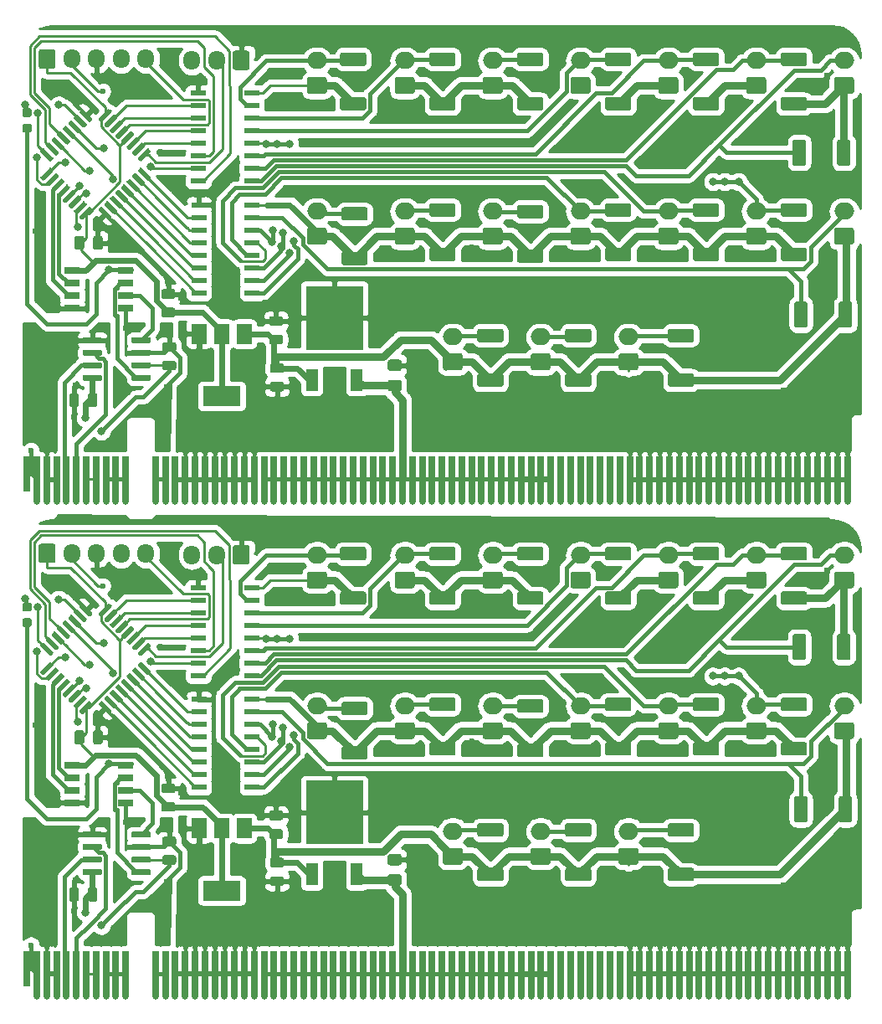
<source format=gbl>
G04 #@! TF.GenerationSoftware,KiCad,Pcbnew,(5.1.5)-3*
G04 #@! TF.CreationDate,2019-12-27T07:21:43+09:00*
G04 #@! TF.ProjectId,Solenoid_Valve-fin,536f6c65-6e6f-4696-945f-56616c76652d,rev?*
G04 #@! TF.SameCoordinates,Original*
G04 #@! TF.FileFunction,Copper,L2,Bot*
G04 #@! TF.FilePolarity,Positive*
%FSLAX46Y46*%
G04 Gerber Fmt 4.6, Leading zero omitted, Abs format (unit mm)*
G04 Created by KiCad (PCBNEW (5.1.5)-3) date 2019-12-27 07:21:43*
%MOMM*%
%LPD*%
G04 APERTURE LIST*
%ADD10C,0.100000*%
%ADD11O,2.000000X1.700000*%
%ADD12O,1.700000X1.950000*%
%ADD13R,1.550000X0.600000*%
%ADD14R,3.800000X2.000000*%
%ADD15R,1.500000X2.000000*%
%ADD16R,1.525000X0.700000*%
%ADD17R,1.200000X2.200000*%
%ADD18R,5.800000X6.400000*%
%ADD19R,0.650000X4.600000*%
%ADD20O,0.650000X0.650000*%
%ADD21R,0.650000X3.600000*%
%ADD22C,0.600000*%
%ADD23C,0.800000*%
%ADD24C,0.250000*%
%ADD25C,0.400000*%
%ADD26C,0.600000*%
%ADD27C,0.800000*%
%ADD28C,0.254000*%
G04 APERTURE END LIST*
G04 #@! TA.AperFunction,SMDPad,CuDef*
D10*
G36*
X126030142Y-67801174D02*
G01*
X126053803Y-67804684D01*
X126077007Y-67810496D01*
X126099529Y-67818554D01*
X126121153Y-67828782D01*
X126141670Y-67841079D01*
X126160883Y-67855329D01*
X126178607Y-67871393D01*
X126194671Y-67889117D01*
X126208921Y-67908330D01*
X126221218Y-67928847D01*
X126231446Y-67950471D01*
X126239504Y-67972993D01*
X126245316Y-67996197D01*
X126248826Y-68019858D01*
X126250000Y-68043750D01*
X126250000Y-68956250D01*
X126248826Y-68980142D01*
X126245316Y-69003803D01*
X126239504Y-69027007D01*
X126231446Y-69049529D01*
X126221218Y-69071153D01*
X126208921Y-69091670D01*
X126194671Y-69110883D01*
X126178607Y-69128607D01*
X126160883Y-69144671D01*
X126141670Y-69158921D01*
X126121153Y-69171218D01*
X126099529Y-69181446D01*
X126077007Y-69189504D01*
X126053803Y-69195316D01*
X126030142Y-69198826D01*
X126006250Y-69200000D01*
X125518750Y-69200000D01*
X125494858Y-69198826D01*
X125471197Y-69195316D01*
X125447993Y-69189504D01*
X125425471Y-69181446D01*
X125403847Y-69171218D01*
X125383330Y-69158921D01*
X125364117Y-69144671D01*
X125346393Y-69128607D01*
X125330329Y-69110883D01*
X125316079Y-69091670D01*
X125303782Y-69071153D01*
X125293554Y-69049529D01*
X125285496Y-69027007D01*
X125279684Y-69003803D01*
X125276174Y-68980142D01*
X125275000Y-68956250D01*
X125275000Y-68043750D01*
X125276174Y-68019858D01*
X125279684Y-67996197D01*
X125285496Y-67972993D01*
X125293554Y-67950471D01*
X125303782Y-67928847D01*
X125316079Y-67908330D01*
X125330329Y-67889117D01*
X125346393Y-67871393D01*
X125364117Y-67855329D01*
X125383330Y-67841079D01*
X125403847Y-67828782D01*
X125425471Y-67818554D01*
X125447993Y-67810496D01*
X125471197Y-67804684D01*
X125494858Y-67801174D01*
X125518750Y-67800000D01*
X126006250Y-67800000D01*
X126030142Y-67801174D01*
G37*
G04 #@! TD.AperFunction*
G04 #@! TA.AperFunction,SMDPad,CuDef*
G36*
X127905142Y-67801174D02*
G01*
X127928803Y-67804684D01*
X127952007Y-67810496D01*
X127974529Y-67818554D01*
X127996153Y-67828782D01*
X128016670Y-67841079D01*
X128035883Y-67855329D01*
X128053607Y-67871393D01*
X128069671Y-67889117D01*
X128083921Y-67908330D01*
X128096218Y-67928847D01*
X128106446Y-67950471D01*
X128114504Y-67972993D01*
X128120316Y-67996197D01*
X128123826Y-68019858D01*
X128125000Y-68043750D01*
X128125000Y-68956250D01*
X128123826Y-68980142D01*
X128120316Y-69003803D01*
X128114504Y-69027007D01*
X128106446Y-69049529D01*
X128096218Y-69071153D01*
X128083921Y-69091670D01*
X128069671Y-69110883D01*
X128053607Y-69128607D01*
X128035883Y-69144671D01*
X128016670Y-69158921D01*
X127996153Y-69171218D01*
X127974529Y-69181446D01*
X127952007Y-69189504D01*
X127928803Y-69195316D01*
X127905142Y-69198826D01*
X127881250Y-69200000D01*
X127393750Y-69200000D01*
X127369858Y-69198826D01*
X127346197Y-69195316D01*
X127322993Y-69189504D01*
X127300471Y-69181446D01*
X127278847Y-69171218D01*
X127258330Y-69158921D01*
X127239117Y-69144671D01*
X127221393Y-69128607D01*
X127205329Y-69110883D01*
X127191079Y-69091670D01*
X127178782Y-69071153D01*
X127168554Y-69049529D01*
X127160496Y-69027007D01*
X127154684Y-69003803D01*
X127151174Y-68980142D01*
X127150000Y-68956250D01*
X127150000Y-68043750D01*
X127151174Y-68019858D01*
X127154684Y-67996197D01*
X127160496Y-67972993D01*
X127168554Y-67950471D01*
X127178782Y-67928847D01*
X127191079Y-67908330D01*
X127205329Y-67889117D01*
X127221393Y-67871393D01*
X127239117Y-67855329D01*
X127258330Y-67841079D01*
X127278847Y-67828782D01*
X127300471Y-67818554D01*
X127322993Y-67810496D01*
X127346197Y-67804684D01*
X127369858Y-67801174D01*
X127393750Y-67800000D01*
X127881250Y-67800000D01*
X127905142Y-67801174D01*
G37*
G04 #@! TD.AperFunction*
G04 #@! TA.AperFunction,ComponentPad*
G36*
X195564504Y-35831204D02*
G01*
X195588773Y-35834804D01*
X195612571Y-35840765D01*
X195635671Y-35849030D01*
X195657849Y-35859520D01*
X195678893Y-35872133D01*
X195698598Y-35886747D01*
X195716777Y-35903223D01*
X195733253Y-35921402D01*
X195747867Y-35941107D01*
X195760480Y-35962151D01*
X195770970Y-35984329D01*
X195779235Y-36007429D01*
X195785196Y-36031227D01*
X195788796Y-36055496D01*
X195790000Y-36080000D01*
X195790000Y-37280000D01*
X195788796Y-37304504D01*
X195785196Y-37328773D01*
X195779235Y-37352571D01*
X195770970Y-37375671D01*
X195760480Y-37397849D01*
X195747867Y-37418893D01*
X195733253Y-37438598D01*
X195716777Y-37456777D01*
X195698598Y-37473253D01*
X195678893Y-37487867D01*
X195657849Y-37500480D01*
X195635671Y-37510970D01*
X195612571Y-37519235D01*
X195588773Y-37525196D01*
X195564504Y-37528796D01*
X195540000Y-37530000D01*
X194040000Y-37530000D01*
X194015496Y-37528796D01*
X193991227Y-37525196D01*
X193967429Y-37519235D01*
X193944329Y-37510970D01*
X193922151Y-37500480D01*
X193901107Y-37487867D01*
X193881402Y-37473253D01*
X193863223Y-37456777D01*
X193846747Y-37438598D01*
X193832133Y-37418893D01*
X193819520Y-37397849D01*
X193809030Y-37375671D01*
X193800765Y-37352571D01*
X193794804Y-37328773D01*
X193791204Y-37304504D01*
X193790000Y-37280000D01*
X193790000Y-36080000D01*
X193791204Y-36055496D01*
X193794804Y-36031227D01*
X193800765Y-36007429D01*
X193809030Y-35984329D01*
X193819520Y-35962151D01*
X193832133Y-35941107D01*
X193846747Y-35921402D01*
X193863223Y-35903223D01*
X193881402Y-35886747D01*
X193901107Y-35872133D01*
X193922151Y-35859520D01*
X193944329Y-35849030D01*
X193967429Y-35840765D01*
X193991227Y-35834804D01*
X194015496Y-35831204D01*
X194040000Y-35830000D01*
X195540000Y-35830000D01*
X195564504Y-35831204D01*
G37*
G04 #@! TD.AperFunction*
D11*
X194790000Y-34180000D03*
G04 #@! TA.AperFunction,ComponentPad*
D10*
G36*
X177784504Y-35831204D02*
G01*
X177808773Y-35834804D01*
X177832571Y-35840765D01*
X177855671Y-35849030D01*
X177877849Y-35859520D01*
X177898893Y-35872133D01*
X177918598Y-35886747D01*
X177936777Y-35903223D01*
X177953253Y-35921402D01*
X177967867Y-35941107D01*
X177980480Y-35962151D01*
X177990970Y-35984329D01*
X177999235Y-36007429D01*
X178005196Y-36031227D01*
X178008796Y-36055496D01*
X178010000Y-36080000D01*
X178010000Y-37280000D01*
X178008796Y-37304504D01*
X178005196Y-37328773D01*
X177999235Y-37352571D01*
X177990970Y-37375671D01*
X177980480Y-37397849D01*
X177967867Y-37418893D01*
X177953253Y-37438598D01*
X177936777Y-37456777D01*
X177918598Y-37473253D01*
X177898893Y-37487867D01*
X177877849Y-37500480D01*
X177855671Y-37510970D01*
X177832571Y-37519235D01*
X177808773Y-37525196D01*
X177784504Y-37528796D01*
X177760000Y-37530000D01*
X176260000Y-37530000D01*
X176235496Y-37528796D01*
X176211227Y-37525196D01*
X176187429Y-37519235D01*
X176164329Y-37510970D01*
X176142151Y-37500480D01*
X176121107Y-37487867D01*
X176101402Y-37473253D01*
X176083223Y-37456777D01*
X176066747Y-37438598D01*
X176052133Y-37418893D01*
X176039520Y-37397849D01*
X176029030Y-37375671D01*
X176020765Y-37352571D01*
X176014804Y-37328773D01*
X176011204Y-37304504D01*
X176010000Y-37280000D01*
X176010000Y-36080000D01*
X176011204Y-36055496D01*
X176014804Y-36031227D01*
X176020765Y-36007429D01*
X176029030Y-35984329D01*
X176039520Y-35962151D01*
X176052133Y-35941107D01*
X176066747Y-35921402D01*
X176083223Y-35903223D01*
X176101402Y-35886747D01*
X176121107Y-35872133D01*
X176142151Y-35859520D01*
X176164329Y-35849030D01*
X176187429Y-35840765D01*
X176211227Y-35834804D01*
X176235496Y-35831204D01*
X176260000Y-35830000D01*
X177760000Y-35830000D01*
X177784504Y-35831204D01*
G37*
G04 #@! TD.AperFunction*
D11*
X177010000Y-34180000D03*
G04 #@! TA.AperFunction,ComponentPad*
D10*
G36*
X151114504Y-35831204D02*
G01*
X151138773Y-35834804D01*
X151162571Y-35840765D01*
X151185671Y-35849030D01*
X151207849Y-35859520D01*
X151228893Y-35872133D01*
X151248598Y-35886747D01*
X151266777Y-35903223D01*
X151283253Y-35921402D01*
X151297867Y-35941107D01*
X151310480Y-35962151D01*
X151320970Y-35984329D01*
X151329235Y-36007429D01*
X151335196Y-36031227D01*
X151338796Y-36055496D01*
X151340000Y-36080000D01*
X151340000Y-37280000D01*
X151338796Y-37304504D01*
X151335196Y-37328773D01*
X151329235Y-37352571D01*
X151320970Y-37375671D01*
X151310480Y-37397849D01*
X151297867Y-37418893D01*
X151283253Y-37438598D01*
X151266777Y-37456777D01*
X151248598Y-37473253D01*
X151228893Y-37487867D01*
X151207849Y-37500480D01*
X151185671Y-37510970D01*
X151162571Y-37519235D01*
X151138773Y-37525196D01*
X151114504Y-37528796D01*
X151090000Y-37530000D01*
X149590000Y-37530000D01*
X149565496Y-37528796D01*
X149541227Y-37525196D01*
X149517429Y-37519235D01*
X149494329Y-37510970D01*
X149472151Y-37500480D01*
X149451107Y-37487867D01*
X149431402Y-37473253D01*
X149413223Y-37456777D01*
X149396747Y-37438598D01*
X149382133Y-37418893D01*
X149369520Y-37397849D01*
X149359030Y-37375671D01*
X149350765Y-37352571D01*
X149344804Y-37328773D01*
X149341204Y-37304504D01*
X149340000Y-37280000D01*
X149340000Y-36080000D01*
X149341204Y-36055496D01*
X149344804Y-36031227D01*
X149350765Y-36007429D01*
X149359030Y-35984329D01*
X149369520Y-35962151D01*
X149382133Y-35941107D01*
X149396747Y-35921402D01*
X149413223Y-35903223D01*
X149431402Y-35886747D01*
X149451107Y-35872133D01*
X149472151Y-35859520D01*
X149494329Y-35849030D01*
X149517429Y-35840765D01*
X149541227Y-35834804D01*
X149565496Y-35831204D01*
X149590000Y-35830000D01*
X151090000Y-35830000D01*
X151114504Y-35831204D01*
G37*
G04 #@! TD.AperFunction*
D11*
X150340000Y-34180000D03*
G04 #@! TA.AperFunction,SMDPad,CuDef*
D10*
G36*
X129276077Y-39079202D02*
G01*
X129288211Y-39081002D01*
X129300111Y-39083982D01*
X129311660Y-39088115D01*
X129322750Y-39093360D01*
X129333271Y-39099666D01*
X129343124Y-39106974D01*
X129352213Y-39115212D01*
X129528990Y-39291989D01*
X129537228Y-39301078D01*
X129544536Y-39310931D01*
X129550842Y-39321452D01*
X129556087Y-39332542D01*
X129560220Y-39344091D01*
X129563200Y-39355991D01*
X129565000Y-39368125D01*
X129565602Y-39380377D01*
X129565000Y-39392629D01*
X129563200Y-39404763D01*
X129560220Y-39416663D01*
X129556087Y-39428212D01*
X129550842Y-39439302D01*
X129544536Y-39449823D01*
X129537228Y-39459676D01*
X129528990Y-39468765D01*
X128645107Y-40352648D01*
X128636018Y-40360886D01*
X128626165Y-40368194D01*
X128615644Y-40374500D01*
X128604554Y-40379745D01*
X128593005Y-40383878D01*
X128581105Y-40386858D01*
X128568971Y-40388658D01*
X128556719Y-40389260D01*
X128544467Y-40388658D01*
X128532333Y-40386858D01*
X128520433Y-40383878D01*
X128508884Y-40379745D01*
X128497794Y-40374500D01*
X128487273Y-40368194D01*
X128477420Y-40360886D01*
X128468331Y-40352648D01*
X128291554Y-40175871D01*
X128283316Y-40166782D01*
X128276008Y-40156929D01*
X128269702Y-40146408D01*
X128264457Y-40135318D01*
X128260324Y-40123769D01*
X128257344Y-40111869D01*
X128255544Y-40099735D01*
X128254942Y-40087483D01*
X128255544Y-40075231D01*
X128257344Y-40063097D01*
X128260324Y-40051197D01*
X128264457Y-40039648D01*
X128269702Y-40028558D01*
X128276008Y-40018037D01*
X128283316Y-40008184D01*
X128291554Y-39999095D01*
X129175437Y-39115212D01*
X129184526Y-39106974D01*
X129194379Y-39099666D01*
X129204900Y-39093360D01*
X129215990Y-39088115D01*
X129227539Y-39083982D01*
X129239439Y-39081002D01*
X129251573Y-39079202D01*
X129263825Y-39078600D01*
X129276077Y-39079202D01*
G37*
G04 #@! TD.AperFunction*
G04 #@! TA.AperFunction,SMDPad,CuDef*
G36*
X129841762Y-39644888D02*
G01*
X129853896Y-39646688D01*
X129865796Y-39649668D01*
X129877345Y-39653801D01*
X129888435Y-39659046D01*
X129898956Y-39665352D01*
X129908809Y-39672660D01*
X129917898Y-39680898D01*
X130094675Y-39857675D01*
X130102913Y-39866764D01*
X130110221Y-39876617D01*
X130116527Y-39887138D01*
X130121772Y-39898228D01*
X130125905Y-39909777D01*
X130128885Y-39921677D01*
X130130685Y-39933811D01*
X130131287Y-39946063D01*
X130130685Y-39958315D01*
X130128885Y-39970449D01*
X130125905Y-39982349D01*
X130121772Y-39993898D01*
X130116527Y-40004988D01*
X130110221Y-40015509D01*
X130102913Y-40025362D01*
X130094675Y-40034451D01*
X129210792Y-40918334D01*
X129201703Y-40926572D01*
X129191850Y-40933880D01*
X129181329Y-40940186D01*
X129170239Y-40945431D01*
X129158690Y-40949564D01*
X129146790Y-40952544D01*
X129134656Y-40954344D01*
X129122404Y-40954946D01*
X129110152Y-40954344D01*
X129098018Y-40952544D01*
X129086118Y-40949564D01*
X129074569Y-40945431D01*
X129063479Y-40940186D01*
X129052958Y-40933880D01*
X129043105Y-40926572D01*
X129034016Y-40918334D01*
X128857239Y-40741557D01*
X128849001Y-40732468D01*
X128841693Y-40722615D01*
X128835387Y-40712094D01*
X128830142Y-40701004D01*
X128826009Y-40689455D01*
X128823029Y-40677555D01*
X128821229Y-40665421D01*
X128820627Y-40653169D01*
X128821229Y-40640917D01*
X128823029Y-40628783D01*
X128826009Y-40616883D01*
X128830142Y-40605334D01*
X128835387Y-40594244D01*
X128841693Y-40583723D01*
X128849001Y-40573870D01*
X128857239Y-40564781D01*
X129741122Y-39680898D01*
X129750211Y-39672660D01*
X129760064Y-39665352D01*
X129770585Y-39659046D01*
X129781675Y-39653801D01*
X129793224Y-39649668D01*
X129805124Y-39646688D01*
X129817258Y-39644888D01*
X129829510Y-39644286D01*
X129841762Y-39644888D01*
G37*
G04 #@! TD.AperFunction*
G04 #@! TA.AperFunction,SMDPad,CuDef*
G36*
X130407448Y-40210573D02*
G01*
X130419582Y-40212373D01*
X130431482Y-40215353D01*
X130443031Y-40219486D01*
X130454121Y-40224731D01*
X130464642Y-40231037D01*
X130474495Y-40238345D01*
X130483584Y-40246583D01*
X130660361Y-40423360D01*
X130668599Y-40432449D01*
X130675907Y-40442302D01*
X130682213Y-40452823D01*
X130687458Y-40463913D01*
X130691591Y-40475462D01*
X130694571Y-40487362D01*
X130696371Y-40499496D01*
X130696973Y-40511748D01*
X130696371Y-40524000D01*
X130694571Y-40536134D01*
X130691591Y-40548034D01*
X130687458Y-40559583D01*
X130682213Y-40570673D01*
X130675907Y-40581194D01*
X130668599Y-40591047D01*
X130660361Y-40600136D01*
X129776478Y-41484019D01*
X129767389Y-41492257D01*
X129757536Y-41499565D01*
X129747015Y-41505871D01*
X129735925Y-41511116D01*
X129724376Y-41515249D01*
X129712476Y-41518229D01*
X129700342Y-41520029D01*
X129688090Y-41520631D01*
X129675838Y-41520029D01*
X129663704Y-41518229D01*
X129651804Y-41515249D01*
X129640255Y-41511116D01*
X129629165Y-41505871D01*
X129618644Y-41499565D01*
X129608791Y-41492257D01*
X129599702Y-41484019D01*
X129422925Y-41307242D01*
X129414687Y-41298153D01*
X129407379Y-41288300D01*
X129401073Y-41277779D01*
X129395828Y-41266689D01*
X129391695Y-41255140D01*
X129388715Y-41243240D01*
X129386915Y-41231106D01*
X129386313Y-41218854D01*
X129386915Y-41206602D01*
X129388715Y-41194468D01*
X129391695Y-41182568D01*
X129395828Y-41171019D01*
X129401073Y-41159929D01*
X129407379Y-41149408D01*
X129414687Y-41139555D01*
X129422925Y-41130466D01*
X130306808Y-40246583D01*
X130315897Y-40238345D01*
X130325750Y-40231037D01*
X130336271Y-40224731D01*
X130347361Y-40219486D01*
X130358910Y-40215353D01*
X130370810Y-40212373D01*
X130382944Y-40210573D01*
X130395196Y-40209971D01*
X130407448Y-40210573D01*
G37*
G04 #@! TD.AperFunction*
G04 #@! TA.AperFunction,SMDPad,CuDef*
G36*
X130973133Y-40776258D02*
G01*
X130985267Y-40778058D01*
X130997167Y-40781038D01*
X131008716Y-40785171D01*
X131019806Y-40790416D01*
X131030327Y-40796722D01*
X131040180Y-40804030D01*
X131049269Y-40812268D01*
X131226046Y-40989045D01*
X131234284Y-40998134D01*
X131241592Y-41007987D01*
X131247898Y-41018508D01*
X131253143Y-41029598D01*
X131257276Y-41041147D01*
X131260256Y-41053047D01*
X131262056Y-41065181D01*
X131262658Y-41077433D01*
X131262056Y-41089685D01*
X131260256Y-41101819D01*
X131257276Y-41113719D01*
X131253143Y-41125268D01*
X131247898Y-41136358D01*
X131241592Y-41146879D01*
X131234284Y-41156732D01*
X131226046Y-41165821D01*
X130342163Y-42049704D01*
X130333074Y-42057942D01*
X130323221Y-42065250D01*
X130312700Y-42071556D01*
X130301610Y-42076801D01*
X130290061Y-42080934D01*
X130278161Y-42083914D01*
X130266027Y-42085714D01*
X130253775Y-42086316D01*
X130241523Y-42085714D01*
X130229389Y-42083914D01*
X130217489Y-42080934D01*
X130205940Y-42076801D01*
X130194850Y-42071556D01*
X130184329Y-42065250D01*
X130174476Y-42057942D01*
X130165387Y-42049704D01*
X129988610Y-41872927D01*
X129980372Y-41863838D01*
X129973064Y-41853985D01*
X129966758Y-41843464D01*
X129961513Y-41832374D01*
X129957380Y-41820825D01*
X129954400Y-41808925D01*
X129952600Y-41796791D01*
X129951998Y-41784539D01*
X129952600Y-41772287D01*
X129954400Y-41760153D01*
X129957380Y-41748253D01*
X129961513Y-41736704D01*
X129966758Y-41725614D01*
X129973064Y-41715093D01*
X129980372Y-41705240D01*
X129988610Y-41696151D01*
X130872493Y-40812268D01*
X130881582Y-40804030D01*
X130891435Y-40796722D01*
X130901956Y-40790416D01*
X130913046Y-40785171D01*
X130924595Y-40781038D01*
X130936495Y-40778058D01*
X130948629Y-40776258D01*
X130960881Y-40775656D01*
X130973133Y-40776258D01*
G37*
G04 #@! TD.AperFunction*
G04 #@! TA.AperFunction,SMDPad,CuDef*
G36*
X131538819Y-41341944D02*
G01*
X131550953Y-41343744D01*
X131562853Y-41346724D01*
X131574402Y-41350857D01*
X131585492Y-41356102D01*
X131596013Y-41362408D01*
X131605866Y-41369716D01*
X131614955Y-41377954D01*
X131791732Y-41554731D01*
X131799970Y-41563820D01*
X131807278Y-41573673D01*
X131813584Y-41584194D01*
X131818829Y-41595284D01*
X131822962Y-41606833D01*
X131825942Y-41618733D01*
X131827742Y-41630867D01*
X131828344Y-41643119D01*
X131827742Y-41655371D01*
X131825942Y-41667505D01*
X131822962Y-41679405D01*
X131818829Y-41690954D01*
X131813584Y-41702044D01*
X131807278Y-41712565D01*
X131799970Y-41722418D01*
X131791732Y-41731507D01*
X130907849Y-42615390D01*
X130898760Y-42623628D01*
X130888907Y-42630936D01*
X130878386Y-42637242D01*
X130867296Y-42642487D01*
X130855747Y-42646620D01*
X130843847Y-42649600D01*
X130831713Y-42651400D01*
X130819461Y-42652002D01*
X130807209Y-42651400D01*
X130795075Y-42649600D01*
X130783175Y-42646620D01*
X130771626Y-42642487D01*
X130760536Y-42637242D01*
X130750015Y-42630936D01*
X130740162Y-42623628D01*
X130731073Y-42615390D01*
X130554296Y-42438613D01*
X130546058Y-42429524D01*
X130538750Y-42419671D01*
X130532444Y-42409150D01*
X130527199Y-42398060D01*
X130523066Y-42386511D01*
X130520086Y-42374611D01*
X130518286Y-42362477D01*
X130517684Y-42350225D01*
X130518286Y-42337973D01*
X130520086Y-42325839D01*
X130523066Y-42313939D01*
X130527199Y-42302390D01*
X130532444Y-42291300D01*
X130538750Y-42280779D01*
X130546058Y-42270926D01*
X130554296Y-42261837D01*
X131438179Y-41377954D01*
X131447268Y-41369716D01*
X131457121Y-41362408D01*
X131467642Y-41356102D01*
X131478732Y-41350857D01*
X131490281Y-41346724D01*
X131502181Y-41343744D01*
X131514315Y-41341944D01*
X131526567Y-41341342D01*
X131538819Y-41341944D01*
G37*
G04 #@! TD.AperFunction*
G04 #@! TA.AperFunction,SMDPad,CuDef*
G36*
X132104504Y-41907629D02*
G01*
X132116638Y-41909429D01*
X132128538Y-41912409D01*
X132140087Y-41916542D01*
X132151177Y-41921787D01*
X132161698Y-41928093D01*
X132171551Y-41935401D01*
X132180640Y-41943639D01*
X132357417Y-42120416D01*
X132365655Y-42129505D01*
X132372963Y-42139358D01*
X132379269Y-42149879D01*
X132384514Y-42160969D01*
X132388647Y-42172518D01*
X132391627Y-42184418D01*
X132393427Y-42196552D01*
X132394029Y-42208804D01*
X132393427Y-42221056D01*
X132391627Y-42233190D01*
X132388647Y-42245090D01*
X132384514Y-42256639D01*
X132379269Y-42267729D01*
X132372963Y-42278250D01*
X132365655Y-42288103D01*
X132357417Y-42297192D01*
X131473534Y-43181075D01*
X131464445Y-43189313D01*
X131454592Y-43196621D01*
X131444071Y-43202927D01*
X131432981Y-43208172D01*
X131421432Y-43212305D01*
X131409532Y-43215285D01*
X131397398Y-43217085D01*
X131385146Y-43217687D01*
X131372894Y-43217085D01*
X131360760Y-43215285D01*
X131348860Y-43212305D01*
X131337311Y-43208172D01*
X131326221Y-43202927D01*
X131315700Y-43196621D01*
X131305847Y-43189313D01*
X131296758Y-43181075D01*
X131119981Y-43004298D01*
X131111743Y-42995209D01*
X131104435Y-42985356D01*
X131098129Y-42974835D01*
X131092884Y-42963745D01*
X131088751Y-42952196D01*
X131085771Y-42940296D01*
X131083971Y-42928162D01*
X131083369Y-42915910D01*
X131083971Y-42903658D01*
X131085771Y-42891524D01*
X131088751Y-42879624D01*
X131092884Y-42868075D01*
X131098129Y-42856985D01*
X131104435Y-42846464D01*
X131111743Y-42836611D01*
X131119981Y-42827522D01*
X132003864Y-41943639D01*
X132012953Y-41935401D01*
X132022806Y-41928093D01*
X132033327Y-41921787D01*
X132044417Y-41916542D01*
X132055966Y-41912409D01*
X132067866Y-41909429D01*
X132080000Y-41907629D01*
X132092252Y-41907027D01*
X132104504Y-41907629D01*
G37*
G04 #@! TD.AperFunction*
G04 #@! TA.AperFunction,SMDPad,CuDef*
G36*
X132670189Y-42473315D02*
G01*
X132682323Y-42475115D01*
X132694223Y-42478095D01*
X132705772Y-42482228D01*
X132716862Y-42487473D01*
X132727383Y-42493779D01*
X132737236Y-42501087D01*
X132746325Y-42509325D01*
X132923102Y-42686102D01*
X132931340Y-42695191D01*
X132938648Y-42705044D01*
X132944954Y-42715565D01*
X132950199Y-42726655D01*
X132954332Y-42738204D01*
X132957312Y-42750104D01*
X132959112Y-42762238D01*
X132959714Y-42774490D01*
X132959112Y-42786742D01*
X132957312Y-42798876D01*
X132954332Y-42810776D01*
X132950199Y-42822325D01*
X132944954Y-42833415D01*
X132938648Y-42843936D01*
X132931340Y-42853789D01*
X132923102Y-42862878D01*
X132039219Y-43746761D01*
X132030130Y-43754999D01*
X132020277Y-43762307D01*
X132009756Y-43768613D01*
X131998666Y-43773858D01*
X131987117Y-43777991D01*
X131975217Y-43780971D01*
X131963083Y-43782771D01*
X131950831Y-43783373D01*
X131938579Y-43782771D01*
X131926445Y-43780971D01*
X131914545Y-43777991D01*
X131902996Y-43773858D01*
X131891906Y-43768613D01*
X131881385Y-43762307D01*
X131871532Y-43754999D01*
X131862443Y-43746761D01*
X131685666Y-43569984D01*
X131677428Y-43560895D01*
X131670120Y-43551042D01*
X131663814Y-43540521D01*
X131658569Y-43529431D01*
X131654436Y-43517882D01*
X131651456Y-43505982D01*
X131649656Y-43493848D01*
X131649054Y-43481596D01*
X131649656Y-43469344D01*
X131651456Y-43457210D01*
X131654436Y-43445310D01*
X131658569Y-43433761D01*
X131663814Y-43422671D01*
X131670120Y-43412150D01*
X131677428Y-43402297D01*
X131685666Y-43393208D01*
X132569549Y-42509325D01*
X132578638Y-42501087D01*
X132588491Y-42493779D01*
X132599012Y-42487473D01*
X132610102Y-42482228D01*
X132621651Y-42478095D01*
X132633551Y-42475115D01*
X132645685Y-42473315D01*
X132657937Y-42472713D01*
X132670189Y-42473315D01*
G37*
G04 #@! TD.AperFunction*
G04 #@! TA.AperFunction,SMDPad,CuDef*
G36*
X133235875Y-43039000D02*
G01*
X133248009Y-43040800D01*
X133259909Y-43043780D01*
X133271458Y-43047913D01*
X133282548Y-43053158D01*
X133293069Y-43059464D01*
X133302922Y-43066772D01*
X133312011Y-43075010D01*
X133488788Y-43251787D01*
X133497026Y-43260876D01*
X133504334Y-43270729D01*
X133510640Y-43281250D01*
X133515885Y-43292340D01*
X133520018Y-43303889D01*
X133522998Y-43315789D01*
X133524798Y-43327923D01*
X133525400Y-43340175D01*
X133524798Y-43352427D01*
X133522998Y-43364561D01*
X133520018Y-43376461D01*
X133515885Y-43388010D01*
X133510640Y-43399100D01*
X133504334Y-43409621D01*
X133497026Y-43419474D01*
X133488788Y-43428563D01*
X132604905Y-44312446D01*
X132595816Y-44320684D01*
X132585963Y-44327992D01*
X132575442Y-44334298D01*
X132564352Y-44339543D01*
X132552803Y-44343676D01*
X132540903Y-44346656D01*
X132528769Y-44348456D01*
X132516517Y-44349058D01*
X132504265Y-44348456D01*
X132492131Y-44346656D01*
X132480231Y-44343676D01*
X132468682Y-44339543D01*
X132457592Y-44334298D01*
X132447071Y-44327992D01*
X132437218Y-44320684D01*
X132428129Y-44312446D01*
X132251352Y-44135669D01*
X132243114Y-44126580D01*
X132235806Y-44116727D01*
X132229500Y-44106206D01*
X132224255Y-44095116D01*
X132220122Y-44083567D01*
X132217142Y-44071667D01*
X132215342Y-44059533D01*
X132214740Y-44047281D01*
X132215342Y-44035029D01*
X132217142Y-44022895D01*
X132220122Y-44010995D01*
X132224255Y-43999446D01*
X132229500Y-43988356D01*
X132235806Y-43977835D01*
X132243114Y-43967982D01*
X132251352Y-43958893D01*
X133135235Y-43075010D01*
X133144324Y-43066772D01*
X133154177Y-43059464D01*
X133164698Y-43053158D01*
X133175788Y-43047913D01*
X133187337Y-43043780D01*
X133199237Y-43040800D01*
X133211371Y-43039000D01*
X133223623Y-43038398D01*
X133235875Y-43039000D01*
G37*
G04 #@! TD.AperFunction*
G04 #@! TA.AperFunction,SMDPad,CuDef*
G36*
X132528769Y-44983544D02*
G01*
X132540903Y-44985344D01*
X132552803Y-44988324D01*
X132564352Y-44992457D01*
X132575442Y-44997702D01*
X132585963Y-45004008D01*
X132595816Y-45011316D01*
X132604905Y-45019554D01*
X133488788Y-45903437D01*
X133497026Y-45912526D01*
X133504334Y-45922379D01*
X133510640Y-45932900D01*
X133515885Y-45943990D01*
X133520018Y-45955539D01*
X133522998Y-45967439D01*
X133524798Y-45979573D01*
X133525400Y-45991825D01*
X133524798Y-46004077D01*
X133522998Y-46016211D01*
X133520018Y-46028111D01*
X133515885Y-46039660D01*
X133510640Y-46050750D01*
X133504334Y-46061271D01*
X133497026Y-46071124D01*
X133488788Y-46080213D01*
X133312011Y-46256990D01*
X133302922Y-46265228D01*
X133293069Y-46272536D01*
X133282548Y-46278842D01*
X133271458Y-46284087D01*
X133259909Y-46288220D01*
X133248009Y-46291200D01*
X133235875Y-46293000D01*
X133223623Y-46293602D01*
X133211371Y-46293000D01*
X133199237Y-46291200D01*
X133187337Y-46288220D01*
X133175788Y-46284087D01*
X133164698Y-46278842D01*
X133154177Y-46272536D01*
X133144324Y-46265228D01*
X133135235Y-46256990D01*
X132251352Y-45373107D01*
X132243114Y-45364018D01*
X132235806Y-45354165D01*
X132229500Y-45343644D01*
X132224255Y-45332554D01*
X132220122Y-45321005D01*
X132217142Y-45309105D01*
X132215342Y-45296971D01*
X132214740Y-45284719D01*
X132215342Y-45272467D01*
X132217142Y-45260333D01*
X132220122Y-45248433D01*
X132224255Y-45236884D01*
X132229500Y-45225794D01*
X132235806Y-45215273D01*
X132243114Y-45205420D01*
X132251352Y-45196331D01*
X132428129Y-45019554D01*
X132437218Y-45011316D01*
X132447071Y-45004008D01*
X132457592Y-44997702D01*
X132468682Y-44992457D01*
X132480231Y-44988324D01*
X132492131Y-44985344D01*
X132504265Y-44983544D01*
X132516517Y-44982942D01*
X132528769Y-44983544D01*
G37*
G04 #@! TD.AperFunction*
G04 #@! TA.AperFunction,SMDPad,CuDef*
G36*
X131963083Y-45549229D02*
G01*
X131975217Y-45551029D01*
X131987117Y-45554009D01*
X131998666Y-45558142D01*
X132009756Y-45563387D01*
X132020277Y-45569693D01*
X132030130Y-45577001D01*
X132039219Y-45585239D01*
X132923102Y-46469122D01*
X132931340Y-46478211D01*
X132938648Y-46488064D01*
X132944954Y-46498585D01*
X132950199Y-46509675D01*
X132954332Y-46521224D01*
X132957312Y-46533124D01*
X132959112Y-46545258D01*
X132959714Y-46557510D01*
X132959112Y-46569762D01*
X132957312Y-46581896D01*
X132954332Y-46593796D01*
X132950199Y-46605345D01*
X132944954Y-46616435D01*
X132938648Y-46626956D01*
X132931340Y-46636809D01*
X132923102Y-46645898D01*
X132746325Y-46822675D01*
X132737236Y-46830913D01*
X132727383Y-46838221D01*
X132716862Y-46844527D01*
X132705772Y-46849772D01*
X132694223Y-46853905D01*
X132682323Y-46856885D01*
X132670189Y-46858685D01*
X132657937Y-46859287D01*
X132645685Y-46858685D01*
X132633551Y-46856885D01*
X132621651Y-46853905D01*
X132610102Y-46849772D01*
X132599012Y-46844527D01*
X132588491Y-46838221D01*
X132578638Y-46830913D01*
X132569549Y-46822675D01*
X131685666Y-45938792D01*
X131677428Y-45929703D01*
X131670120Y-45919850D01*
X131663814Y-45909329D01*
X131658569Y-45898239D01*
X131654436Y-45886690D01*
X131651456Y-45874790D01*
X131649656Y-45862656D01*
X131649054Y-45850404D01*
X131649656Y-45838152D01*
X131651456Y-45826018D01*
X131654436Y-45814118D01*
X131658569Y-45802569D01*
X131663814Y-45791479D01*
X131670120Y-45780958D01*
X131677428Y-45771105D01*
X131685666Y-45762016D01*
X131862443Y-45585239D01*
X131871532Y-45577001D01*
X131881385Y-45569693D01*
X131891906Y-45563387D01*
X131902996Y-45558142D01*
X131914545Y-45554009D01*
X131926445Y-45551029D01*
X131938579Y-45549229D01*
X131950831Y-45548627D01*
X131963083Y-45549229D01*
G37*
G04 #@! TD.AperFunction*
G04 #@! TA.AperFunction,SMDPad,CuDef*
G36*
X131397398Y-46114915D02*
G01*
X131409532Y-46116715D01*
X131421432Y-46119695D01*
X131432981Y-46123828D01*
X131444071Y-46129073D01*
X131454592Y-46135379D01*
X131464445Y-46142687D01*
X131473534Y-46150925D01*
X132357417Y-47034808D01*
X132365655Y-47043897D01*
X132372963Y-47053750D01*
X132379269Y-47064271D01*
X132384514Y-47075361D01*
X132388647Y-47086910D01*
X132391627Y-47098810D01*
X132393427Y-47110944D01*
X132394029Y-47123196D01*
X132393427Y-47135448D01*
X132391627Y-47147582D01*
X132388647Y-47159482D01*
X132384514Y-47171031D01*
X132379269Y-47182121D01*
X132372963Y-47192642D01*
X132365655Y-47202495D01*
X132357417Y-47211584D01*
X132180640Y-47388361D01*
X132171551Y-47396599D01*
X132161698Y-47403907D01*
X132151177Y-47410213D01*
X132140087Y-47415458D01*
X132128538Y-47419591D01*
X132116638Y-47422571D01*
X132104504Y-47424371D01*
X132092252Y-47424973D01*
X132080000Y-47424371D01*
X132067866Y-47422571D01*
X132055966Y-47419591D01*
X132044417Y-47415458D01*
X132033327Y-47410213D01*
X132022806Y-47403907D01*
X132012953Y-47396599D01*
X132003864Y-47388361D01*
X131119981Y-46504478D01*
X131111743Y-46495389D01*
X131104435Y-46485536D01*
X131098129Y-46475015D01*
X131092884Y-46463925D01*
X131088751Y-46452376D01*
X131085771Y-46440476D01*
X131083971Y-46428342D01*
X131083369Y-46416090D01*
X131083971Y-46403838D01*
X131085771Y-46391704D01*
X131088751Y-46379804D01*
X131092884Y-46368255D01*
X131098129Y-46357165D01*
X131104435Y-46346644D01*
X131111743Y-46336791D01*
X131119981Y-46327702D01*
X131296758Y-46150925D01*
X131305847Y-46142687D01*
X131315700Y-46135379D01*
X131326221Y-46129073D01*
X131337311Y-46123828D01*
X131348860Y-46119695D01*
X131360760Y-46116715D01*
X131372894Y-46114915D01*
X131385146Y-46114313D01*
X131397398Y-46114915D01*
G37*
G04 #@! TD.AperFunction*
G04 #@! TA.AperFunction,SMDPad,CuDef*
G36*
X130831713Y-46680600D02*
G01*
X130843847Y-46682400D01*
X130855747Y-46685380D01*
X130867296Y-46689513D01*
X130878386Y-46694758D01*
X130888907Y-46701064D01*
X130898760Y-46708372D01*
X130907849Y-46716610D01*
X131791732Y-47600493D01*
X131799970Y-47609582D01*
X131807278Y-47619435D01*
X131813584Y-47629956D01*
X131818829Y-47641046D01*
X131822962Y-47652595D01*
X131825942Y-47664495D01*
X131827742Y-47676629D01*
X131828344Y-47688881D01*
X131827742Y-47701133D01*
X131825942Y-47713267D01*
X131822962Y-47725167D01*
X131818829Y-47736716D01*
X131813584Y-47747806D01*
X131807278Y-47758327D01*
X131799970Y-47768180D01*
X131791732Y-47777269D01*
X131614955Y-47954046D01*
X131605866Y-47962284D01*
X131596013Y-47969592D01*
X131585492Y-47975898D01*
X131574402Y-47981143D01*
X131562853Y-47985276D01*
X131550953Y-47988256D01*
X131538819Y-47990056D01*
X131526567Y-47990658D01*
X131514315Y-47990056D01*
X131502181Y-47988256D01*
X131490281Y-47985276D01*
X131478732Y-47981143D01*
X131467642Y-47975898D01*
X131457121Y-47969592D01*
X131447268Y-47962284D01*
X131438179Y-47954046D01*
X130554296Y-47070163D01*
X130546058Y-47061074D01*
X130538750Y-47051221D01*
X130532444Y-47040700D01*
X130527199Y-47029610D01*
X130523066Y-47018061D01*
X130520086Y-47006161D01*
X130518286Y-46994027D01*
X130517684Y-46981775D01*
X130518286Y-46969523D01*
X130520086Y-46957389D01*
X130523066Y-46945489D01*
X130527199Y-46933940D01*
X130532444Y-46922850D01*
X130538750Y-46912329D01*
X130546058Y-46902476D01*
X130554296Y-46893387D01*
X130731073Y-46716610D01*
X130740162Y-46708372D01*
X130750015Y-46701064D01*
X130760536Y-46694758D01*
X130771626Y-46689513D01*
X130783175Y-46685380D01*
X130795075Y-46682400D01*
X130807209Y-46680600D01*
X130819461Y-46679998D01*
X130831713Y-46680600D01*
G37*
G04 #@! TD.AperFunction*
G04 #@! TA.AperFunction,SMDPad,CuDef*
G36*
X130266027Y-47246286D02*
G01*
X130278161Y-47248086D01*
X130290061Y-47251066D01*
X130301610Y-47255199D01*
X130312700Y-47260444D01*
X130323221Y-47266750D01*
X130333074Y-47274058D01*
X130342163Y-47282296D01*
X131226046Y-48166179D01*
X131234284Y-48175268D01*
X131241592Y-48185121D01*
X131247898Y-48195642D01*
X131253143Y-48206732D01*
X131257276Y-48218281D01*
X131260256Y-48230181D01*
X131262056Y-48242315D01*
X131262658Y-48254567D01*
X131262056Y-48266819D01*
X131260256Y-48278953D01*
X131257276Y-48290853D01*
X131253143Y-48302402D01*
X131247898Y-48313492D01*
X131241592Y-48324013D01*
X131234284Y-48333866D01*
X131226046Y-48342955D01*
X131049269Y-48519732D01*
X131040180Y-48527970D01*
X131030327Y-48535278D01*
X131019806Y-48541584D01*
X131008716Y-48546829D01*
X130997167Y-48550962D01*
X130985267Y-48553942D01*
X130973133Y-48555742D01*
X130960881Y-48556344D01*
X130948629Y-48555742D01*
X130936495Y-48553942D01*
X130924595Y-48550962D01*
X130913046Y-48546829D01*
X130901956Y-48541584D01*
X130891435Y-48535278D01*
X130881582Y-48527970D01*
X130872493Y-48519732D01*
X129988610Y-47635849D01*
X129980372Y-47626760D01*
X129973064Y-47616907D01*
X129966758Y-47606386D01*
X129961513Y-47595296D01*
X129957380Y-47583747D01*
X129954400Y-47571847D01*
X129952600Y-47559713D01*
X129951998Y-47547461D01*
X129952600Y-47535209D01*
X129954400Y-47523075D01*
X129957380Y-47511175D01*
X129961513Y-47499626D01*
X129966758Y-47488536D01*
X129973064Y-47478015D01*
X129980372Y-47468162D01*
X129988610Y-47459073D01*
X130165387Y-47282296D01*
X130174476Y-47274058D01*
X130184329Y-47266750D01*
X130194850Y-47260444D01*
X130205940Y-47255199D01*
X130217489Y-47251066D01*
X130229389Y-47248086D01*
X130241523Y-47246286D01*
X130253775Y-47245684D01*
X130266027Y-47246286D01*
G37*
G04 #@! TD.AperFunction*
G04 #@! TA.AperFunction,SMDPad,CuDef*
G36*
X129700342Y-47811971D02*
G01*
X129712476Y-47813771D01*
X129724376Y-47816751D01*
X129735925Y-47820884D01*
X129747015Y-47826129D01*
X129757536Y-47832435D01*
X129767389Y-47839743D01*
X129776478Y-47847981D01*
X130660361Y-48731864D01*
X130668599Y-48740953D01*
X130675907Y-48750806D01*
X130682213Y-48761327D01*
X130687458Y-48772417D01*
X130691591Y-48783966D01*
X130694571Y-48795866D01*
X130696371Y-48808000D01*
X130696973Y-48820252D01*
X130696371Y-48832504D01*
X130694571Y-48844638D01*
X130691591Y-48856538D01*
X130687458Y-48868087D01*
X130682213Y-48879177D01*
X130675907Y-48889698D01*
X130668599Y-48899551D01*
X130660361Y-48908640D01*
X130483584Y-49085417D01*
X130474495Y-49093655D01*
X130464642Y-49100963D01*
X130454121Y-49107269D01*
X130443031Y-49112514D01*
X130431482Y-49116647D01*
X130419582Y-49119627D01*
X130407448Y-49121427D01*
X130395196Y-49122029D01*
X130382944Y-49121427D01*
X130370810Y-49119627D01*
X130358910Y-49116647D01*
X130347361Y-49112514D01*
X130336271Y-49107269D01*
X130325750Y-49100963D01*
X130315897Y-49093655D01*
X130306808Y-49085417D01*
X129422925Y-48201534D01*
X129414687Y-48192445D01*
X129407379Y-48182592D01*
X129401073Y-48172071D01*
X129395828Y-48160981D01*
X129391695Y-48149432D01*
X129388715Y-48137532D01*
X129386915Y-48125398D01*
X129386313Y-48113146D01*
X129386915Y-48100894D01*
X129388715Y-48088760D01*
X129391695Y-48076860D01*
X129395828Y-48065311D01*
X129401073Y-48054221D01*
X129407379Y-48043700D01*
X129414687Y-48033847D01*
X129422925Y-48024758D01*
X129599702Y-47847981D01*
X129608791Y-47839743D01*
X129618644Y-47832435D01*
X129629165Y-47826129D01*
X129640255Y-47820884D01*
X129651804Y-47816751D01*
X129663704Y-47813771D01*
X129675838Y-47811971D01*
X129688090Y-47811369D01*
X129700342Y-47811971D01*
G37*
G04 #@! TD.AperFunction*
G04 #@! TA.AperFunction,SMDPad,CuDef*
G36*
X129134656Y-48377656D02*
G01*
X129146790Y-48379456D01*
X129158690Y-48382436D01*
X129170239Y-48386569D01*
X129181329Y-48391814D01*
X129191850Y-48398120D01*
X129201703Y-48405428D01*
X129210792Y-48413666D01*
X130094675Y-49297549D01*
X130102913Y-49306638D01*
X130110221Y-49316491D01*
X130116527Y-49327012D01*
X130121772Y-49338102D01*
X130125905Y-49349651D01*
X130128885Y-49361551D01*
X130130685Y-49373685D01*
X130131287Y-49385937D01*
X130130685Y-49398189D01*
X130128885Y-49410323D01*
X130125905Y-49422223D01*
X130121772Y-49433772D01*
X130116527Y-49444862D01*
X130110221Y-49455383D01*
X130102913Y-49465236D01*
X130094675Y-49474325D01*
X129917898Y-49651102D01*
X129908809Y-49659340D01*
X129898956Y-49666648D01*
X129888435Y-49672954D01*
X129877345Y-49678199D01*
X129865796Y-49682332D01*
X129853896Y-49685312D01*
X129841762Y-49687112D01*
X129829510Y-49687714D01*
X129817258Y-49687112D01*
X129805124Y-49685312D01*
X129793224Y-49682332D01*
X129781675Y-49678199D01*
X129770585Y-49672954D01*
X129760064Y-49666648D01*
X129750211Y-49659340D01*
X129741122Y-49651102D01*
X128857239Y-48767219D01*
X128849001Y-48758130D01*
X128841693Y-48748277D01*
X128835387Y-48737756D01*
X128830142Y-48726666D01*
X128826009Y-48715117D01*
X128823029Y-48703217D01*
X128821229Y-48691083D01*
X128820627Y-48678831D01*
X128821229Y-48666579D01*
X128823029Y-48654445D01*
X128826009Y-48642545D01*
X128830142Y-48630996D01*
X128835387Y-48619906D01*
X128841693Y-48609385D01*
X128849001Y-48599532D01*
X128857239Y-48590443D01*
X129034016Y-48413666D01*
X129043105Y-48405428D01*
X129052958Y-48398120D01*
X129063479Y-48391814D01*
X129074569Y-48386569D01*
X129086118Y-48382436D01*
X129098018Y-48379456D01*
X129110152Y-48377656D01*
X129122404Y-48377054D01*
X129134656Y-48377656D01*
G37*
G04 #@! TD.AperFunction*
G04 #@! TA.AperFunction,SMDPad,CuDef*
G36*
X128568971Y-48943342D02*
G01*
X128581105Y-48945142D01*
X128593005Y-48948122D01*
X128604554Y-48952255D01*
X128615644Y-48957500D01*
X128626165Y-48963806D01*
X128636018Y-48971114D01*
X128645107Y-48979352D01*
X129528990Y-49863235D01*
X129537228Y-49872324D01*
X129544536Y-49882177D01*
X129550842Y-49892698D01*
X129556087Y-49903788D01*
X129560220Y-49915337D01*
X129563200Y-49927237D01*
X129565000Y-49939371D01*
X129565602Y-49951623D01*
X129565000Y-49963875D01*
X129563200Y-49976009D01*
X129560220Y-49987909D01*
X129556087Y-49999458D01*
X129550842Y-50010548D01*
X129544536Y-50021069D01*
X129537228Y-50030922D01*
X129528990Y-50040011D01*
X129352213Y-50216788D01*
X129343124Y-50225026D01*
X129333271Y-50232334D01*
X129322750Y-50238640D01*
X129311660Y-50243885D01*
X129300111Y-50248018D01*
X129288211Y-50250998D01*
X129276077Y-50252798D01*
X129263825Y-50253400D01*
X129251573Y-50252798D01*
X129239439Y-50250998D01*
X129227539Y-50248018D01*
X129215990Y-50243885D01*
X129204900Y-50238640D01*
X129194379Y-50232334D01*
X129184526Y-50225026D01*
X129175437Y-50216788D01*
X128291554Y-49332905D01*
X128283316Y-49323816D01*
X128276008Y-49313963D01*
X128269702Y-49303442D01*
X128264457Y-49292352D01*
X128260324Y-49280803D01*
X128257344Y-49268903D01*
X128255544Y-49256769D01*
X128254942Y-49244517D01*
X128255544Y-49232265D01*
X128257344Y-49220131D01*
X128260324Y-49208231D01*
X128264457Y-49196682D01*
X128269702Y-49185592D01*
X128276008Y-49175071D01*
X128283316Y-49165218D01*
X128291554Y-49156129D01*
X128468331Y-48979352D01*
X128477420Y-48971114D01*
X128487273Y-48963806D01*
X128497794Y-48957500D01*
X128508884Y-48952255D01*
X128520433Y-48948122D01*
X128532333Y-48945142D01*
X128544467Y-48943342D01*
X128556719Y-48942740D01*
X128568971Y-48943342D01*
G37*
G04 #@! TD.AperFunction*
G04 #@! TA.AperFunction,SMDPad,CuDef*
G36*
X127331533Y-48943342D02*
G01*
X127343667Y-48945142D01*
X127355567Y-48948122D01*
X127367116Y-48952255D01*
X127378206Y-48957500D01*
X127388727Y-48963806D01*
X127398580Y-48971114D01*
X127407669Y-48979352D01*
X127584446Y-49156129D01*
X127592684Y-49165218D01*
X127599992Y-49175071D01*
X127606298Y-49185592D01*
X127611543Y-49196682D01*
X127615676Y-49208231D01*
X127618656Y-49220131D01*
X127620456Y-49232265D01*
X127621058Y-49244517D01*
X127620456Y-49256769D01*
X127618656Y-49268903D01*
X127615676Y-49280803D01*
X127611543Y-49292352D01*
X127606298Y-49303442D01*
X127599992Y-49313963D01*
X127592684Y-49323816D01*
X127584446Y-49332905D01*
X126700563Y-50216788D01*
X126691474Y-50225026D01*
X126681621Y-50232334D01*
X126671100Y-50238640D01*
X126660010Y-50243885D01*
X126648461Y-50248018D01*
X126636561Y-50250998D01*
X126624427Y-50252798D01*
X126612175Y-50253400D01*
X126599923Y-50252798D01*
X126587789Y-50250998D01*
X126575889Y-50248018D01*
X126564340Y-50243885D01*
X126553250Y-50238640D01*
X126542729Y-50232334D01*
X126532876Y-50225026D01*
X126523787Y-50216788D01*
X126347010Y-50040011D01*
X126338772Y-50030922D01*
X126331464Y-50021069D01*
X126325158Y-50010548D01*
X126319913Y-49999458D01*
X126315780Y-49987909D01*
X126312800Y-49976009D01*
X126311000Y-49963875D01*
X126310398Y-49951623D01*
X126311000Y-49939371D01*
X126312800Y-49927237D01*
X126315780Y-49915337D01*
X126319913Y-49903788D01*
X126325158Y-49892698D01*
X126331464Y-49882177D01*
X126338772Y-49872324D01*
X126347010Y-49863235D01*
X127230893Y-48979352D01*
X127239982Y-48971114D01*
X127249835Y-48963806D01*
X127260356Y-48957500D01*
X127271446Y-48952255D01*
X127282995Y-48948122D01*
X127294895Y-48945142D01*
X127307029Y-48943342D01*
X127319281Y-48942740D01*
X127331533Y-48943342D01*
G37*
G04 #@! TD.AperFunction*
G04 #@! TA.AperFunction,SMDPad,CuDef*
G36*
X126765848Y-48377656D02*
G01*
X126777982Y-48379456D01*
X126789882Y-48382436D01*
X126801431Y-48386569D01*
X126812521Y-48391814D01*
X126823042Y-48398120D01*
X126832895Y-48405428D01*
X126841984Y-48413666D01*
X127018761Y-48590443D01*
X127026999Y-48599532D01*
X127034307Y-48609385D01*
X127040613Y-48619906D01*
X127045858Y-48630996D01*
X127049991Y-48642545D01*
X127052971Y-48654445D01*
X127054771Y-48666579D01*
X127055373Y-48678831D01*
X127054771Y-48691083D01*
X127052971Y-48703217D01*
X127049991Y-48715117D01*
X127045858Y-48726666D01*
X127040613Y-48737756D01*
X127034307Y-48748277D01*
X127026999Y-48758130D01*
X127018761Y-48767219D01*
X126134878Y-49651102D01*
X126125789Y-49659340D01*
X126115936Y-49666648D01*
X126105415Y-49672954D01*
X126094325Y-49678199D01*
X126082776Y-49682332D01*
X126070876Y-49685312D01*
X126058742Y-49687112D01*
X126046490Y-49687714D01*
X126034238Y-49687112D01*
X126022104Y-49685312D01*
X126010204Y-49682332D01*
X125998655Y-49678199D01*
X125987565Y-49672954D01*
X125977044Y-49666648D01*
X125967191Y-49659340D01*
X125958102Y-49651102D01*
X125781325Y-49474325D01*
X125773087Y-49465236D01*
X125765779Y-49455383D01*
X125759473Y-49444862D01*
X125754228Y-49433772D01*
X125750095Y-49422223D01*
X125747115Y-49410323D01*
X125745315Y-49398189D01*
X125744713Y-49385937D01*
X125745315Y-49373685D01*
X125747115Y-49361551D01*
X125750095Y-49349651D01*
X125754228Y-49338102D01*
X125759473Y-49327012D01*
X125765779Y-49316491D01*
X125773087Y-49306638D01*
X125781325Y-49297549D01*
X126665208Y-48413666D01*
X126674297Y-48405428D01*
X126684150Y-48398120D01*
X126694671Y-48391814D01*
X126705761Y-48386569D01*
X126717310Y-48382436D01*
X126729210Y-48379456D01*
X126741344Y-48377656D01*
X126753596Y-48377054D01*
X126765848Y-48377656D01*
G37*
G04 #@! TD.AperFunction*
G04 #@! TA.AperFunction,SMDPad,CuDef*
G36*
X126200162Y-47811971D02*
G01*
X126212296Y-47813771D01*
X126224196Y-47816751D01*
X126235745Y-47820884D01*
X126246835Y-47826129D01*
X126257356Y-47832435D01*
X126267209Y-47839743D01*
X126276298Y-47847981D01*
X126453075Y-48024758D01*
X126461313Y-48033847D01*
X126468621Y-48043700D01*
X126474927Y-48054221D01*
X126480172Y-48065311D01*
X126484305Y-48076860D01*
X126487285Y-48088760D01*
X126489085Y-48100894D01*
X126489687Y-48113146D01*
X126489085Y-48125398D01*
X126487285Y-48137532D01*
X126484305Y-48149432D01*
X126480172Y-48160981D01*
X126474927Y-48172071D01*
X126468621Y-48182592D01*
X126461313Y-48192445D01*
X126453075Y-48201534D01*
X125569192Y-49085417D01*
X125560103Y-49093655D01*
X125550250Y-49100963D01*
X125539729Y-49107269D01*
X125528639Y-49112514D01*
X125517090Y-49116647D01*
X125505190Y-49119627D01*
X125493056Y-49121427D01*
X125480804Y-49122029D01*
X125468552Y-49121427D01*
X125456418Y-49119627D01*
X125444518Y-49116647D01*
X125432969Y-49112514D01*
X125421879Y-49107269D01*
X125411358Y-49100963D01*
X125401505Y-49093655D01*
X125392416Y-49085417D01*
X125215639Y-48908640D01*
X125207401Y-48899551D01*
X125200093Y-48889698D01*
X125193787Y-48879177D01*
X125188542Y-48868087D01*
X125184409Y-48856538D01*
X125181429Y-48844638D01*
X125179629Y-48832504D01*
X125179027Y-48820252D01*
X125179629Y-48808000D01*
X125181429Y-48795866D01*
X125184409Y-48783966D01*
X125188542Y-48772417D01*
X125193787Y-48761327D01*
X125200093Y-48750806D01*
X125207401Y-48740953D01*
X125215639Y-48731864D01*
X126099522Y-47847981D01*
X126108611Y-47839743D01*
X126118464Y-47832435D01*
X126128985Y-47826129D01*
X126140075Y-47820884D01*
X126151624Y-47816751D01*
X126163524Y-47813771D01*
X126175658Y-47811971D01*
X126187910Y-47811369D01*
X126200162Y-47811971D01*
G37*
G04 #@! TD.AperFunction*
G04 #@! TA.AperFunction,SMDPad,CuDef*
G36*
X125634477Y-47246286D02*
G01*
X125646611Y-47248086D01*
X125658511Y-47251066D01*
X125670060Y-47255199D01*
X125681150Y-47260444D01*
X125691671Y-47266750D01*
X125701524Y-47274058D01*
X125710613Y-47282296D01*
X125887390Y-47459073D01*
X125895628Y-47468162D01*
X125902936Y-47478015D01*
X125909242Y-47488536D01*
X125914487Y-47499626D01*
X125918620Y-47511175D01*
X125921600Y-47523075D01*
X125923400Y-47535209D01*
X125924002Y-47547461D01*
X125923400Y-47559713D01*
X125921600Y-47571847D01*
X125918620Y-47583747D01*
X125914487Y-47595296D01*
X125909242Y-47606386D01*
X125902936Y-47616907D01*
X125895628Y-47626760D01*
X125887390Y-47635849D01*
X125003507Y-48519732D01*
X124994418Y-48527970D01*
X124984565Y-48535278D01*
X124974044Y-48541584D01*
X124962954Y-48546829D01*
X124951405Y-48550962D01*
X124939505Y-48553942D01*
X124927371Y-48555742D01*
X124915119Y-48556344D01*
X124902867Y-48555742D01*
X124890733Y-48553942D01*
X124878833Y-48550962D01*
X124867284Y-48546829D01*
X124856194Y-48541584D01*
X124845673Y-48535278D01*
X124835820Y-48527970D01*
X124826731Y-48519732D01*
X124649954Y-48342955D01*
X124641716Y-48333866D01*
X124634408Y-48324013D01*
X124628102Y-48313492D01*
X124622857Y-48302402D01*
X124618724Y-48290853D01*
X124615744Y-48278953D01*
X124613944Y-48266819D01*
X124613342Y-48254567D01*
X124613944Y-48242315D01*
X124615744Y-48230181D01*
X124618724Y-48218281D01*
X124622857Y-48206732D01*
X124628102Y-48195642D01*
X124634408Y-48185121D01*
X124641716Y-48175268D01*
X124649954Y-48166179D01*
X125533837Y-47282296D01*
X125542926Y-47274058D01*
X125552779Y-47266750D01*
X125563300Y-47260444D01*
X125574390Y-47255199D01*
X125585939Y-47251066D01*
X125597839Y-47248086D01*
X125609973Y-47246286D01*
X125622225Y-47245684D01*
X125634477Y-47246286D01*
G37*
G04 #@! TD.AperFunction*
G04 #@! TA.AperFunction,SMDPad,CuDef*
G36*
X125068791Y-46680600D02*
G01*
X125080925Y-46682400D01*
X125092825Y-46685380D01*
X125104374Y-46689513D01*
X125115464Y-46694758D01*
X125125985Y-46701064D01*
X125135838Y-46708372D01*
X125144927Y-46716610D01*
X125321704Y-46893387D01*
X125329942Y-46902476D01*
X125337250Y-46912329D01*
X125343556Y-46922850D01*
X125348801Y-46933940D01*
X125352934Y-46945489D01*
X125355914Y-46957389D01*
X125357714Y-46969523D01*
X125358316Y-46981775D01*
X125357714Y-46994027D01*
X125355914Y-47006161D01*
X125352934Y-47018061D01*
X125348801Y-47029610D01*
X125343556Y-47040700D01*
X125337250Y-47051221D01*
X125329942Y-47061074D01*
X125321704Y-47070163D01*
X124437821Y-47954046D01*
X124428732Y-47962284D01*
X124418879Y-47969592D01*
X124408358Y-47975898D01*
X124397268Y-47981143D01*
X124385719Y-47985276D01*
X124373819Y-47988256D01*
X124361685Y-47990056D01*
X124349433Y-47990658D01*
X124337181Y-47990056D01*
X124325047Y-47988256D01*
X124313147Y-47985276D01*
X124301598Y-47981143D01*
X124290508Y-47975898D01*
X124279987Y-47969592D01*
X124270134Y-47962284D01*
X124261045Y-47954046D01*
X124084268Y-47777269D01*
X124076030Y-47768180D01*
X124068722Y-47758327D01*
X124062416Y-47747806D01*
X124057171Y-47736716D01*
X124053038Y-47725167D01*
X124050058Y-47713267D01*
X124048258Y-47701133D01*
X124047656Y-47688881D01*
X124048258Y-47676629D01*
X124050058Y-47664495D01*
X124053038Y-47652595D01*
X124057171Y-47641046D01*
X124062416Y-47629956D01*
X124068722Y-47619435D01*
X124076030Y-47609582D01*
X124084268Y-47600493D01*
X124968151Y-46716610D01*
X124977240Y-46708372D01*
X124987093Y-46701064D01*
X124997614Y-46694758D01*
X125008704Y-46689513D01*
X125020253Y-46685380D01*
X125032153Y-46682400D01*
X125044287Y-46680600D01*
X125056539Y-46679998D01*
X125068791Y-46680600D01*
G37*
G04 #@! TD.AperFunction*
G04 #@! TA.AperFunction,SMDPad,CuDef*
G36*
X124503106Y-46114915D02*
G01*
X124515240Y-46116715D01*
X124527140Y-46119695D01*
X124538689Y-46123828D01*
X124549779Y-46129073D01*
X124560300Y-46135379D01*
X124570153Y-46142687D01*
X124579242Y-46150925D01*
X124756019Y-46327702D01*
X124764257Y-46336791D01*
X124771565Y-46346644D01*
X124777871Y-46357165D01*
X124783116Y-46368255D01*
X124787249Y-46379804D01*
X124790229Y-46391704D01*
X124792029Y-46403838D01*
X124792631Y-46416090D01*
X124792029Y-46428342D01*
X124790229Y-46440476D01*
X124787249Y-46452376D01*
X124783116Y-46463925D01*
X124777871Y-46475015D01*
X124771565Y-46485536D01*
X124764257Y-46495389D01*
X124756019Y-46504478D01*
X123872136Y-47388361D01*
X123863047Y-47396599D01*
X123853194Y-47403907D01*
X123842673Y-47410213D01*
X123831583Y-47415458D01*
X123820034Y-47419591D01*
X123808134Y-47422571D01*
X123796000Y-47424371D01*
X123783748Y-47424973D01*
X123771496Y-47424371D01*
X123759362Y-47422571D01*
X123747462Y-47419591D01*
X123735913Y-47415458D01*
X123724823Y-47410213D01*
X123714302Y-47403907D01*
X123704449Y-47396599D01*
X123695360Y-47388361D01*
X123518583Y-47211584D01*
X123510345Y-47202495D01*
X123503037Y-47192642D01*
X123496731Y-47182121D01*
X123491486Y-47171031D01*
X123487353Y-47159482D01*
X123484373Y-47147582D01*
X123482573Y-47135448D01*
X123481971Y-47123196D01*
X123482573Y-47110944D01*
X123484373Y-47098810D01*
X123487353Y-47086910D01*
X123491486Y-47075361D01*
X123496731Y-47064271D01*
X123503037Y-47053750D01*
X123510345Y-47043897D01*
X123518583Y-47034808D01*
X124402466Y-46150925D01*
X124411555Y-46142687D01*
X124421408Y-46135379D01*
X124431929Y-46129073D01*
X124443019Y-46123828D01*
X124454568Y-46119695D01*
X124466468Y-46116715D01*
X124478602Y-46114915D01*
X124490854Y-46114313D01*
X124503106Y-46114915D01*
G37*
G04 #@! TD.AperFunction*
G04 #@! TA.AperFunction,SMDPad,CuDef*
G36*
X123937421Y-45549229D02*
G01*
X123949555Y-45551029D01*
X123961455Y-45554009D01*
X123973004Y-45558142D01*
X123984094Y-45563387D01*
X123994615Y-45569693D01*
X124004468Y-45577001D01*
X124013557Y-45585239D01*
X124190334Y-45762016D01*
X124198572Y-45771105D01*
X124205880Y-45780958D01*
X124212186Y-45791479D01*
X124217431Y-45802569D01*
X124221564Y-45814118D01*
X124224544Y-45826018D01*
X124226344Y-45838152D01*
X124226946Y-45850404D01*
X124226344Y-45862656D01*
X124224544Y-45874790D01*
X124221564Y-45886690D01*
X124217431Y-45898239D01*
X124212186Y-45909329D01*
X124205880Y-45919850D01*
X124198572Y-45929703D01*
X124190334Y-45938792D01*
X123306451Y-46822675D01*
X123297362Y-46830913D01*
X123287509Y-46838221D01*
X123276988Y-46844527D01*
X123265898Y-46849772D01*
X123254349Y-46853905D01*
X123242449Y-46856885D01*
X123230315Y-46858685D01*
X123218063Y-46859287D01*
X123205811Y-46858685D01*
X123193677Y-46856885D01*
X123181777Y-46853905D01*
X123170228Y-46849772D01*
X123159138Y-46844527D01*
X123148617Y-46838221D01*
X123138764Y-46830913D01*
X123129675Y-46822675D01*
X122952898Y-46645898D01*
X122944660Y-46636809D01*
X122937352Y-46626956D01*
X122931046Y-46616435D01*
X122925801Y-46605345D01*
X122921668Y-46593796D01*
X122918688Y-46581896D01*
X122916888Y-46569762D01*
X122916286Y-46557510D01*
X122916888Y-46545258D01*
X122918688Y-46533124D01*
X122921668Y-46521224D01*
X122925801Y-46509675D01*
X122931046Y-46498585D01*
X122937352Y-46488064D01*
X122944660Y-46478211D01*
X122952898Y-46469122D01*
X123836781Y-45585239D01*
X123845870Y-45577001D01*
X123855723Y-45569693D01*
X123866244Y-45563387D01*
X123877334Y-45558142D01*
X123888883Y-45554009D01*
X123900783Y-45551029D01*
X123912917Y-45549229D01*
X123925169Y-45548627D01*
X123937421Y-45549229D01*
G37*
G04 #@! TD.AperFunction*
G04 #@! TA.AperFunction,SMDPad,CuDef*
G36*
X123371735Y-44983544D02*
G01*
X123383869Y-44985344D01*
X123395769Y-44988324D01*
X123407318Y-44992457D01*
X123418408Y-44997702D01*
X123428929Y-45004008D01*
X123438782Y-45011316D01*
X123447871Y-45019554D01*
X123624648Y-45196331D01*
X123632886Y-45205420D01*
X123640194Y-45215273D01*
X123646500Y-45225794D01*
X123651745Y-45236884D01*
X123655878Y-45248433D01*
X123658858Y-45260333D01*
X123660658Y-45272467D01*
X123661260Y-45284719D01*
X123660658Y-45296971D01*
X123658858Y-45309105D01*
X123655878Y-45321005D01*
X123651745Y-45332554D01*
X123646500Y-45343644D01*
X123640194Y-45354165D01*
X123632886Y-45364018D01*
X123624648Y-45373107D01*
X122740765Y-46256990D01*
X122731676Y-46265228D01*
X122721823Y-46272536D01*
X122711302Y-46278842D01*
X122700212Y-46284087D01*
X122688663Y-46288220D01*
X122676763Y-46291200D01*
X122664629Y-46293000D01*
X122652377Y-46293602D01*
X122640125Y-46293000D01*
X122627991Y-46291200D01*
X122616091Y-46288220D01*
X122604542Y-46284087D01*
X122593452Y-46278842D01*
X122582931Y-46272536D01*
X122573078Y-46265228D01*
X122563989Y-46256990D01*
X122387212Y-46080213D01*
X122378974Y-46071124D01*
X122371666Y-46061271D01*
X122365360Y-46050750D01*
X122360115Y-46039660D01*
X122355982Y-46028111D01*
X122353002Y-46016211D01*
X122351202Y-46004077D01*
X122350600Y-45991825D01*
X122351202Y-45979573D01*
X122353002Y-45967439D01*
X122355982Y-45955539D01*
X122360115Y-45943990D01*
X122365360Y-45932900D01*
X122371666Y-45922379D01*
X122378974Y-45912526D01*
X122387212Y-45903437D01*
X123271095Y-45019554D01*
X123280184Y-45011316D01*
X123290037Y-45004008D01*
X123300558Y-44997702D01*
X123311648Y-44992457D01*
X123323197Y-44988324D01*
X123335097Y-44985344D01*
X123347231Y-44983544D01*
X123359483Y-44982942D01*
X123371735Y-44983544D01*
G37*
G04 #@! TD.AperFunction*
G04 #@! TA.AperFunction,SMDPad,CuDef*
G36*
X122664629Y-43039000D02*
G01*
X122676763Y-43040800D01*
X122688663Y-43043780D01*
X122700212Y-43047913D01*
X122711302Y-43053158D01*
X122721823Y-43059464D01*
X122731676Y-43066772D01*
X122740765Y-43075010D01*
X123624648Y-43958893D01*
X123632886Y-43967982D01*
X123640194Y-43977835D01*
X123646500Y-43988356D01*
X123651745Y-43999446D01*
X123655878Y-44010995D01*
X123658858Y-44022895D01*
X123660658Y-44035029D01*
X123661260Y-44047281D01*
X123660658Y-44059533D01*
X123658858Y-44071667D01*
X123655878Y-44083567D01*
X123651745Y-44095116D01*
X123646500Y-44106206D01*
X123640194Y-44116727D01*
X123632886Y-44126580D01*
X123624648Y-44135669D01*
X123447871Y-44312446D01*
X123438782Y-44320684D01*
X123428929Y-44327992D01*
X123418408Y-44334298D01*
X123407318Y-44339543D01*
X123395769Y-44343676D01*
X123383869Y-44346656D01*
X123371735Y-44348456D01*
X123359483Y-44349058D01*
X123347231Y-44348456D01*
X123335097Y-44346656D01*
X123323197Y-44343676D01*
X123311648Y-44339543D01*
X123300558Y-44334298D01*
X123290037Y-44327992D01*
X123280184Y-44320684D01*
X123271095Y-44312446D01*
X122387212Y-43428563D01*
X122378974Y-43419474D01*
X122371666Y-43409621D01*
X122365360Y-43399100D01*
X122360115Y-43388010D01*
X122355982Y-43376461D01*
X122353002Y-43364561D01*
X122351202Y-43352427D01*
X122350600Y-43340175D01*
X122351202Y-43327923D01*
X122353002Y-43315789D01*
X122355982Y-43303889D01*
X122360115Y-43292340D01*
X122365360Y-43281250D01*
X122371666Y-43270729D01*
X122378974Y-43260876D01*
X122387212Y-43251787D01*
X122563989Y-43075010D01*
X122573078Y-43066772D01*
X122582931Y-43059464D01*
X122593452Y-43053158D01*
X122604542Y-43047913D01*
X122616091Y-43043780D01*
X122627991Y-43040800D01*
X122640125Y-43039000D01*
X122652377Y-43038398D01*
X122664629Y-43039000D01*
G37*
G04 #@! TD.AperFunction*
G04 #@! TA.AperFunction,SMDPad,CuDef*
G36*
X123230315Y-42473315D02*
G01*
X123242449Y-42475115D01*
X123254349Y-42478095D01*
X123265898Y-42482228D01*
X123276988Y-42487473D01*
X123287509Y-42493779D01*
X123297362Y-42501087D01*
X123306451Y-42509325D01*
X124190334Y-43393208D01*
X124198572Y-43402297D01*
X124205880Y-43412150D01*
X124212186Y-43422671D01*
X124217431Y-43433761D01*
X124221564Y-43445310D01*
X124224544Y-43457210D01*
X124226344Y-43469344D01*
X124226946Y-43481596D01*
X124226344Y-43493848D01*
X124224544Y-43505982D01*
X124221564Y-43517882D01*
X124217431Y-43529431D01*
X124212186Y-43540521D01*
X124205880Y-43551042D01*
X124198572Y-43560895D01*
X124190334Y-43569984D01*
X124013557Y-43746761D01*
X124004468Y-43754999D01*
X123994615Y-43762307D01*
X123984094Y-43768613D01*
X123973004Y-43773858D01*
X123961455Y-43777991D01*
X123949555Y-43780971D01*
X123937421Y-43782771D01*
X123925169Y-43783373D01*
X123912917Y-43782771D01*
X123900783Y-43780971D01*
X123888883Y-43777991D01*
X123877334Y-43773858D01*
X123866244Y-43768613D01*
X123855723Y-43762307D01*
X123845870Y-43754999D01*
X123836781Y-43746761D01*
X122952898Y-42862878D01*
X122944660Y-42853789D01*
X122937352Y-42843936D01*
X122931046Y-42833415D01*
X122925801Y-42822325D01*
X122921668Y-42810776D01*
X122918688Y-42798876D01*
X122916888Y-42786742D01*
X122916286Y-42774490D01*
X122916888Y-42762238D01*
X122918688Y-42750104D01*
X122921668Y-42738204D01*
X122925801Y-42726655D01*
X122931046Y-42715565D01*
X122937352Y-42705044D01*
X122944660Y-42695191D01*
X122952898Y-42686102D01*
X123129675Y-42509325D01*
X123138764Y-42501087D01*
X123148617Y-42493779D01*
X123159138Y-42487473D01*
X123170228Y-42482228D01*
X123181777Y-42478095D01*
X123193677Y-42475115D01*
X123205811Y-42473315D01*
X123218063Y-42472713D01*
X123230315Y-42473315D01*
G37*
G04 #@! TD.AperFunction*
G04 #@! TA.AperFunction,SMDPad,CuDef*
G36*
X123796000Y-41907629D02*
G01*
X123808134Y-41909429D01*
X123820034Y-41912409D01*
X123831583Y-41916542D01*
X123842673Y-41921787D01*
X123853194Y-41928093D01*
X123863047Y-41935401D01*
X123872136Y-41943639D01*
X124756019Y-42827522D01*
X124764257Y-42836611D01*
X124771565Y-42846464D01*
X124777871Y-42856985D01*
X124783116Y-42868075D01*
X124787249Y-42879624D01*
X124790229Y-42891524D01*
X124792029Y-42903658D01*
X124792631Y-42915910D01*
X124792029Y-42928162D01*
X124790229Y-42940296D01*
X124787249Y-42952196D01*
X124783116Y-42963745D01*
X124777871Y-42974835D01*
X124771565Y-42985356D01*
X124764257Y-42995209D01*
X124756019Y-43004298D01*
X124579242Y-43181075D01*
X124570153Y-43189313D01*
X124560300Y-43196621D01*
X124549779Y-43202927D01*
X124538689Y-43208172D01*
X124527140Y-43212305D01*
X124515240Y-43215285D01*
X124503106Y-43217085D01*
X124490854Y-43217687D01*
X124478602Y-43217085D01*
X124466468Y-43215285D01*
X124454568Y-43212305D01*
X124443019Y-43208172D01*
X124431929Y-43202927D01*
X124421408Y-43196621D01*
X124411555Y-43189313D01*
X124402466Y-43181075D01*
X123518583Y-42297192D01*
X123510345Y-42288103D01*
X123503037Y-42278250D01*
X123496731Y-42267729D01*
X123491486Y-42256639D01*
X123487353Y-42245090D01*
X123484373Y-42233190D01*
X123482573Y-42221056D01*
X123481971Y-42208804D01*
X123482573Y-42196552D01*
X123484373Y-42184418D01*
X123487353Y-42172518D01*
X123491486Y-42160969D01*
X123496731Y-42149879D01*
X123503037Y-42139358D01*
X123510345Y-42129505D01*
X123518583Y-42120416D01*
X123695360Y-41943639D01*
X123704449Y-41935401D01*
X123714302Y-41928093D01*
X123724823Y-41921787D01*
X123735913Y-41916542D01*
X123747462Y-41912409D01*
X123759362Y-41909429D01*
X123771496Y-41907629D01*
X123783748Y-41907027D01*
X123796000Y-41907629D01*
G37*
G04 #@! TD.AperFunction*
G04 #@! TA.AperFunction,SMDPad,CuDef*
G36*
X124361685Y-41341944D02*
G01*
X124373819Y-41343744D01*
X124385719Y-41346724D01*
X124397268Y-41350857D01*
X124408358Y-41356102D01*
X124418879Y-41362408D01*
X124428732Y-41369716D01*
X124437821Y-41377954D01*
X125321704Y-42261837D01*
X125329942Y-42270926D01*
X125337250Y-42280779D01*
X125343556Y-42291300D01*
X125348801Y-42302390D01*
X125352934Y-42313939D01*
X125355914Y-42325839D01*
X125357714Y-42337973D01*
X125358316Y-42350225D01*
X125357714Y-42362477D01*
X125355914Y-42374611D01*
X125352934Y-42386511D01*
X125348801Y-42398060D01*
X125343556Y-42409150D01*
X125337250Y-42419671D01*
X125329942Y-42429524D01*
X125321704Y-42438613D01*
X125144927Y-42615390D01*
X125135838Y-42623628D01*
X125125985Y-42630936D01*
X125115464Y-42637242D01*
X125104374Y-42642487D01*
X125092825Y-42646620D01*
X125080925Y-42649600D01*
X125068791Y-42651400D01*
X125056539Y-42652002D01*
X125044287Y-42651400D01*
X125032153Y-42649600D01*
X125020253Y-42646620D01*
X125008704Y-42642487D01*
X124997614Y-42637242D01*
X124987093Y-42630936D01*
X124977240Y-42623628D01*
X124968151Y-42615390D01*
X124084268Y-41731507D01*
X124076030Y-41722418D01*
X124068722Y-41712565D01*
X124062416Y-41702044D01*
X124057171Y-41690954D01*
X124053038Y-41679405D01*
X124050058Y-41667505D01*
X124048258Y-41655371D01*
X124047656Y-41643119D01*
X124048258Y-41630867D01*
X124050058Y-41618733D01*
X124053038Y-41606833D01*
X124057171Y-41595284D01*
X124062416Y-41584194D01*
X124068722Y-41573673D01*
X124076030Y-41563820D01*
X124084268Y-41554731D01*
X124261045Y-41377954D01*
X124270134Y-41369716D01*
X124279987Y-41362408D01*
X124290508Y-41356102D01*
X124301598Y-41350857D01*
X124313147Y-41346724D01*
X124325047Y-41343744D01*
X124337181Y-41341944D01*
X124349433Y-41341342D01*
X124361685Y-41341944D01*
G37*
G04 #@! TD.AperFunction*
G04 #@! TA.AperFunction,SMDPad,CuDef*
G36*
X124927371Y-40776258D02*
G01*
X124939505Y-40778058D01*
X124951405Y-40781038D01*
X124962954Y-40785171D01*
X124974044Y-40790416D01*
X124984565Y-40796722D01*
X124994418Y-40804030D01*
X125003507Y-40812268D01*
X125887390Y-41696151D01*
X125895628Y-41705240D01*
X125902936Y-41715093D01*
X125909242Y-41725614D01*
X125914487Y-41736704D01*
X125918620Y-41748253D01*
X125921600Y-41760153D01*
X125923400Y-41772287D01*
X125924002Y-41784539D01*
X125923400Y-41796791D01*
X125921600Y-41808925D01*
X125918620Y-41820825D01*
X125914487Y-41832374D01*
X125909242Y-41843464D01*
X125902936Y-41853985D01*
X125895628Y-41863838D01*
X125887390Y-41872927D01*
X125710613Y-42049704D01*
X125701524Y-42057942D01*
X125691671Y-42065250D01*
X125681150Y-42071556D01*
X125670060Y-42076801D01*
X125658511Y-42080934D01*
X125646611Y-42083914D01*
X125634477Y-42085714D01*
X125622225Y-42086316D01*
X125609973Y-42085714D01*
X125597839Y-42083914D01*
X125585939Y-42080934D01*
X125574390Y-42076801D01*
X125563300Y-42071556D01*
X125552779Y-42065250D01*
X125542926Y-42057942D01*
X125533837Y-42049704D01*
X124649954Y-41165821D01*
X124641716Y-41156732D01*
X124634408Y-41146879D01*
X124628102Y-41136358D01*
X124622857Y-41125268D01*
X124618724Y-41113719D01*
X124615744Y-41101819D01*
X124613944Y-41089685D01*
X124613342Y-41077433D01*
X124613944Y-41065181D01*
X124615744Y-41053047D01*
X124618724Y-41041147D01*
X124622857Y-41029598D01*
X124628102Y-41018508D01*
X124634408Y-41007987D01*
X124641716Y-40998134D01*
X124649954Y-40989045D01*
X124826731Y-40812268D01*
X124835820Y-40804030D01*
X124845673Y-40796722D01*
X124856194Y-40790416D01*
X124867284Y-40785171D01*
X124878833Y-40781038D01*
X124890733Y-40778058D01*
X124902867Y-40776258D01*
X124915119Y-40775656D01*
X124927371Y-40776258D01*
G37*
G04 #@! TD.AperFunction*
G04 #@! TA.AperFunction,SMDPad,CuDef*
G36*
X125493056Y-40210573D02*
G01*
X125505190Y-40212373D01*
X125517090Y-40215353D01*
X125528639Y-40219486D01*
X125539729Y-40224731D01*
X125550250Y-40231037D01*
X125560103Y-40238345D01*
X125569192Y-40246583D01*
X126453075Y-41130466D01*
X126461313Y-41139555D01*
X126468621Y-41149408D01*
X126474927Y-41159929D01*
X126480172Y-41171019D01*
X126484305Y-41182568D01*
X126487285Y-41194468D01*
X126489085Y-41206602D01*
X126489687Y-41218854D01*
X126489085Y-41231106D01*
X126487285Y-41243240D01*
X126484305Y-41255140D01*
X126480172Y-41266689D01*
X126474927Y-41277779D01*
X126468621Y-41288300D01*
X126461313Y-41298153D01*
X126453075Y-41307242D01*
X126276298Y-41484019D01*
X126267209Y-41492257D01*
X126257356Y-41499565D01*
X126246835Y-41505871D01*
X126235745Y-41511116D01*
X126224196Y-41515249D01*
X126212296Y-41518229D01*
X126200162Y-41520029D01*
X126187910Y-41520631D01*
X126175658Y-41520029D01*
X126163524Y-41518229D01*
X126151624Y-41515249D01*
X126140075Y-41511116D01*
X126128985Y-41505871D01*
X126118464Y-41499565D01*
X126108611Y-41492257D01*
X126099522Y-41484019D01*
X125215639Y-40600136D01*
X125207401Y-40591047D01*
X125200093Y-40581194D01*
X125193787Y-40570673D01*
X125188542Y-40559583D01*
X125184409Y-40548034D01*
X125181429Y-40536134D01*
X125179629Y-40524000D01*
X125179027Y-40511748D01*
X125179629Y-40499496D01*
X125181429Y-40487362D01*
X125184409Y-40475462D01*
X125188542Y-40463913D01*
X125193787Y-40452823D01*
X125200093Y-40442302D01*
X125207401Y-40432449D01*
X125215639Y-40423360D01*
X125392416Y-40246583D01*
X125401505Y-40238345D01*
X125411358Y-40231037D01*
X125421879Y-40224731D01*
X125432969Y-40219486D01*
X125444518Y-40215353D01*
X125456418Y-40212373D01*
X125468552Y-40210573D01*
X125480804Y-40209971D01*
X125493056Y-40210573D01*
G37*
G04 #@! TD.AperFunction*
G04 #@! TA.AperFunction,SMDPad,CuDef*
G36*
X126058742Y-39644888D02*
G01*
X126070876Y-39646688D01*
X126082776Y-39649668D01*
X126094325Y-39653801D01*
X126105415Y-39659046D01*
X126115936Y-39665352D01*
X126125789Y-39672660D01*
X126134878Y-39680898D01*
X127018761Y-40564781D01*
X127026999Y-40573870D01*
X127034307Y-40583723D01*
X127040613Y-40594244D01*
X127045858Y-40605334D01*
X127049991Y-40616883D01*
X127052971Y-40628783D01*
X127054771Y-40640917D01*
X127055373Y-40653169D01*
X127054771Y-40665421D01*
X127052971Y-40677555D01*
X127049991Y-40689455D01*
X127045858Y-40701004D01*
X127040613Y-40712094D01*
X127034307Y-40722615D01*
X127026999Y-40732468D01*
X127018761Y-40741557D01*
X126841984Y-40918334D01*
X126832895Y-40926572D01*
X126823042Y-40933880D01*
X126812521Y-40940186D01*
X126801431Y-40945431D01*
X126789882Y-40949564D01*
X126777982Y-40952544D01*
X126765848Y-40954344D01*
X126753596Y-40954946D01*
X126741344Y-40954344D01*
X126729210Y-40952544D01*
X126717310Y-40949564D01*
X126705761Y-40945431D01*
X126694671Y-40940186D01*
X126684150Y-40933880D01*
X126674297Y-40926572D01*
X126665208Y-40918334D01*
X125781325Y-40034451D01*
X125773087Y-40025362D01*
X125765779Y-40015509D01*
X125759473Y-40004988D01*
X125754228Y-39993898D01*
X125750095Y-39982349D01*
X125747115Y-39970449D01*
X125745315Y-39958315D01*
X125744713Y-39946063D01*
X125745315Y-39933811D01*
X125747115Y-39921677D01*
X125750095Y-39909777D01*
X125754228Y-39898228D01*
X125759473Y-39887138D01*
X125765779Y-39876617D01*
X125773087Y-39866764D01*
X125781325Y-39857675D01*
X125958102Y-39680898D01*
X125967191Y-39672660D01*
X125977044Y-39665352D01*
X125987565Y-39659046D01*
X125998655Y-39653801D01*
X126010204Y-39649668D01*
X126022104Y-39646688D01*
X126034238Y-39644888D01*
X126046490Y-39644286D01*
X126058742Y-39644888D01*
G37*
G04 #@! TD.AperFunction*
G04 #@! TA.AperFunction,SMDPad,CuDef*
G36*
X126624427Y-39079202D02*
G01*
X126636561Y-39081002D01*
X126648461Y-39083982D01*
X126660010Y-39088115D01*
X126671100Y-39093360D01*
X126681621Y-39099666D01*
X126691474Y-39106974D01*
X126700563Y-39115212D01*
X127584446Y-39999095D01*
X127592684Y-40008184D01*
X127599992Y-40018037D01*
X127606298Y-40028558D01*
X127611543Y-40039648D01*
X127615676Y-40051197D01*
X127618656Y-40063097D01*
X127620456Y-40075231D01*
X127621058Y-40087483D01*
X127620456Y-40099735D01*
X127618656Y-40111869D01*
X127615676Y-40123769D01*
X127611543Y-40135318D01*
X127606298Y-40146408D01*
X127599992Y-40156929D01*
X127592684Y-40166782D01*
X127584446Y-40175871D01*
X127407669Y-40352648D01*
X127398580Y-40360886D01*
X127388727Y-40368194D01*
X127378206Y-40374500D01*
X127367116Y-40379745D01*
X127355567Y-40383878D01*
X127343667Y-40386858D01*
X127331533Y-40388658D01*
X127319281Y-40389260D01*
X127307029Y-40388658D01*
X127294895Y-40386858D01*
X127282995Y-40383878D01*
X127271446Y-40379745D01*
X127260356Y-40374500D01*
X127249835Y-40368194D01*
X127239982Y-40360886D01*
X127230893Y-40352648D01*
X126347010Y-39468765D01*
X126338772Y-39459676D01*
X126331464Y-39449823D01*
X126325158Y-39439302D01*
X126319913Y-39428212D01*
X126315780Y-39416663D01*
X126312800Y-39404763D01*
X126311000Y-39392629D01*
X126310398Y-39380377D01*
X126311000Y-39368125D01*
X126312800Y-39355991D01*
X126315780Y-39344091D01*
X126319913Y-39332542D01*
X126325158Y-39321452D01*
X126331464Y-39310931D01*
X126338772Y-39301078D01*
X126347010Y-39291989D01*
X126523787Y-39115212D01*
X126532876Y-39106974D01*
X126542729Y-39099666D01*
X126553250Y-39093360D01*
X126564340Y-39088115D01*
X126575889Y-39083982D01*
X126587789Y-39081002D01*
X126599923Y-39079202D01*
X126612175Y-39078600D01*
X126624427Y-39079202D01*
G37*
G04 #@! TD.AperFunction*
D12*
X133035000Y-34000000D03*
X130535000Y-34000000D03*
X128035000Y-34000000D03*
X125535000Y-34000000D03*
G04 #@! TA.AperFunction,ComponentPad*
D10*
G36*
X123659504Y-33026204D02*
G01*
X123683773Y-33029804D01*
X123707571Y-33035765D01*
X123730671Y-33044030D01*
X123752849Y-33054520D01*
X123773893Y-33067133D01*
X123793598Y-33081747D01*
X123811777Y-33098223D01*
X123828253Y-33116402D01*
X123842867Y-33136107D01*
X123855480Y-33157151D01*
X123865970Y-33179329D01*
X123874235Y-33202429D01*
X123880196Y-33226227D01*
X123883796Y-33250496D01*
X123885000Y-33275000D01*
X123885000Y-34725000D01*
X123883796Y-34749504D01*
X123880196Y-34773773D01*
X123874235Y-34797571D01*
X123865970Y-34820671D01*
X123855480Y-34842849D01*
X123842867Y-34863893D01*
X123828253Y-34883598D01*
X123811777Y-34901777D01*
X123793598Y-34918253D01*
X123773893Y-34932867D01*
X123752849Y-34945480D01*
X123730671Y-34955970D01*
X123707571Y-34964235D01*
X123683773Y-34970196D01*
X123659504Y-34973796D01*
X123635000Y-34975000D01*
X122435000Y-34975000D01*
X122410496Y-34973796D01*
X122386227Y-34970196D01*
X122362429Y-34964235D01*
X122339329Y-34955970D01*
X122317151Y-34945480D01*
X122296107Y-34932867D01*
X122276402Y-34918253D01*
X122258223Y-34901777D01*
X122241747Y-34883598D01*
X122227133Y-34863893D01*
X122214520Y-34842849D01*
X122204030Y-34820671D01*
X122195765Y-34797571D01*
X122189804Y-34773773D01*
X122186204Y-34749504D01*
X122185000Y-34725000D01*
X122185000Y-33275000D01*
X122186204Y-33250496D01*
X122189804Y-33226227D01*
X122195765Y-33202429D01*
X122204030Y-33179329D01*
X122214520Y-33157151D01*
X122227133Y-33136107D01*
X122241747Y-33116402D01*
X122258223Y-33098223D01*
X122276402Y-33081747D01*
X122296107Y-33067133D01*
X122317151Y-33054520D01*
X122339329Y-33044030D01*
X122362429Y-33035765D01*
X122386227Y-33029804D01*
X122410496Y-33026204D01*
X122435000Y-33025000D01*
X123635000Y-33025000D01*
X123659504Y-33026204D01*
G37*
G04 #@! TD.AperFunction*
G04 #@! TA.AperFunction,ComponentPad*
G36*
X160004504Y-51071204D02*
G01*
X160028773Y-51074804D01*
X160052571Y-51080765D01*
X160075671Y-51089030D01*
X160097849Y-51099520D01*
X160118893Y-51112133D01*
X160138598Y-51126747D01*
X160156777Y-51143223D01*
X160173253Y-51161402D01*
X160187867Y-51181107D01*
X160200480Y-51202151D01*
X160210970Y-51224329D01*
X160219235Y-51247429D01*
X160225196Y-51271227D01*
X160228796Y-51295496D01*
X160230000Y-51320000D01*
X160230000Y-52520000D01*
X160228796Y-52544504D01*
X160225196Y-52568773D01*
X160219235Y-52592571D01*
X160210970Y-52615671D01*
X160200480Y-52637849D01*
X160187867Y-52658893D01*
X160173253Y-52678598D01*
X160156777Y-52696777D01*
X160138598Y-52713253D01*
X160118893Y-52727867D01*
X160097849Y-52740480D01*
X160075671Y-52750970D01*
X160052571Y-52759235D01*
X160028773Y-52765196D01*
X160004504Y-52768796D01*
X159980000Y-52770000D01*
X158480000Y-52770000D01*
X158455496Y-52768796D01*
X158431227Y-52765196D01*
X158407429Y-52759235D01*
X158384329Y-52750970D01*
X158362151Y-52740480D01*
X158341107Y-52727867D01*
X158321402Y-52713253D01*
X158303223Y-52696777D01*
X158286747Y-52678598D01*
X158272133Y-52658893D01*
X158259520Y-52637849D01*
X158249030Y-52615671D01*
X158240765Y-52592571D01*
X158234804Y-52568773D01*
X158231204Y-52544504D01*
X158230000Y-52520000D01*
X158230000Y-51320000D01*
X158231204Y-51295496D01*
X158234804Y-51271227D01*
X158240765Y-51247429D01*
X158249030Y-51224329D01*
X158259520Y-51202151D01*
X158272133Y-51181107D01*
X158286747Y-51161402D01*
X158303223Y-51143223D01*
X158321402Y-51126747D01*
X158341107Y-51112133D01*
X158362151Y-51099520D01*
X158384329Y-51089030D01*
X158407429Y-51080765D01*
X158431227Y-51074804D01*
X158455496Y-51071204D01*
X158480000Y-51070000D01*
X159980000Y-51070000D01*
X160004504Y-51071204D01*
G37*
G04 #@! TD.AperFunction*
D11*
X159230000Y-49420000D03*
G04 #@! TA.AperFunction,ComponentPad*
D10*
G36*
X182634504Y-63771204D02*
G01*
X182658773Y-63774804D01*
X182682571Y-63780765D01*
X182705671Y-63789030D01*
X182727849Y-63799520D01*
X182748893Y-63812133D01*
X182768598Y-63826747D01*
X182786777Y-63843223D01*
X182803253Y-63861402D01*
X182817867Y-63881107D01*
X182830480Y-63902151D01*
X182840970Y-63924329D01*
X182849235Y-63947429D01*
X182855196Y-63971227D01*
X182858796Y-63995496D01*
X182860000Y-64020000D01*
X182860000Y-65220000D01*
X182858796Y-65244504D01*
X182855196Y-65268773D01*
X182849235Y-65292571D01*
X182840970Y-65315671D01*
X182830480Y-65337849D01*
X182817867Y-65358893D01*
X182803253Y-65378598D01*
X182786777Y-65396777D01*
X182768598Y-65413253D01*
X182748893Y-65427867D01*
X182727849Y-65440480D01*
X182705671Y-65450970D01*
X182682571Y-65459235D01*
X182658773Y-65465196D01*
X182634504Y-65468796D01*
X182610000Y-65470000D01*
X181110000Y-65470000D01*
X181085496Y-65468796D01*
X181061227Y-65465196D01*
X181037429Y-65459235D01*
X181014329Y-65450970D01*
X180992151Y-65440480D01*
X180971107Y-65427867D01*
X180951402Y-65413253D01*
X180933223Y-65396777D01*
X180916747Y-65378598D01*
X180902133Y-65358893D01*
X180889520Y-65337849D01*
X180879030Y-65315671D01*
X180870765Y-65292571D01*
X180864804Y-65268773D01*
X180861204Y-65244504D01*
X180860000Y-65220000D01*
X180860000Y-64020000D01*
X180861204Y-63995496D01*
X180864804Y-63971227D01*
X180870765Y-63947429D01*
X180879030Y-63924329D01*
X180889520Y-63902151D01*
X180902133Y-63881107D01*
X180916747Y-63861402D01*
X180933223Y-63843223D01*
X180951402Y-63826747D01*
X180971107Y-63812133D01*
X180992151Y-63799520D01*
X181014329Y-63789030D01*
X181037429Y-63780765D01*
X181061227Y-63774804D01*
X181085496Y-63771204D01*
X181110000Y-63770000D01*
X182610000Y-63770000D01*
X182634504Y-63771204D01*
G37*
G04 #@! TD.AperFunction*
D11*
X181860000Y-62120000D03*
G04 #@! TA.AperFunction,ComponentPad*
D10*
G36*
X173744504Y-63771204D02*
G01*
X173768773Y-63774804D01*
X173792571Y-63780765D01*
X173815671Y-63789030D01*
X173837849Y-63799520D01*
X173858893Y-63812133D01*
X173878598Y-63826747D01*
X173896777Y-63843223D01*
X173913253Y-63861402D01*
X173927867Y-63881107D01*
X173940480Y-63902151D01*
X173950970Y-63924329D01*
X173959235Y-63947429D01*
X173965196Y-63971227D01*
X173968796Y-63995496D01*
X173970000Y-64020000D01*
X173970000Y-65220000D01*
X173968796Y-65244504D01*
X173965196Y-65268773D01*
X173959235Y-65292571D01*
X173950970Y-65315671D01*
X173940480Y-65337849D01*
X173927867Y-65358893D01*
X173913253Y-65378598D01*
X173896777Y-65396777D01*
X173878598Y-65413253D01*
X173858893Y-65427867D01*
X173837849Y-65440480D01*
X173815671Y-65450970D01*
X173792571Y-65459235D01*
X173768773Y-65465196D01*
X173744504Y-65468796D01*
X173720000Y-65470000D01*
X172220000Y-65470000D01*
X172195496Y-65468796D01*
X172171227Y-65465196D01*
X172147429Y-65459235D01*
X172124329Y-65450970D01*
X172102151Y-65440480D01*
X172081107Y-65427867D01*
X172061402Y-65413253D01*
X172043223Y-65396777D01*
X172026747Y-65378598D01*
X172012133Y-65358893D01*
X171999520Y-65337849D01*
X171989030Y-65315671D01*
X171980765Y-65292571D01*
X171974804Y-65268773D01*
X171971204Y-65244504D01*
X171970000Y-65220000D01*
X171970000Y-64020000D01*
X171971204Y-63995496D01*
X171974804Y-63971227D01*
X171980765Y-63947429D01*
X171989030Y-63924329D01*
X171999520Y-63902151D01*
X172012133Y-63881107D01*
X172026747Y-63861402D01*
X172043223Y-63843223D01*
X172061402Y-63826747D01*
X172081107Y-63812133D01*
X172102151Y-63799520D01*
X172124329Y-63789030D01*
X172147429Y-63780765D01*
X172171227Y-63774804D01*
X172195496Y-63771204D01*
X172220000Y-63770000D01*
X173720000Y-63770000D01*
X173744504Y-63771204D01*
G37*
G04 #@! TD.AperFunction*
D11*
X172970000Y-62120000D03*
G04 #@! TA.AperFunction,SMDPad,CuDef*
D10*
G36*
X121277691Y-38988053D02*
G01*
X121298926Y-38991203D01*
X121319750Y-38996419D01*
X121339962Y-39003651D01*
X121359368Y-39012830D01*
X121377781Y-39023866D01*
X121395024Y-39036654D01*
X121410930Y-39051070D01*
X121425346Y-39066976D01*
X121438134Y-39084219D01*
X121449170Y-39102632D01*
X121458349Y-39122038D01*
X121465581Y-39142250D01*
X121470797Y-39163074D01*
X121473947Y-39184309D01*
X121475000Y-39205750D01*
X121475000Y-39643250D01*
X121473947Y-39664691D01*
X121470797Y-39685926D01*
X121465581Y-39706750D01*
X121458349Y-39726962D01*
X121449170Y-39746368D01*
X121438134Y-39764781D01*
X121425346Y-39782024D01*
X121410930Y-39797930D01*
X121395024Y-39812346D01*
X121377781Y-39825134D01*
X121359368Y-39836170D01*
X121339962Y-39845349D01*
X121319750Y-39852581D01*
X121298926Y-39857797D01*
X121277691Y-39860947D01*
X121256250Y-39862000D01*
X120743750Y-39862000D01*
X120722309Y-39860947D01*
X120701074Y-39857797D01*
X120680250Y-39852581D01*
X120660038Y-39845349D01*
X120640632Y-39836170D01*
X120622219Y-39825134D01*
X120604976Y-39812346D01*
X120589070Y-39797930D01*
X120574654Y-39782024D01*
X120561866Y-39764781D01*
X120550830Y-39746368D01*
X120541651Y-39726962D01*
X120534419Y-39706750D01*
X120529203Y-39685926D01*
X120526053Y-39664691D01*
X120525000Y-39643250D01*
X120525000Y-39205750D01*
X120526053Y-39184309D01*
X120529203Y-39163074D01*
X120534419Y-39142250D01*
X120541651Y-39122038D01*
X120550830Y-39102632D01*
X120561866Y-39084219D01*
X120574654Y-39066976D01*
X120589070Y-39051070D01*
X120604976Y-39036654D01*
X120622219Y-39023866D01*
X120640632Y-39012830D01*
X120660038Y-39003651D01*
X120680250Y-38996419D01*
X120701074Y-38991203D01*
X120722309Y-38988053D01*
X120743750Y-38987000D01*
X121256250Y-38987000D01*
X121277691Y-38988053D01*
G37*
G04 #@! TD.AperFunction*
G04 #@! TA.AperFunction,SMDPad,CuDef*
G36*
X121277691Y-40563053D02*
G01*
X121298926Y-40566203D01*
X121319750Y-40571419D01*
X121339962Y-40578651D01*
X121359368Y-40587830D01*
X121377781Y-40598866D01*
X121395024Y-40611654D01*
X121410930Y-40626070D01*
X121425346Y-40641976D01*
X121438134Y-40659219D01*
X121449170Y-40677632D01*
X121458349Y-40697038D01*
X121465581Y-40717250D01*
X121470797Y-40738074D01*
X121473947Y-40759309D01*
X121475000Y-40780750D01*
X121475000Y-41218250D01*
X121473947Y-41239691D01*
X121470797Y-41260926D01*
X121465581Y-41281750D01*
X121458349Y-41301962D01*
X121449170Y-41321368D01*
X121438134Y-41339781D01*
X121425346Y-41357024D01*
X121410930Y-41372930D01*
X121395024Y-41387346D01*
X121377781Y-41400134D01*
X121359368Y-41411170D01*
X121339962Y-41420349D01*
X121319750Y-41427581D01*
X121298926Y-41432797D01*
X121277691Y-41435947D01*
X121256250Y-41437000D01*
X120743750Y-41437000D01*
X120722309Y-41435947D01*
X120701074Y-41432797D01*
X120680250Y-41427581D01*
X120660038Y-41420349D01*
X120640632Y-41411170D01*
X120622219Y-41400134D01*
X120604976Y-41387346D01*
X120589070Y-41372930D01*
X120574654Y-41357024D01*
X120561866Y-41339781D01*
X120550830Y-41321368D01*
X120541651Y-41301962D01*
X120534419Y-41281750D01*
X120529203Y-41260926D01*
X120526053Y-41239691D01*
X120525000Y-41218250D01*
X120525000Y-40780750D01*
X120526053Y-40759309D01*
X120529203Y-40738074D01*
X120534419Y-40717250D01*
X120541651Y-40697038D01*
X120550830Y-40677632D01*
X120561866Y-40659219D01*
X120574654Y-40641976D01*
X120589070Y-40626070D01*
X120604976Y-40611654D01*
X120622219Y-40598866D01*
X120640632Y-40587830D01*
X120660038Y-40578651D01*
X120680250Y-40571419D01*
X120701074Y-40566203D01*
X120722309Y-40563053D01*
X120743750Y-40562000D01*
X121256250Y-40562000D01*
X121277691Y-40563053D01*
G37*
G04 #@! TD.AperFunction*
G04 #@! TA.AperFunction,ComponentPad*
G36*
X151114504Y-51071204D02*
G01*
X151138773Y-51074804D01*
X151162571Y-51080765D01*
X151185671Y-51089030D01*
X151207849Y-51099520D01*
X151228893Y-51112133D01*
X151248598Y-51126747D01*
X151266777Y-51143223D01*
X151283253Y-51161402D01*
X151297867Y-51181107D01*
X151310480Y-51202151D01*
X151320970Y-51224329D01*
X151329235Y-51247429D01*
X151335196Y-51271227D01*
X151338796Y-51295496D01*
X151340000Y-51320000D01*
X151340000Y-52520000D01*
X151338796Y-52544504D01*
X151335196Y-52568773D01*
X151329235Y-52592571D01*
X151320970Y-52615671D01*
X151310480Y-52637849D01*
X151297867Y-52658893D01*
X151283253Y-52678598D01*
X151266777Y-52696777D01*
X151248598Y-52713253D01*
X151228893Y-52727867D01*
X151207849Y-52740480D01*
X151185671Y-52750970D01*
X151162571Y-52759235D01*
X151138773Y-52765196D01*
X151114504Y-52768796D01*
X151090000Y-52770000D01*
X149590000Y-52770000D01*
X149565496Y-52768796D01*
X149541227Y-52765196D01*
X149517429Y-52759235D01*
X149494329Y-52750970D01*
X149472151Y-52740480D01*
X149451107Y-52727867D01*
X149431402Y-52713253D01*
X149413223Y-52696777D01*
X149396747Y-52678598D01*
X149382133Y-52658893D01*
X149369520Y-52637849D01*
X149359030Y-52615671D01*
X149350765Y-52592571D01*
X149344804Y-52568773D01*
X149341204Y-52544504D01*
X149340000Y-52520000D01*
X149340000Y-51320000D01*
X149341204Y-51295496D01*
X149344804Y-51271227D01*
X149350765Y-51247429D01*
X149359030Y-51224329D01*
X149369520Y-51202151D01*
X149382133Y-51181107D01*
X149396747Y-51161402D01*
X149413223Y-51143223D01*
X149431402Y-51126747D01*
X149451107Y-51112133D01*
X149472151Y-51099520D01*
X149494329Y-51089030D01*
X149517429Y-51080765D01*
X149541227Y-51074804D01*
X149565496Y-51071204D01*
X149590000Y-51070000D01*
X151090000Y-51070000D01*
X151114504Y-51071204D01*
G37*
G04 #@! TD.AperFunction*
D11*
X150340000Y-49420000D03*
X164080000Y-62120000D03*
G04 #@! TA.AperFunction,ComponentPad*
D10*
G36*
X164854504Y-63771204D02*
G01*
X164878773Y-63774804D01*
X164902571Y-63780765D01*
X164925671Y-63789030D01*
X164947849Y-63799520D01*
X164968893Y-63812133D01*
X164988598Y-63826747D01*
X165006777Y-63843223D01*
X165023253Y-63861402D01*
X165037867Y-63881107D01*
X165050480Y-63902151D01*
X165060970Y-63924329D01*
X165069235Y-63947429D01*
X165075196Y-63971227D01*
X165078796Y-63995496D01*
X165080000Y-64020000D01*
X165080000Y-65220000D01*
X165078796Y-65244504D01*
X165075196Y-65268773D01*
X165069235Y-65292571D01*
X165060970Y-65315671D01*
X165050480Y-65337849D01*
X165037867Y-65358893D01*
X165023253Y-65378598D01*
X165006777Y-65396777D01*
X164988598Y-65413253D01*
X164968893Y-65427867D01*
X164947849Y-65440480D01*
X164925671Y-65450970D01*
X164902571Y-65459235D01*
X164878773Y-65465196D01*
X164854504Y-65468796D01*
X164830000Y-65470000D01*
X163330000Y-65470000D01*
X163305496Y-65468796D01*
X163281227Y-65465196D01*
X163257429Y-65459235D01*
X163234329Y-65450970D01*
X163212151Y-65440480D01*
X163191107Y-65427867D01*
X163171402Y-65413253D01*
X163153223Y-65396777D01*
X163136747Y-65378598D01*
X163122133Y-65358893D01*
X163109520Y-65337849D01*
X163099030Y-65315671D01*
X163090765Y-65292571D01*
X163084804Y-65268773D01*
X163081204Y-65244504D01*
X163080000Y-65220000D01*
X163080000Y-64020000D01*
X163081204Y-63995496D01*
X163084804Y-63971227D01*
X163090765Y-63947429D01*
X163099030Y-63924329D01*
X163109520Y-63902151D01*
X163122133Y-63881107D01*
X163136747Y-63861402D01*
X163153223Y-63843223D01*
X163171402Y-63826747D01*
X163191107Y-63812133D01*
X163212151Y-63799520D01*
X163234329Y-63789030D01*
X163257429Y-63780765D01*
X163281227Y-63774804D01*
X163305496Y-63771204D01*
X163330000Y-63770000D01*
X164830000Y-63770000D01*
X164854504Y-63771204D01*
G37*
G04 #@! TD.AperFunction*
G04 #@! TA.AperFunction,ComponentPad*
G36*
X168894504Y-51071204D02*
G01*
X168918773Y-51074804D01*
X168942571Y-51080765D01*
X168965671Y-51089030D01*
X168987849Y-51099520D01*
X169008893Y-51112133D01*
X169028598Y-51126747D01*
X169046777Y-51143223D01*
X169063253Y-51161402D01*
X169077867Y-51181107D01*
X169090480Y-51202151D01*
X169100970Y-51224329D01*
X169109235Y-51247429D01*
X169115196Y-51271227D01*
X169118796Y-51295496D01*
X169120000Y-51320000D01*
X169120000Y-52520000D01*
X169118796Y-52544504D01*
X169115196Y-52568773D01*
X169109235Y-52592571D01*
X169100970Y-52615671D01*
X169090480Y-52637849D01*
X169077867Y-52658893D01*
X169063253Y-52678598D01*
X169046777Y-52696777D01*
X169028598Y-52713253D01*
X169008893Y-52727867D01*
X168987849Y-52740480D01*
X168965671Y-52750970D01*
X168942571Y-52759235D01*
X168918773Y-52765196D01*
X168894504Y-52768796D01*
X168870000Y-52770000D01*
X167370000Y-52770000D01*
X167345496Y-52768796D01*
X167321227Y-52765196D01*
X167297429Y-52759235D01*
X167274329Y-52750970D01*
X167252151Y-52740480D01*
X167231107Y-52727867D01*
X167211402Y-52713253D01*
X167193223Y-52696777D01*
X167176747Y-52678598D01*
X167162133Y-52658893D01*
X167149520Y-52637849D01*
X167139030Y-52615671D01*
X167130765Y-52592571D01*
X167124804Y-52568773D01*
X167121204Y-52544504D01*
X167120000Y-52520000D01*
X167120000Y-51320000D01*
X167121204Y-51295496D01*
X167124804Y-51271227D01*
X167130765Y-51247429D01*
X167139030Y-51224329D01*
X167149520Y-51202151D01*
X167162133Y-51181107D01*
X167176747Y-51161402D01*
X167193223Y-51143223D01*
X167211402Y-51126747D01*
X167231107Y-51112133D01*
X167252151Y-51099520D01*
X167274329Y-51089030D01*
X167297429Y-51080765D01*
X167321227Y-51074804D01*
X167345496Y-51071204D01*
X167370000Y-51070000D01*
X168870000Y-51070000D01*
X168894504Y-51071204D01*
G37*
G04 #@! TD.AperFunction*
D11*
X168120000Y-49420000D03*
D13*
X138340000Y-46345000D03*
X138340000Y-45075000D03*
X138340000Y-43805000D03*
X138340000Y-42535000D03*
X138340000Y-41265000D03*
X138340000Y-39995000D03*
X138340000Y-38725000D03*
X138340000Y-37455000D03*
X143740000Y-37455000D03*
X143740000Y-38725000D03*
X143740000Y-39995000D03*
X143740000Y-41265000D03*
X143740000Y-42535000D03*
X143740000Y-43805000D03*
X143740000Y-45075000D03*
X143740000Y-46345000D03*
G04 #@! TA.AperFunction,ComponentPad*
D10*
G36*
X177784504Y-51071204D02*
G01*
X177808773Y-51074804D01*
X177832571Y-51080765D01*
X177855671Y-51089030D01*
X177877849Y-51099520D01*
X177898893Y-51112133D01*
X177918598Y-51126747D01*
X177936777Y-51143223D01*
X177953253Y-51161402D01*
X177967867Y-51181107D01*
X177980480Y-51202151D01*
X177990970Y-51224329D01*
X177999235Y-51247429D01*
X178005196Y-51271227D01*
X178008796Y-51295496D01*
X178010000Y-51320000D01*
X178010000Y-52520000D01*
X178008796Y-52544504D01*
X178005196Y-52568773D01*
X177999235Y-52592571D01*
X177990970Y-52615671D01*
X177980480Y-52637849D01*
X177967867Y-52658893D01*
X177953253Y-52678598D01*
X177936777Y-52696777D01*
X177918598Y-52713253D01*
X177898893Y-52727867D01*
X177877849Y-52740480D01*
X177855671Y-52750970D01*
X177832571Y-52759235D01*
X177808773Y-52765196D01*
X177784504Y-52768796D01*
X177760000Y-52770000D01*
X176260000Y-52770000D01*
X176235496Y-52768796D01*
X176211227Y-52765196D01*
X176187429Y-52759235D01*
X176164329Y-52750970D01*
X176142151Y-52740480D01*
X176121107Y-52727867D01*
X176101402Y-52713253D01*
X176083223Y-52696777D01*
X176066747Y-52678598D01*
X176052133Y-52658893D01*
X176039520Y-52637849D01*
X176029030Y-52615671D01*
X176020765Y-52592571D01*
X176014804Y-52568773D01*
X176011204Y-52544504D01*
X176010000Y-52520000D01*
X176010000Y-51320000D01*
X176011204Y-51295496D01*
X176014804Y-51271227D01*
X176020765Y-51247429D01*
X176029030Y-51224329D01*
X176039520Y-51202151D01*
X176052133Y-51181107D01*
X176066747Y-51161402D01*
X176083223Y-51143223D01*
X176101402Y-51126747D01*
X176121107Y-51112133D01*
X176142151Y-51099520D01*
X176164329Y-51089030D01*
X176187429Y-51080765D01*
X176211227Y-51074804D01*
X176235496Y-51071204D01*
X176260000Y-51070000D01*
X177760000Y-51070000D01*
X177784504Y-51071204D01*
G37*
G04 #@! TD.AperFunction*
D11*
X177010000Y-49420000D03*
G04 #@! TA.AperFunction,ComponentPad*
D10*
G36*
X204454504Y-35831204D02*
G01*
X204478773Y-35834804D01*
X204502571Y-35840765D01*
X204525671Y-35849030D01*
X204547849Y-35859520D01*
X204568893Y-35872133D01*
X204588598Y-35886747D01*
X204606777Y-35903223D01*
X204623253Y-35921402D01*
X204637867Y-35941107D01*
X204650480Y-35962151D01*
X204660970Y-35984329D01*
X204669235Y-36007429D01*
X204675196Y-36031227D01*
X204678796Y-36055496D01*
X204680000Y-36080000D01*
X204680000Y-37280000D01*
X204678796Y-37304504D01*
X204675196Y-37328773D01*
X204669235Y-37352571D01*
X204660970Y-37375671D01*
X204650480Y-37397849D01*
X204637867Y-37418893D01*
X204623253Y-37438598D01*
X204606777Y-37456777D01*
X204588598Y-37473253D01*
X204568893Y-37487867D01*
X204547849Y-37500480D01*
X204525671Y-37510970D01*
X204502571Y-37519235D01*
X204478773Y-37525196D01*
X204454504Y-37528796D01*
X204430000Y-37530000D01*
X202930000Y-37530000D01*
X202905496Y-37528796D01*
X202881227Y-37525196D01*
X202857429Y-37519235D01*
X202834329Y-37510970D01*
X202812151Y-37500480D01*
X202791107Y-37487867D01*
X202771402Y-37473253D01*
X202753223Y-37456777D01*
X202736747Y-37438598D01*
X202722133Y-37418893D01*
X202709520Y-37397849D01*
X202699030Y-37375671D01*
X202690765Y-37352571D01*
X202684804Y-37328773D01*
X202681204Y-37304504D01*
X202680000Y-37280000D01*
X202680000Y-36080000D01*
X202681204Y-36055496D01*
X202684804Y-36031227D01*
X202690765Y-36007429D01*
X202699030Y-35984329D01*
X202709520Y-35962151D01*
X202722133Y-35941107D01*
X202736747Y-35921402D01*
X202753223Y-35903223D01*
X202771402Y-35886747D01*
X202791107Y-35872133D01*
X202812151Y-35859520D01*
X202834329Y-35849030D01*
X202857429Y-35840765D01*
X202881227Y-35834804D01*
X202905496Y-35831204D01*
X202930000Y-35830000D01*
X204430000Y-35830000D01*
X204454504Y-35831204D01*
G37*
G04 #@! TD.AperFunction*
D11*
X203680000Y-34180000D03*
D13*
X138400000Y-57640000D03*
X138400000Y-56370000D03*
X138400000Y-55100000D03*
X138400000Y-53830000D03*
X138400000Y-52560000D03*
X138400000Y-51290000D03*
X138400000Y-50020000D03*
X138400000Y-48750000D03*
X143800000Y-48750000D03*
X143800000Y-50020000D03*
X143800000Y-51290000D03*
X143800000Y-52560000D03*
X143800000Y-53830000D03*
X143800000Y-55100000D03*
X143800000Y-56370000D03*
X143800000Y-57640000D03*
G04 #@! TA.AperFunction,ComponentPad*
D10*
G36*
X186674504Y-35831204D02*
G01*
X186698773Y-35834804D01*
X186722571Y-35840765D01*
X186745671Y-35849030D01*
X186767849Y-35859520D01*
X186788893Y-35872133D01*
X186808598Y-35886747D01*
X186826777Y-35903223D01*
X186843253Y-35921402D01*
X186857867Y-35941107D01*
X186870480Y-35962151D01*
X186880970Y-35984329D01*
X186889235Y-36007429D01*
X186895196Y-36031227D01*
X186898796Y-36055496D01*
X186900000Y-36080000D01*
X186900000Y-37280000D01*
X186898796Y-37304504D01*
X186895196Y-37328773D01*
X186889235Y-37352571D01*
X186880970Y-37375671D01*
X186870480Y-37397849D01*
X186857867Y-37418893D01*
X186843253Y-37438598D01*
X186826777Y-37456777D01*
X186808598Y-37473253D01*
X186788893Y-37487867D01*
X186767849Y-37500480D01*
X186745671Y-37510970D01*
X186722571Y-37519235D01*
X186698773Y-37525196D01*
X186674504Y-37528796D01*
X186650000Y-37530000D01*
X185150000Y-37530000D01*
X185125496Y-37528796D01*
X185101227Y-37525196D01*
X185077429Y-37519235D01*
X185054329Y-37510970D01*
X185032151Y-37500480D01*
X185011107Y-37487867D01*
X184991402Y-37473253D01*
X184973223Y-37456777D01*
X184956747Y-37438598D01*
X184942133Y-37418893D01*
X184929520Y-37397849D01*
X184919030Y-37375671D01*
X184910765Y-37352571D01*
X184904804Y-37328773D01*
X184901204Y-37304504D01*
X184900000Y-37280000D01*
X184900000Y-36080000D01*
X184901204Y-36055496D01*
X184904804Y-36031227D01*
X184910765Y-36007429D01*
X184919030Y-35984329D01*
X184929520Y-35962151D01*
X184942133Y-35941107D01*
X184956747Y-35921402D01*
X184973223Y-35903223D01*
X184991402Y-35886747D01*
X185011107Y-35872133D01*
X185032151Y-35859520D01*
X185054329Y-35849030D01*
X185077429Y-35840765D01*
X185101227Y-35834804D01*
X185125496Y-35831204D01*
X185150000Y-35830000D01*
X186650000Y-35830000D01*
X186674504Y-35831204D01*
G37*
G04 #@! TD.AperFunction*
D11*
X185900000Y-34180000D03*
G04 #@! TA.AperFunction,ComponentPad*
D10*
G36*
X168894504Y-35831204D02*
G01*
X168918773Y-35834804D01*
X168942571Y-35840765D01*
X168965671Y-35849030D01*
X168987849Y-35859520D01*
X169008893Y-35872133D01*
X169028598Y-35886747D01*
X169046777Y-35903223D01*
X169063253Y-35921402D01*
X169077867Y-35941107D01*
X169090480Y-35962151D01*
X169100970Y-35984329D01*
X169109235Y-36007429D01*
X169115196Y-36031227D01*
X169118796Y-36055496D01*
X169120000Y-36080000D01*
X169120000Y-37280000D01*
X169118796Y-37304504D01*
X169115196Y-37328773D01*
X169109235Y-37352571D01*
X169100970Y-37375671D01*
X169090480Y-37397849D01*
X169077867Y-37418893D01*
X169063253Y-37438598D01*
X169046777Y-37456777D01*
X169028598Y-37473253D01*
X169008893Y-37487867D01*
X168987849Y-37500480D01*
X168965671Y-37510970D01*
X168942571Y-37519235D01*
X168918773Y-37525196D01*
X168894504Y-37528796D01*
X168870000Y-37530000D01*
X167370000Y-37530000D01*
X167345496Y-37528796D01*
X167321227Y-37525196D01*
X167297429Y-37519235D01*
X167274329Y-37510970D01*
X167252151Y-37500480D01*
X167231107Y-37487867D01*
X167211402Y-37473253D01*
X167193223Y-37456777D01*
X167176747Y-37438598D01*
X167162133Y-37418893D01*
X167149520Y-37397849D01*
X167139030Y-37375671D01*
X167130765Y-37352571D01*
X167124804Y-37328773D01*
X167121204Y-37304504D01*
X167120000Y-37280000D01*
X167120000Y-36080000D01*
X167121204Y-36055496D01*
X167124804Y-36031227D01*
X167130765Y-36007429D01*
X167139030Y-35984329D01*
X167149520Y-35962151D01*
X167162133Y-35941107D01*
X167176747Y-35921402D01*
X167193223Y-35903223D01*
X167211402Y-35886747D01*
X167231107Y-35872133D01*
X167252151Y-35859520D01*
X167274329Y-35849030D01*
X167297429Y-35840765D01*
X167321227Y-35834804D01*
X167345496Y-35831204D01*
X167370000Y-35830000D01*
X168870000Y-35830000D01*
X168894504Y-35831204D01*
G37*
G04 #@! TD.AperFunction*
D11*
X168120000Y-34180000D03*
G04 #@! TA.AperFunction,ComponentPad*
D10*
G36*
X160004504Y-35831204D02*
G01*
X160028773Y-35834804D01*
X160052571Y-35840765D01*
X160075671Y-35849030D01*
X160097849Y-35859520D01*
X160118893Y-35872133D01*
X160138598Y-35886747D01*
X160156777Y-35903223D01*
X160173253Y-35921402D01*
X160187867Y-35941107D01*
X160200480Y-35962151D01*
X160210970Y-35984329D01*
X160219235Y-36007429D01*
X160225196Y-36031227D01*
X160228796Y-36055496D01*
X160230000Y-36080000D01*
X160230000Y-37280000D01*
X160228796Y-37304504D01*
X160225196Y-37328773D01*
X160219235Y-37352571D01*
X160210970Y-37375671D01*
X160200480Y-37397849D01*
X160187867Y-37418893D01*
X160173253Y-37438598D01*
X160156777Y-37456777D01*
X160138598Y-37473253D01*
X160118893Y-37487867D01*
X160097849Y-37500480D01*
X160075671Y-37510970D01*
X160052571Y-37519235D01*
X160028773Y-37525196D01*
X160004504Y-37528796D01*
X159980000Y-37530000D01*
X158480000Y-37530000D01*
X158455496Y-37528796D01*
X158431227Y-37525196D01*
X158407429Y-37519235D01*
X158384329Y-37510970D01*
X158362151Y-37500480D01*
X158341107Y-37487867D01*
X158321402Y-37473253D01*
X158303223Y-37456777D01*
X158286747Y-37438598D01*
X158272133Y-37418893D01*
X158259520Y-37397849D01*
X158249030Y-37375671D01*
X158240765Y-37352571D01*
X158234804Y-37328773D01*
X158231204Y-37304504D01*
X158230000Y-37280000D01*
X158230000Y-36080000D01*
X158231204Y-36055496D01*
X158234804Y-36031227D01*
X158240765Y-36007429D01*
X158249030Y-35984329D01*
X158259520Y-35962151D01*
X158272133Y-35941107D01*
X158286747Y-35921402D01*
X158303223Y-35903223D01*
X158321402Y-35886747D01*
X158341107Y-35872133D01*
X158362151Y-35859520D01*
X158384329Y-35849030D01*
X158407429Y-35840765D01*
X158431227Y-35834804D01*
X158455496Y-35831204D01*
X158480000Y-35830000D01*
X159980000Y-35830000D01*
X160004504Y-35831204D01*
G37*
G04 #@! TD.AperFunction*
D11*
X159230000Y-34180000D03*
G04 #@! TA.AperFunction,ComponentPad*
D10*
G36*
X195564504Y-51071204D02*
G01*
X195588773Y-51074804D01*
X195612571Y-51080765D01*
X195635671Y-51089030D01*
X195657849Y-51099520D01*
X195678893Y-51112133D01*
X195698598Y-51126747D01*
X195716777Y-51143223D01*
X195733253Y-51161402D01*
X195747867Y-51181107D01*
X195760480Y-51202151D01*
X195770970Y-51224329D01*
X195779235Y-51247429D01*
X195785196Y-51271227D01*
X195788796Y-51295496D01*
X195790000Y-51320000D01*
X195790000Y-52520000D01*
X195788796Y-52544504D01*
X195785196Y-52568773D01*
X195779235Y-52592571D01*
X195770970Y-52615671D01*
X195760480Y-52637849D01*
X195747867Y-52658893D01*
X195733253Y-52678598D01*
X195716777Y-52696777D01*
X195698598Y-52713253D01*
X195678893Y-52727867D01*
X195657849Y-52740480D01*
X195635671Y-52750970D01*
X195612571Y-52759235D01*
X195588773Y-52765196D01*
X195564504Y-52768796D01*
X195540000Y-52770000D01*
X194040000Y-52770000D01*
X194015496Y-52768796D01*
X193991227Y-52765196D01*
X193967429Y-52759235D01*
X193944329Y-52750970D01*
X193922151Y-52740480D01*
X193901107Y-52727867D01*
X193881402Y-52713253D01*
X193863223Y-52696777D01*
X193846747Y-52678598D01*
X193832133Y-52658893D01*
X193819520Y-52637849D01*
X193809030Y-52615671D01*
X193800765Y-52592571D01*
X193794804Y-52568773D01*
X193791204Y-52544504D01*
X193790000Y-52520000D01*
X193790000Y-51320000D01*
X193791204Y-51295496D01*
X193794804Y-51271227D01*
X193800765Y-51247429D01*
X193809030Y-51224329D01*
X193819520Y-51202151D01*
X193832133Y-51181107D01*
X193846747Y-51161402D01*
X193863223Y-51143223D01*
X193881402Y-51126747D01*
X193901107Y-51112133D01*
X193922151Y-51099520D01*
X193944329Y-51089030D01*
X193967429Y-51080765D01*
X193991227Y-51074804D01*
X194015496Y-51071204D01*
X194040000Y-51070000D01*
X195540000Y-51070000D01*
X195564504Y-51071204D01*
G37*
G04 #@! TD.AperFunction*
D11*
X194790000Y-49420000D03*
D14*
X140700000Y-68100000D03*
D15*
X140700000Y-61800000D03*
X143000000Y-61800000D03*
X138400000Y-61800000D03*
G04 #@! TA.AperFunction,ComponentPad*
D10*
G36*
X186674504Y-51071204D02*
G01*
X186698773Y-51074804D01*
X186722571Y-51080765D01*
X186745671Y-51089030D01*
X186767849Y-51099520D01*
X186788893Y-51112133D01*
X186808598Y-51126747D01*
X186826777Y-51143223D01*
X186843253Y-51161402D01*
X186857867Y-51181107D01*
X186870480Y-51202151D01*
X186880970Y-51224329D01*
X186889235Y-51247429D01*
X186895196Y-51271227D01*
X186898796Y-51295496D01*
X186900000Y-51320000D01*
X186900000Y-52520000D01*
X186898796Y-52544504D01*
X186895196Y-52568773D01*
X186889235Y-52592571D01*
X186880970Y-52615671D01*
X186870480Y-52637849D01*
X186857867Y-52658893D01*
X186843253Y-52678598D01*
X186826777Y-52696777D01*
X186808598Y-52713253D01*
X186788893Y-52727867D01*
X186767849Y-52740480D01*
X186745671Y-52750970D01*
X186722571Y-52759235D01*
X186698773Y-52765196D01*
X186674504Y-52768796D01*
X186650000Y-52770000D01*
X185150000Y-52770000D01*
X185125496Y-52768796D01*
X185101227Y-52765196D01*
X185077429Y-52759235D01*
X185054329Y-52750970D01*
X185032151Y-52740480D01*
X185011107Y-52727867D01*
X184991402Y-52713253D01*
X184973223Y-52696777D01*
X184956747Y-52678598D01*
X184942133Y-52658893D01*
X184929520Y-52637849D01*
X184919030Y-52615671D01*
X184910765Y-52592571D01*
X184904804Y-52568773D01*
X184901204Y-52544504D01*
X184900000Y-52520000D01*
X184900000Y-51320000D01*
X184901204Y-51295496D01*
X184904804Y-51271227D01*
X184910765Y-51247429D01*
X184919030Y-51224329D01*
X184929520Y-51202151D01*
X184942133Y-51181107D01*
X184956747Y-51161402D01*
X184973223Y-51143223D01*
X184991402Y-51126747D01*
X185011107Y-51112133D01*
X185032151Y-51099520D01*
X185054329Y-51089030D01*
X185077429Y-51080765D01*
X185101227Y-51074804D01*
X185125496Y-51071204D01*
X185150000Y-51070000D01*
X186650000Y-51070000D01*
X186674504Y-51071204D01*
G37*
G04 #@! TD.AperFunction*
D11*
X185900000Y-49420000D03*
G04 #@! TA.AperFunction,SMDPad,CuDef*
D10*
G36*
X168989505Y-65794204D02*
G01*
X169013773Y-65797804D01*
X169037572Y-65803765D01*
X169060671Y-65812030D01*
X169082850Y-65822520D01*
X169103893Y-65835132D01*
X169123599Y-65849747D01*
X169141777Y-65866223D01*
X169158253Y-65884401D01*
X169172868Y-65904107D01*
X169185480Y-65925150D01*
X169195970Y-65947329D01*
X169204235Y-65970428D01*
X169210196Y-65994227D01*
X169213796Y-66018495D01*
X169215000Y-66042999D01*
X169215000Y-66893001D01*
X169213796Y-66917505D01*
X169210196Y-66941773D01*
X169204235Y-66965572D01*
X169195970Y-66988671D01*
X169185480Y-67010850D01*
X169172868Y-67031893D01*
X169158253Y-67051599D01*
X169141777Y-67069777D01*
X169123599Y-67086253D01*
X169103893Y-67100868D01*
X169082850Y-67113480D01*
X169060671Y-67123970D01*
X169037572Y-67132235D01*
X169013773Y-67138196D01*
X168989505Y-67141796D01*
X168965001Y-67143000D01*
X166814999Y-67143000D01*
X166790495Y-67141796D01*
X166766227Y-67138196D01*
X166742428Y-67132235D01*
X166719329Y-67123970D01*
X166697150Y-67113480D01*
X166676107Y-67100868D01*
X166656401Y-67086253D01*
X166638223Y-67069777D01*
X166621747Y-67051599D01*
X166607132Y-67031893D01*
X166594520Y-67010850D01*
X166584030Y-66988671D01*
X166575765Y-66965572D01*
X166569804Y-66941773D01*
X166566204Y-66917505D01*
X166565000Y-66893001D01*
X166565000Y-66042999D01*
X166566204Y-66018495D01*
X166569804Y-65994227D01*
X166575765Y-65970428D01*
X166584030Y-65947329D01*
X166594520Y-65925150D01*
X166607132Y-65904107D01*
X166621747Y-65884401D01*
X166638223Y-65866223D01*
X166656401Y-65849747D01*
X166676107Y-65835132D01*
X166697150Y-65822520D01*
X166719329Y-65812030D01*
X166742428Y-65803765D01*
X166766227Y-65797804D01*
X166790495Y-65794204D01*
X166814999Y-65793000D01*
X168965001Y-65793000D01*
X168989505Y-65794204D01*
G37*
G04 #@! TD.AperFunction*
G04 #@! TA.AperFunction,SMDPad,CuDef*
G36*
X168989505Y-61294204D02*
G01*
X169013773Y-61297804D01*
X169037572Y-61303765D01*
X169060671Y-61312030D01*
X169082850Y-61322520D01*
X169103893Y-61335132D01*
X169123599Y-61349747D01*
X169141777Y-61366223D01*
X169158253Y-61384401D01*
X169172868Y-61404107D01*
X169185480Y-61425150D01*
X169195970Y-61447329D01*
X169204235Y-61470428D01*
X169210196Y-61494227D01*
X169213796Y-61518495D01*
X169215000Y-61542999D01*
X169215000Y-62393001D01*
X169213796Y-62417505D01*
X169210196Y-62441773D01*
X169204235Y-62465572D01*
X169195970Y-62488671D01*
X169185480Y-62510850D01*
X169172868Y-62531893D01*
X169158253Y-62551599D01*
X169141777Y-62569777D01*
X169123599Y-62586253D01*
X169103893Y-62600868D01*
X169082850Y-62613480D01*
X169060671Y-62623970D01*
X169037572Y-62632235D01*
X169013773Y-62638196D01*
X168989505Y-62641796D01*
X168965001Y-62643000D01*
X166814999Y-62643000D01*
X166790495Y-62641796D01*
X166766227Y-62638196D01*
X166742428Y-62632235D01*
X166719329Y-62623970D01*
X166697150Y-62613480D01*
X166676107Y-62600868D01*
X166656401Y-62586253D01*
X166638223Y-62569777D01*
X166621747Y-62551599D01*
X166607132Y-62531893D01*
X166594520Y-62510850D01*
X166584030Y-62488671D01*
X166575765Y-62465572D01*
X166569804Y-62441773D01*
X166566204Y-62417505D01*
X166565000Y-62393001D01*
X166565000Y-61542999D01*
X166566204Y-61518495D01*
X166569804Y-61494227D01*
X166575765Y-61470428D01*
X166584030Y-61447329D01*
X166594520Y-61425150D01*
X166607132Y-61404107D01*
X166621747Y-61384401D01*
X166638223Y-61366223D01*
X166656401Y-61349747D01*
X166676107Y-61335132D01*
X166697150Y-61322520D01*
X166719329Y-61312030D01*
X166742428Y-61303765D01*
X166766227Y-61297804D01*
X166790495Y-61294204D01*
X166814999Y-61293000D01*
X168965001Y-61293000D01*
X168989505Y-61294204D01*
G37*
G04 #@! TD.AperFunction*
G04 #@! TA.AperFunction,SMDPad,CuDef*
G36*
X181919505Y-53094204D02*
G01*
X181943773Y-53097804D01*
X181967572Y-53103765D01*
X181990671Y-53112030D01*
X182012850Y-53122520D01*
X182033893Y-53135132D01*
X182053599Y-53149747D01*
X182071777Y-53166223D01*
X182088253Y-53184401D01*
X182102868Y-53204107D01*
X182115480Y-53225150D01*
X182125970Y-53247329D01*
X182134235Y-53270428D01*
X182140196Y-53294227D01*
X182143796Y-53318495D01*
X182145000Y-53342999D01*
X182145000Y-54193001D01*
X182143796Y-54217505D01*
X182140196Y-54241773D01*
X182134235Y-54265572D01*
X182125970Y-54288671D01*
X182115480Y-54310850D01*
X182102868Y-54331893D01*
X182088253Y-54351599D01*
X182071777Y-54369777D01*
X182053599Y-54386253D01*
X182033893Y-54400868D01*
X182012850Y-54413480D01*
X181990671Y-54423970D01*
X181967572Y-54432235D01*
X181943773Y-54438196D01*
X181919505Y-54441796D01*
X181895001Y-54443000D01*
X179744999Y-54443000D01*
X179720495Y-54441796D01*
X179696227Y-54438196D01*
X179672428Y-54432235D01*
X179649329Y-54423970D01*
X179627150Y-54413480D01*
X179606107Y-54400868D01*
X179586401Y-54386253D01*
X179568223Y-54369777D01*
X179551747Y-54351599D01*
X179537132Y-54331893D01*
X179524520Y-54310850D01*
X179514030Y-54288671D01*
X179505765Y-54265572D01*
X179499804Y-54241773D01*
X179496204Y-54217505D01*
X179495000Y-54193001D01*
X179495000Y-53342999D01*
X179496204Y-53318495D01*
X179499804Y-53294227D01*
X179505765Y-53270428D01*
X179514030Y-53247329D01*
X179524520Y-53225150D01*
X179537132Y-53204107D01*
X179551747Y-53184401D01*
X179568223Y-53166223D01*
X179586401Y-53149747D01*
X179606107Y-53135132D01*
X179627150Y-53122520D01*
X179649329Y-53112030D01*
X179672428Y-53103765D01*
X179696227Y-53097804D01*
X179720495Y-53094204D01*
X179744999Y-53093000D01*
X181895001Y-53093000D01*
X181919505Y-53094204D01*
G37*
G04 #@! TD.AperFunction*
G04 #@! TA.AperFunction,SMDPad,CuDef*
G36*
X181919505Y-48594204D02*
G01*
X181943773Y-48597804D01*
X181967572Y-48603765D01*
X181990671Y-48612030D01*
X182012850Y-48622520D01*
X182033893Y-48635132D01*
X182053599Y-48649747D01*
X182071777Y-48666223D01*
X182088253Y-48684401D01*
X182102868Y-48704107D01*
X182115480Y-48725150D01*
X182125970Y-48747329D01*
X182134235Y-48770428D01*
X182140196Y-48794227D01*
X182143796Y-48818495D01*
X182145000Y-48842999D01*
X182145000Y-49693001D01*
X182143796Y-49717505D01*
X182140196Y-49741773D01*
X182134235Y-49765572D01*
X182125970Y-49788671D01*
X182115480Y-49810850D01*
X182102868Y-49831893D01*
X182088253Y-49851599D01*
X182071777Y-49869777D01*
X182053599Y-49886253D01*
X182033893Y-49900868D01*
X182012850Y-49913480D01*
X181990671Y-49923970D01*
X181967572Y-49932235D01*
X181943773Y-49938196D01*
X181919505Y-49941796D01*
X181895001Y-49943000D01*
X179744999Y-49943000D01*
X179720495Y-49941796D01*
X179696227Y-49938196D01*
X179672428Y-49932235D01*
X179649329Y-49923970D01*
X179627150Y-49913480D01*
X179606107Y-49900868D01*
X179586401Y-49886253D01*
X179568223Y-49869777D01*
X179551747Y-49851599D01*
X179537132Y-49831893D01*
X179524520Y-49810850D01*
X179514030Y-49788671D01*
X179505765Y-49765572D01*
X179499804Y-49741773D01*
X179496204Y-49717505D01*
X179495000Y-49693001D01*
X179495000Y-48842999D01*
X179496204Y-48818495D01*
X179499804Y-48794227D01*
X179505765Y-48770428D01*
X179514030Y-48747329D01*
X179524520Y-48725150D01*
X179537132Y-48704107D01*
X179551747Y-48684401D01*
X179568223Y-48666223D01*
X179586401Y-48649747D01*
X179606107Y-48635132D01*
X179627150Y-48622520D01*
X179649329Y-48612030D01*
X179672428Y-48603765D01*
X179696227Y-48597804D01*
X179720495Y-48594204D01*
X179744999Y-48593000D01*
X181895001Y-48593000D01*
X181919505Y-48594204D01*
G37*
G04 #@! TD.AperFunction*
G04 #@! TA.AperFunction,SMDPad,CuDef*
G36*
X199699505Y-53094204D02*
G01*
X199723773Y-53097804D01*
X199747572Y-53103765D01*
X199770671Y-53112030D01*
X199792850Y-53122520D01*
X199813893Y-53135132D01*
X199833599Y-53149747D01*
X199851777Y-53166223D01*
X199868253Y-53184401D01*
X199882868Y-53204107D01*
X199895480Y-53225150D01*
X199905970Y-53247329D01*
X199914235Y-53270428D01*
X199920196Y-53294227D01*
X199923796Y-53318495D01*
X199925000Y-53342999D01*
X199925000Y-54193001D01*
X199923796Y-54217505D01*
X199920196Y-54241773D01*
X199914235Y-54265572D01*
X199905970Y-54288671D01*
X199895480Y-54310850D01*
X199882868Y-54331893D01*
X199868253Y-54351599D01*
X199851777Y-54369777D01*
X199833599Y-54386253D01*
X199813893Y-54400868D01*
X199792850Y-54413480D01*
X199770671Y-54423970D01*
X199747572Y-54432235D01*
X199723773Y-54438196D01*
X199699505Y-54441796D01*
X199675001Y-54443000D01*
X197524999Y-54443000D01*
X197500495Y-54441796D01*
X197476227Y-54438196D01*
X197452428Y-54432235D01*
X197429329Y-54423970D01*
X197407150Y-54413480D01*
X197386107Y-54400868D01*
X197366401Y-54386253D01*
X197348223Y-54369777D01*
X197331747Y-54351599D01*
X197317132Y-54331893D01*
X197304520Y-54310850D01*
X197294030Y-54288671D01*
X197285765Y-54265572D01*
X197279804Y-54241773D01*
X197276204Y-54217505D01*
X197275000Y-54193001D01*
X197275000Y-53342999D01*
X197276204Y-53318495D01*
X197279804Y-53294227D01*
X197285765Y-53270428D01*
X197294030Y-53247329D01*
X197304520Y-53225150D01*
X197317132Y-53204107D01*
X197331747Y-53184401D01*
X197348223Y-53166223D01*
X197366401Y-53149747D01*
X197386107Y-53135132D01*
X197407150Y-53122520D01*
X197429329Y-53112030D01*
X197452428Y-53103765D01*
X197476227Y-53097804D01*
X197500495Y-53094204D01*
X197524999Y-53093000D01*
X199675001Y-53093000D01*
X199699505Y-53094204D01*
G37*
G04 #@! TD.AperFunction*
G04 #@! TA.AperFunction,SMDPad,CuDef*
G36*
X199699505Y-48594204D02*
G01*
X199723773Y-48597804D01*
X199747572Y-48603765D01*
X199770671Y-48612030D01*
X199792850Y-48622520D01*
X199813893Y-48635132D01*
X199833599Y-48649747D01*
X199851777Y-48666223D01*
X199868253Y-48684401D01*
X199882868Y-48704107D01*
X199895480Y-48725150D01*
X199905970Y-48747329D01*
X199914235Y-48770428D01*
X199920196Y-48794227D01*
X199923796Y-48818495D01*
X199925000Y-48842999D01*
X199925000Y-49693001D01*
X199923796Y-49717505D01*
X199920196Y-49741773D01*
X199914235Y-49765572D01*
X199905970Y-49788671D01*
X199895480Y-49810850D01*
X199882868Y-49831893D01*
X199868253Y-49851599D01*
X199851777Y-49869777D01*
X199833599Y-49886253D01*
X199813893Y-49900868D01*
X199792850Y-49913480D01*
X199770671Y-49923970D01*
X199747572Y-49932235D01*
X199723773Y-49938196D01*
X199699505Y-49941796D01*
X199675001Y-49943000D01*
X197524999Y-49943000D01*
X197500495Y-49941796D01*
X197476227Y-49938196D01*
X197452428Y-49932235D01*
X197429329Y-49923970D01*
X197407150Y-49913480D01*
X197386107Y-49900868D01*
X197366401Y-49886253D01*
X197348223Y-49869777D01*
X197331747Y-49851599D01*
X197317132Y-49831893D01*
X197304520Y-49810850D01*
X197294030Y-49788671D01*
X197285765Y-49765572D01*
X197279804Y-49741773D01*
X197276204Y-49717505D01*
X197275000Y-49693001D01*
X197275000Y-48842999D01*
X197276204Y-48818495D01*
X197279804Y-48794227D01*
X197285765Y-48770428D01*
X197294030Y-48747329D01*
X197304520Y-48725150D01*
X197317132Y-48704107D01*
X197331747Y-48684401D01*
X197348223Y-48666223D01*
X197366401Y-48649747D01*
X197386107Y-48635132D01*
X197407150Y-48622520D01*
X197429329Y-48612030D01*
X197452428Y-48603765D01*
X197476227Y-48597804D01*
X197500495Y-48594204D01*
X197524999Y-48593000D01*
X199675001Y-48593000D01*
X199699505Y-48594204D01*
G37*
G04 #@! TD.AperFunction*
G04 #@! TA.AperFunction,ComponentPad*
G36*
X204454504Y-51071204D02*
G01*
X204478773Y-51074804D01*
X204502571Y-51080765D01*
X204525671Y-51089030D01*
X204547849Y-51099520D01*
X204568893Y-51112133D01*
X204588598Y-51126747D01*
X204606777Y-51143223D01*
X204623253Y-51161402D01*
X204637867Y-51181107D01*
X204650480Y-51202151D01*
X204660970Y-51224329D01*
X204669235Y-51247429D01*
X204675196Y-51271227D01*
X204678796Y-51295496D01*
X204680000Y-51320000D01*
X204680000Y-52520000D01*
X204678796Y-52544504D01*
X204675196Y-52568773D01*
X204669235Y-52592571D01*
X204660970Y-52615671D01*
X204650480Y-52637849D01*
X204637867Y-52658893D01*
X204623253Y-52678598D01*
X204606777Y-52696777D01*
X204588598Y-52713253D01*
X204568893Y-52727867D01*
X204547849Y-52740480D01*
X204525671Y-52750970D01*
X204502571Y-52759235D01*
X204478773Y-52765196D01*
X204454504Y-52768796D01*
X204430000Y-52770000D01*
X202930000Y-52770000D01*
X202905496Y-52768796D01*
X202881227Y-52765196D01*
X202857429Y-52759235D01*
X202834329Y-52750970D01*
X202812151Y-52740480D01*
X202791107Y-52727867D01*
X202771402Y-52713253D01*
X202753223Y-52696777D01*
X202736747Y-52678598D01*
X202722133Y-52658893D01*
X202709520Y-52637849D01*
X202699030Y-52615671D01*
X202690765Y-52592571D01*
X202684804Y-52568773D01*
X202681204Y-52544504D01*
X202680000Y-52520000D01*
X202680000Y-51320000D01*
X202681204Y-51295496D01*
X202684804Y-51271227D01*
X202690765Y-51247429D01*
X202699030Y-51224329D01*
X202709520Y-51202151D01*
X202722133Y-51181107D01*
X202736747Y-51161402D01*
X202753223Y-51143223D01*
X202771402Y-51126747D01*
X202791107Y-51112133D01*
X202812151Y-51099520D01*
X202834329Y-51089030D01*
X202857429Y-51080765D01*
X202881227Y-51074804D01*
X202905496Y-51071204D01*
X202930000Y-51070000D01*
X204430000Y-51070000D01*
X204454504Y-51071204D01*
G37*
G04 #@! TD.AperFunction*
D11*
X203680000Y-49420000D03*
G04 #@! TA.AperFunction,SMDPad,CuDef*
D10*
G36*
X146680142Y-61889174D02*
G01*
X146703803Y-61892684D01*
X146727007Y-61898496D01*
X146749529Y-61906554D01*
X146771153Y-61916782D01*
X146791670Y-61929079D01*
X146810883Y-61943329D01*
X146828607Y-61959393D01*
X146844671Y-61977117D01*
X146858921Y-61996330D01*
X146871218Y-62016847D01*
X146881446Y-62038471D01*
X146889504Y-62060993D01*
X146895316Y-62084197D01*
X146898826Y-62107858D01*
X146900000Y-62131750D01*
X146900000Y-62619250D01*
X146898826Y-62643142D01*
X146895316Y-62666803D01*
X146889504Y-62690007D01*
X146881446Y-62712529D01*
X146871218Y-62734153D01*
X146858921Y-62754670D01*
X146844671Y-62773883D01*
X146828607Y-62791607D01*
X146810883Y-62807671D01*
X146791670Y-62821921D01*
X146771153Y-62834218D01*
X146749529Y-62844446D01*
X146727007Y-62852504D01*
X146703803Y-62858316D01*
X146680142Y-62861826D01*
X146656250Y-62863000D01*
X145743750Y-62863000D01*
X145719858Y-62861826D01*
X145696197Y-62858316D01*
X145672993Y-62852504D01*
X145650471Y-62844446D01*
X145628847Y-62834218D01*
X145608330Y-62821921D01*
X145589117Y-62807671D01*
X145571393Y-62791607D01*
X145555329Y-62773883D01*
X145541079Y-62754670D01*
X145528782Y-62734153D01*
X145518554Y-62712529D01*
X145510496Y-62690007D01*
X145504684Y-62666803D01*
X145501174Y-62643142D01*
X145500000Y-62619250D01*
X145500000Y-62131750D01*
X145501174Y-62107858D01*
X145504684Y-62084197D01*
X145510496Y-62060993D01*
X145518554Y-62038471D01*
X145528782Y-62016847D01*
X145541079Y-61996330D01*
X145555329Y-61977117D01*
X145571393Y-61959393D01*
X145589117Y-61943329D01*
X145608330Y-61929079D01*
X145628847Y-61916782D01*
X145650471Y-61906554D01*
X145672993Y-61898496D01*
X145696197Y-61892684D01*
X145719858Y-61889174D01*
X145743750Y-61888000D01*
X146656250Y-61888000D01*
X146680142Y-61889174D01*
G37*
G04 #@! TD.AperFunction*
G04 #@! TA.AperFunction,SMDPad,CuDef*
G36*
X146680142Y-60014174D02*
G01*
X146703803Y-60017684D01*
X146727007Y-60023496D01*
X146749529Y-60031554D01*
X146771153Y-60041782D01*
X146791670Y-60054079D01*
X146810883Y-60068329D01*
X146828607Y-60084393D01*
X146844671Y-60102117D01*
X146858921Y-60121330D01*
X146871218Y-60141847D01*
X146881446Y-60163471D01*
X146889504Y-60185993D01*
X146895316Y-60209197D01*
X146898826Y-60232858D01*
X146900000Y-60256750D01*
X146900000Y-60744250D01*
X146898826Y-60768142D01*
X146895316Y-60791803D01*
X146889504Y-60815007D01*
X146881446Y-60837529D01*
X146871218Y-60859153D01*
X146858921Y-60879670D01*
X146844671Y-60898883D01*
X146828607Y-60916607D01*
X146810883Y-60932671D01*
X146791670Y-60946921D01*
X146771153Y-60959218D01*
X146749529Y-60969446D01*
X146727007Y-60977504D01*
X146703803Y-60983316D01*
X146680142Y-60986826D01*
X146656250Y-60988000D01*
X145743750Y-60988000D01*
X145719858Y-60986826D01*
X145696197Y-60983316D01*
X145672993Y-60977504D01*
X145650471Y-60969446D01*
X145628847Y-60959218D01*
X145608330Y-60946921D01*
X145589117Y-60932671D01*
X145571393Y-60916607D01*
X145555329Y-60898883D01*
X145541079Y-60879670D01*
X145528782Y-60859153D01*
X145518554Y-60837529D01*
X145510496Y-60815007D01*
X145504684Y-60791803D01*
X145501174Y-60768142D01*
X145500000Y-60744250D01*
X145500000Y-60256750D01*
X145501174Y-60232858D01*
X145504684Y-60209197D01*
X145510496Y-60185993D01*
X145518554Y-60163471D01*
X145528782Y-60141847D01*
X145541079Y-60121330D01*
X145555329Y-60102117D01*
X145571393Y-60084393D01*
X145589117Y-60068329D01*
X145608330Y-60054079D01*
X145628847Y-60041782D01*
X145650471Y-60031554D01*
X145672993Y-60023496D01*
X145696197Y-60017684D01*
X145719858Y-60014174D01*
X145743750Y-60013000D01*
X146656250Y-60013000D01*
X146680142Y-60014174D01*
G37*
G04 #@! TD.AperFunction*
G04 #@! TA.AperFunction,SMDPad,CuDef*
G36*
X128443142Y-51901174D02*
G01*
X128466803Y-51904684D01*
X128490007Y-51910496D01*
X128512529Y-51918554D01*
X128534153Y-51928782D01*
X128554670Y-51941079D01*
X128573883Y-51955329D01*
X128591607Y-51971393D01*
X128607671Y-51989117D01*
X128621921Y-52008330D01*
X128634218Y-52028847D01*
X128644446Y-52050471D01*
X128652504Y-52072993D01*
X128658316Y-52096197D01*
X128661826Y-52119858D01*
X128663000Y-52143750D01*
X128663000Y-53056250D01*
X128661826Y-53080142D01*
X128658316Y-53103803D01*
X128652504Y-53127007D01*
X128644446Y-53149529D01*
X128634218Y-53171153D01*
X128621921Y-53191670D01*
X128607671Y-53210883D01*
X128591607Y-53228607D01*
X128573883Y-53244671D01*
X128554670Y-53258921D01*
X128534153Y-53271218D01*
X128512529Y-53281446D01*
X128490007Y-53289504D01*
X128466803Y-53295316D01*
X128443142Y-53298826D01*
X128419250Y-53300000D01*
X127931750Y-53300000D01*
X127907858Y-53298826D01*
X127884197Y-53295316D01*
X127860993Y-53289504D01*
X127838471Y-53281446D01*
X127816847Y-53271218D01*
X127796330Y-53258921D01*
X127777117Y-53244671D01*
X127759393Y-53228607D01*
X127743329Y-53210883D01*
X127729079Y-53191670D01*
X127716782Y-53171153D01*
X127706554Y-53149529D01*
X127698496Y-53127007D01*
X127692684Y-53103803D01*
X127689174Y-53080142D01*
X127688000Y-53056250D01*
X127688000Y-52143750D01*
X127689174Y-52119858D01*
X127692684Y-52096197D01*
X127698496Y-52072993D01*
X127706554Y-52050471D01*
X127716782Y-52028847D01*
X127729079Y-52008330D01*
X127743329Y-51989117D01*
X127759393Y-51971393D01*
X127777117Y-51955329D01*
X127796330Y-51941079D01*
X127816847Y-51928782D01*
X127838471Y-51918554D01*
X127860993Y-51910496D01*
X127884197Y-51904684D01*
X127907858Y-51901174D01*
X127931750Y-51900000D01*
X128419250Y-51900000D01*
X128443142Y-51901174D01*
G37*
G04 #@! TD.AperFunction*
G04 #@! TA.AperFunction,SMDPad,CuDef*
G36*
X126568142Y-51901174D02*
G01*
X126591803Y-51904684D01*
X126615007Y-51910496D01*
X126637529Y-51918554D01*
X126659153Y-51928782D01*
X126679670Y-51941079D01*
X126698883Y-51955329D01*
X126716607Y-51971393D01*
X126732671Y-51989117D01*
X126746921Y-52008330D01*
X126759218Y-52028847D01*
X126769446Y-52050471D01*
X126777504Y-52072993D01*
X126783316Y-52096197D01*
X126786826Y-52119858D01*
X126788000Y-52143750D01*
X126788000Y-53056250D01*
X126786826Y-53080142D01*
X126783316Y-53103803D01*
X126777504Y-53127007D01*
X126769446Y-53149529D01*
X126759218Y-53171153D01*
X126746921Y-53191670D01*
X126732671Y-53210883D01*
X126716607Y-53228607D01*
X126698883Y-53244671D01*
X126679670Y-53258921D01*
X126659153Y-53271218D01*
X126637529Y-53281446D01*
X126615007Y-53289504D01*
X126591803Y-53295316D01*
X126568142Y-53298826D01*
X126544250Y-53300000D01*
X126056750Y-53300000D01*
X126032858Y-53298826D01*
X126009197Y-53295316D01*
X125985993Y-53289504D01*
X125963471Y-53281446D01*
X125941847Y-53271218D01*
X125921330Y-53258921D01*
X125902117Y-53244671D01*
X125884393Y-53228607D01*
X125868329Y-53210883D01*
X125854079Y-53191670D01*
X125841782Y-53171153D01*
X125831554Y-53149529D01*
X125823496Y-53127007D01*
X125817684Y-53103803D01*
X125814174Y-53080142D01*
X125813000Y-53056250D01*
X125813000Y-52143750D01*
X125814174Y-52119858D01*
X125817684Y-52096197D01*
X125823496Y-52072993D01*
X125831554Y-52050471D01*
X125841782Y-52028847D01*
X125854079Y-52008330D01*
X125868329Y-51989117D01*
X125884393Y-51971393D01*
X125902117Y-51955329D01*
X125921330Y-51941079D01*
X125941847Y-51928782D01*
X125963471Y-51918554D01*
X125985993Y-51910496D01*
X126009197Y-51904684D01*
X126032858Y-51901174D01*
X126056750Y-51900000D01*
X126544250Y-51900000D01*
X126568142Y-51901174D01*
G37*
G04 #@! TD.AperFunction*
G04 #@! TA.AperFunction,SMDPad,CuDef*
G36*
X135880142Y-62638174D02*
G01*
X135903803Y-62641684D01*
X135927007Y-62647496D01*
X135949529Y-62655554D01*
X135971153Y-62665782D01*
X135991670Y-62678079D01*
X136010883Y-62692329D01*
X136028607Y-62708393D01*
X136044671Y-62726117D01*
X136058921Y-62745330D01*
X136071218Y-62765847D01*
X136081446Y-62787471D01*
X136089504Y-62809993D01*
X136095316Y-62833197D01*
X136098826Y-62856858D01*
X136100000Y-62880750D01*
X136100000Y-63368250D01*
X136098826Y-63392142D01*
X136095316Y-63415803D01*
X136089504Y-63439007D01*
X136081446Y-63461529D01*
X136071218Y-63483153D01*
X136058921Y-63503670D01*
X136044671Y-63522883D01*
X136028607Y-63540607D01*
X136010883Y-63556671D01*
X135991670Y-63570921D01*
X135971153Y-63583218D01*
X135949529Y-63593446D01*
X135927007Y-63601504D01*
X135903803Y-63607316D01*
X135880142Y-63610826D01*
X135856250Y-63612000D01*
X134943750Y-63612000D01*
X134919858Y-63610826D01*
X134896197Y-63607316D01*
X134872993Y-63601504D01*
X134850471Y-63593446D01*
X134828847Y-63583218D01*
X134808330Y-63570921D01*
X134789117Y-63556671D01*
X134771393Y-63540607D01*
X134755329Y-63522883D01*
X134741079Y-63503670D01*
X134728782Y-63483153D01*
X134718554Y-63461529D01*
X134710496Y-63439007D01*
X134704684Y-63415803D01*
X134701174Y-63392142D01*
X134700000Y-63368250D01*
X134700000Y-62880750D01*
X134701174Y-62856858D01*
X134704684Y-62833197D01*
X134710496Y-62809993D01*
X134718554Y-62787471D01*
X134728782Y-62765847D01*
X134741079Y-62745330D01*
X134755329Y-62726117D01*
X134771393Y-62708393D01*
X134789117Y-62692329D01*
X134808330Y-62678079D01*
X134828847Y-62665782D01*
X134850471Y-62655554D01*
X134872993Y-62647496D01*
X134896197Y-62641684D01*
X134919858Y-62638174D01*
X134943750Y-62637000D01*
X135856250Y-62637000D01*
X135880142Y-62638174D01*
G37*
G04 #@! TD.AperFunction*
G04 #@! TA.AperFunction,SMDPad,CuDef*
G36*
X135880142Y-64513174D02*
G01*
X135903803Y-64516684D01*
X135927007Y-64522496D01*
X135949529Y-64530554D01*
X135971153Y-64540782D01*
X135991670Y-64553079D01*
X136010883Y-64567329D01*
X136028607Y-64583393D01*
X136044671Y-64601117D01*
X136058921Y-64620330D01*
X136071218Y-64640847D01*
X136081446Y-64662471D01*
X136089504Y-64684993D01*
X136095316Y-64708197D01*
X136098826Y-64731858D01*
X136100000Y-64755750D01*
X136100000Y-65243250D01*
X136098826Y-65267142D01*
X136095316Y-65290803D01*
X136089504Y-65314007D01*
X136081446Y-65336529D01*
X136071218Y-65358153D01*
X136058921Y-65378670D01*
X136044671Y-65397883D01*
X136028607Y-65415607D01*
X136010883Y-65431671D01*
X135991670Y-65445921D01*
X135971153Y-65458218D01*
X135949529Y-65468446D01*
X135927007Y-65476504D01*
X135903803Y-65482316D01*
X135880142Y-65485826D01*
X135856250Y-65487000D01*
X134943750Y-65487000D01*
X134919858Y-65485826D01*
X134896197Y-65482316D01*
X134872993Y-65476504D01*
X134850471Y-65468446D01*
X134828847Y-65458218D01*
X134808330Y-65445921D01*
X134789117Y-65431671D01*
X134771393Y-65415607D01*
X134755329Y-65397883D01*
X134741079Y-65378670D01*
X134728782Y-65358153D01*
X134718554Y-65336529D01*
X134710496Y-65314007D01*
X134704684Y-65290803D01*
X134701174Y-65267142D01*
X134700000Y-65243250D01*
X134700000Y-64755750D01*
X134701174Y-64731858D01*
X134704684Y-64708197D01*
X134710496Y-64684993D01*
X134718554Y-64662471D01*
X134728782Y-64640847D01*
X134741079Y-64620330D01*
X134755329Y-64601117D01*
X134771393Y-64583393D01*
X134789117Y-64567329D01*
X134808330Y-64553079D01*
X134828847Y-64540782D01*
X134850471Y-64530554D01*
X134872993Y-64522496D01*
X134896197Y-64516684D01*
X134919858Y-64513174D01*
X134943750Y-64512000D01*
X135856250Y-64512000D01*
X135880142Y-64513174D01*
G37*
G04 #@! TD.AperFunction*
D16*
X131012000Y-55395000D03*
X131012000Y-56665000D03*
X131012000Y-57935000D03*
X131012000Y-59205000D03*
X125588000Y-59205000D03*
X125588000Y-57935000D03*
X125588000Y-56665000D03*
X125588000Y-55395000D03*
G04 #@! TA.AperFunction,SMDPad,CuDef*
D10*
G36*
X155249505Y-53496204D02*
G01*
X155273773Y-53499804D01*
X155297572Y-53505765D01*
X155320671Y-53514030D01*
X155342850Y-53524520D01*
X155363893Y-53537132D01*
X155383599Y-53551747D01*
X155401777Y-53568223D01*
X155418253Y-53586401D01*
X155432868Y-53606107D01*
X155445480Y-53627150D01*
X155455970Y-53649329D01*
X155464235Y-53672428D01*
X155470196Y-53696227D01*
X155473796Y-53720495D01*
X155475000Y-53744999D01*
X155475000Y-54595001D01*
X155473796Y-54619505D01*
X155470196Y-54643773D01*
X155464235Y-54667572D01*
X155455970Y-54690671D01*
X155445480Y-54712850D01*
X155432868Y-54733893D01*
X155418253Y-54753599D01*
X155401777Y-54771777D01*
X155383599Y-54788253D01*
X155363893Y-54802868D01*
X155342850Y-54815480D01*
X155320671Y-54825970D01*
X155297572Y-54834235D01*
X155273773Y-54840196D01*
X155249505Y-54843796D01*
X155225001Y-54845000D01*
X153074999Y-54845000D01*
X153050495Y-54843796D01*
X153026227Y-54840196D01*
X153002428Y-54834235D01*
X152979329Y-54825970D01*
X152957150Y-54815480D01*
X152936107Y-54802868D01*
X152916401Y-54788253D01*
X152898223Y-54771777D01*
X152881747Y-54753599D01*
X152867132Y-54733893D01*
X152854520Y-54712850D01*
X152844030Y-54690671D01*
X152835765Y-54667572D01*
X152829804Y-54643773D01*
X152826204Y-54619505D01*
X152825000Y-54595001D01*
X152825000Y-53744999D01*
X152826204Y-53720495D01*
X152829804Y-53696227D01*
X152835765Y-53672428D01*
X152844030Y-53649329D01*
X152854520Y-53627150D01*
X152867132Y-53606107D01*
X152881747Y-53586401D01*
X152898223Y-53568223D01*
X152916401Y-53551747D01*
X152936107Y-53537132D01*
X152957150Y-53524520D01*
X152979329Y-53514030D01*
X153002428Y-53505765D01*
X153026227Y-53499804D01*
X153050495Y-53496204D01*
X153074999Y-53495000D01*
X155225001Y-53495000D01*
X155249505Y-53496204D01*
G37*
G04 #@! TD.AperFunction*
G04 #@! TA.AperFunction,SMDPad,CuDef*
G36*
X155249505Y-48996204D02*
G01*
X155273773Y-48999804D01*
X155297572Y-49005765D01*
X155320671Y-49014030D01*
X155342850Y-49024520D01*
X155363893Y-49037132D01*
X155383599Y-49051747D01*
X155401777Y-49068223D01*
X155418253Y-49086401D01*
X155432868Y-49106107D01*
X155445480Y-49127150D01*
X155455970Y-49149329D01*
X155464235Y-49172428D01*
X155470196Y-49196227D01*
X155473796Y-49220495D01*
X155475000Y-49244999D01*
X155475000Y-50095001D01*
X155473796Y-50119505D01*
X155470196Y-50143773D01*
X155464235Y-50167572D01*
X155455970Y-50190671D01*
X155445480Y-50212850D01*
X155432868Y-50233893D01*
X155418253Y-50253599D01*
X155401777Y-50271777D01*
X155383599Y-50288253D01*
X155363893Y-50302868D01*
X155342850Y-50315480D01*
X155320671Y-50325970D01*
X155297572Y-50334235D01*
X155273773Y-50340196D01*
X155249505Y-50343796D01*
X155225001Y-50345000D01*
X153074999Y-50345000D01*
X153050495Y-50343796D01*
X153026227Y-50340196D01*
X153002428Y-50334235D01*
X152979329Y-50325970D01*
X152957150Y-50315480D01*
X152936107Y-50302868D01*
X152916401Y-50288253D01*
X152898223Y-50271777D01*
X152881747Y-50253599D01*
X152867132Y-50233893D01*
X152854520Y-50212850D01*
X152844030Y-50190671D01*
X152835765Y-50167572D01*
X152829804Y-50143773D01*
X152826204Y-50119505D01*
X152825000Y-50095001D01*
X152825000Y-49244999D01*
X152826204Y-49220495D01*
X152829804Y-49196227D01*
X152835765Y-49172428D01*
X152844030Y-49149329D01*
X152854520Y-49127150D01*
X152867132Y-49106107D01*
X152881747Y-49086401D01*
X152898223Y-49068223D01*
X152916401Y-49051747D01*
X152936107Y-49037132D01*
X152957150Y-49024520D01*
X152979329Y-49014030D01*
X153002428Y-49005765D01*
X153026227Y-48999804D01*
X153050495Y-48996204D01*
X153074999Y-48995000D01*
X155225001Y-48995000D01*
X155249505Y-48996204D01*
G37*
G04 #@! TD.AperFunction*
G04 #@! TA.AperFunction,SMDPad,CuDef*
G36*
X173029505Y-53264204D02*
G01*
X173053773Y-53267804D01*
X173077572Y-53273765D01*
X173100671Y-53282030D01*
X173122850Y-53292520D01*
X173143893Y-53305132D01*
X173163599Y-53319747D01*
X173181777Y-53336223D01*
X173198253Y-53354401D01*
X173212868Y-53374107D01*
X173225480Y-53395150D01*
X173235970Y-53417329D01*
X173244235Y-53440428D01*
X173250196Y-53464227D01*
X173253796Y-53488495D01*
X173255000Y-53512999D01*
X173255000Y-54363001D01*
X173253796Y-54387505D01*
X173250196Y-54411773D01*
X173244235Y-54435572D01*
X173235970Y-54458671D01*
X173225480Y-54480850D01*
X173212868Y-54501893D01*
X173198253Y-54521599D01*
X173181777Y-54539777D01*
X173163599Y-54556253D01*
X173143893Y-54570868D01*
X173122850Y-54583480D01*
X173100671Y-54593970D01*
X173077572Y-54602235D01*
X173053773Y-54608196D01*
X173029505Y-54611796D01*
X173005001Y-54613000D01*
X170854999Y-54613000D01*
X170830495Y-54611796D01*
X170806227Y-54608196D01*
X170782428Y-54602235D01*
X170759329Y-54593970D01*
X170737150Y-54583480D01*
X170716107Y-54570868D01*
X170696401Y-54556253D01*
X170678223Y-54539777D01*
X170661747Y-54521599D01*
X170647132Y-54501893D01*
X170634520Y-54480850D01*
X170624030Y-54458671D01*
X170615765Y-54435572D01*
X170609804Y-54411773D01*
X170606204Y-54387505D01*
X170605000Y-54363001D01*
X170605000Y-53512999D01*
X170606204Y-53488495D01*
X170609804Y-53464227D01*
X170615765Y-53440428D01*
X170624030Y-53417329D01*
X170634520Y-53395150D01*
X170647132Y-53374107D01*
X170661747Y-53354401D01*
X170678223Y-53336223D01*
X170696401Y-53319747D01*
X170716107Y-53305132D01*
X170737150Y-53292520D01*
X170759329Y-53282030D01*
X170782428Y-53273765D01*
X170806227Y-53267804D01*
X170830495Y-53264204D01*
X170854999Y-53263000D01*
X173005001Y-53263000D01*
X173029505Y-53264204D01*
G37*
G04 #@! TD.AperFunction*
G04 #@! TA.AperFunction,SMDPad,CuDef*
G36*
X173029505Y-48764204D02*
G01*
X173053773Y-48767804D01*
X173077572Y-48773765D01*
X173100671Y-48782030D01*
X173122850Y-48792520D01*
X173143893Y-48805132D01*
X173163599Y-48819747D01*
X173181777Y-48836223D01*
X173198253Y-48854401D01*
X173212868Y-48874107D01*
X173225480Y-48895150D01*
X173235970Y-48917329D01*
X173244235Y-48940428D01*
X173250196Y-48964227D01*
X173253796Y-48988495D01*
X173255000Y-49012999D01*
X173255000Y-49863001D01*
X173253796Y-49887505D01*
X173250196Y-49911773D01*
X173244235Y-49935572D01*
X173235970Y-49958671D01*
X173225480Y-49980850D01*
X173212868Y-50001893D01*
X173198253Y-50021599D01*
X173181777Y-50039777D01*
X173163599Y-50056253D01*
X173143893Y-50070868D01*
X173122850Y-50083480D01*
X173100671Y-50093970D01*
X173077572Y-50102235D01*
X173053773Y-50108196D01*
X173029505Y-50111796D01*
X173005001Y-50113000D01*
X170854999Y-50113000D01*
X170830495Y-50111796D01*
X170806227Y-50108196D01*
X170782428Y-50102235D01*
X170759329Y-50093970D01*
X170737150Y-50083480D01*
X170716107Y-50070868D01*
X170696401Y-50056253D01*
X170678223Y-50039777D01*
X170661747Y-50021599D01*
X170647132Y-50001893D01*
X170634520Y-49980850D01*
X170624030Y-49958671D01*
X170615765Y-49935572D01*
X170609804Y-49911773D01*
X170606204Y-49887505D01*
X170605000Y-49863001D01*
X170605000Y-49012999D01*
X170606204Y-48988495D01*
X170609804Y-48964227D01*
X170615765Y-48940428D01*
X170624030Y-48917329D01*
X170634520Y-48895150D01*
X170647132Y-48874107D01*
X170661747Y-48854401D01*
X170678223Y-48836223D01*
X170696401Y-48819747D01*
X170716107Y-48805132D01*
X170737150Y-48792520D01*
X170759329Y-48782030D01*
X170782428Y-48773765D01*
X170806227Y-48767804D01*
X170830495Y-48764204D01*
X170854999Y-48763000D01*
X173005001Y-48763000D01*
X173029505Y-48764204D01*
G37*
G04 #@! TD.AperFunction*
G04 #@! TA.AperFunction,SMDPad,CuDef*
G36*
X146780142Y-64776174D02*
G01*
X146803803Y-64779684D01*
X146827007Y-64785496D01*
X146849529Y-64793554D01*
X146871153Y-64803782D01*
X146891670Y-64816079D01*
X146910883Y-64830329D01*
X146928607Y-64846393D01*
X146944671Y-64864117D01*
X146958921Y-64883330D01*
X146971218Y-64903847D01*
X146981446Y-64925471D01*
X146989504Y-64947993D01*
X146995316Y-64971197D01*
X146998826Y-64994858D01*
X147000000Y-65018750D01*
X147000000Y-65506250D01*
X146998826Y-65530142D01*
X146995316Y-65553803D01*
X146989504Y-65577007D01*
X146981446Y-65599529D01*
X146971218Y-65621153D01*
X146958921Y-65641670D01*
X146944671Y-65660883D01*
X146928607Y-65678607D01*
X146910883Y-65694671D01*
X146891670Y-65708921D01*
X146871153Y-65721218D01*
X146849529Y-65731446D01*
X146827007Y-65739504D01*
X146803803Y-65745316D01*
X146780142Y-65748826D01*
X146756250Y-65750000D01*
X145843750Y-65750000D01*
X145819858Y-65748826D01*
X145796197Y-65745316D01*
X145772993Y-65739504D01*
X145750471Y-65731446D01*
X145728847Y-65721218D01*
X145708330Y-65708921D01*
X145689117Y-65694671D01*
X145671393Y-65678607D01*
X145655329Y-65660883D01*
X145641079Y-65641670D01*
X145628782Y-65621153D01*
X145618554Y-65599529D01*
X145610496Y-65577007D01*
X145604684Y-65553803D01*
X145601174Y-65530142D01*
X145600000Y-65506250D01*
X145600000Y-65018750D01*
X145601174Y-64994858D01*
X145604684Y-64971197D01*
X145610496Y-64947993D01*
X145618554Y-64925471D01*
X145628782Y-64903847D01*
X145641079Y-64883330D01*
X145655329Y-64864117D01*
X145671393Y-64846393D01*
X145689117Y-64830329D01*
X145708330Y-64816079D01*
X145728847Y-64803782D01*
X145750471Y-64793554D01*
X145772993Y-64785496D01*
X145796197Y-64779684D01*
X145819858Y-64776174D01*
X145843750Y-64775000D01*
X146756250Y-64775000D01*
X146780142Y-64776174D01*
G37*
G04 #@! TD.AperFunction*
G04 #@! TA.AperFunction,SMDPad,CuDef*
G36*
X146780142Y-66651174D02*
G01*
X146803803Y-66654684D01*
X146827007Y-66660496D01*
X146849529Y-66668554D01*
X146871153Y-66678782D01*
X146891670Y-66691079D01*
X146910883Y-66705329D01*
X146928607Y-66721393D01*
X146944671Y-66739117D01*
X146958921Y-66758330D01*
X146971218Y-66778847D01*
X146981446Y-66800471D01*
X146989504Y-66822993D01*
X146995316Y-66846197D01*
X146998826Y-66869858D01*
X147000000Y-66893750D01*
X147000000Y-67381250D01*
X146998826Y-67405142D01*
X146995316Y-67428803D01*
X146989504Y-67452007D01*
X146981446Y-67474529D01*
X146971218Y-67496153D01*
X146958921Y-67516670D01*
X146944671Y-67535883D01*
X146928607Y-67553607D01*
X146910883Y-67569671D01*
X146891670Y-67583921D01*
X146871153Y-67596218D01*
X146849529Y-67606446D01*
X146827007Y-67614504D01*
X146803803Y-67620316D01*
X146780142Y-67623826D01*
X146756250Y-67625000D01*
X145843750Y-67625000D01*
X145819858Y-67623826D01*
X145796197Y-67620316D01*
X145772993Y-67614504D01*
X145750471Y-67606446D01*
X145728847Y-67596218D01*
X145708330Y-67583921D01*
X145689117Y-67569671D01*
X145671393Y-67553607D01*
X145655329Y-67535883D01*
X145641079Y-67516670D01*
X145628782Y-67496153D01*
X145618554Y-67474529D01*
X145610496Y-67452007D01*
X145604684Y-67428803D01*
X145601174Y-67405142D01*
X145600000Y-67381250D01*
X145600000Y-66893750D01*
X145601174Y-66869858D01*
X145604684Y-66846197D01*
X145610496Y-66822993D01*
X145618554Y-66800471D01*
X145628782Y-66778847D01*
X145641079Y-66758330D01*
X145655329Y-66739117D01*
X145671393Y-66721393D01*
X145689117Y-66705329D01*
X145708330Y-66691079D01*
X145728847Y-66678782D01*
X145750471Y-66668554D01*
X145772993Y-66660496D01*
X145796197Y-66654684D01*
X145819858Y-66651174D01*
X145843750Y-66650000D01*
X146756250Y-66650000D01*
X146780142Y-66651174D01*
G37*
G04 #@! TD.AperFunction*
G04 #@! TA.AperFunction,SMDPad,CuDef*
G36*
X135780142Y-59151174D02*
G01*
X135803803Y-59154684D01*
X135827007Y-59160496D01*
X135849529Y-59168554D01*
X135871153Y-59178782D01*
X135891670Y-59191079D01*
X135910883Y-59205329D01*
X135928607Y-59221393D01*
X135944671Y-59239117D01*
X135958921Y-59258330D01*
X135971218Y-59278847D01*
X135981446Y-59300471D01*
X135989504Y-59322993D01*
X135995316Y-59346197D01*
X135998826Y-59369858D01*
X136000000Y-59393750D01*
X136000000Y-59881250D01*
X135998826Y-59905142D01*
X135995316Y-59928803D01*
X135989504Y-59952007D01*
X135981446Y-59974529D01*
X135971218Y-59996153D01*
X135958921Y-60016670D01*
X135944671Y-60035883D01*
X135928607Y-60053607D01*
X135910883Y-60069671D01*
X135891670Y-60083921D01*
X135871153Y-60096218D01*
X135849529Y-60106446D01*
X135827007Y-60114504D01*
X135803803Y-60120316D01*
X135780142Y-60123826D01*
X135756250Y-60125000D01*
X134843750Y-60125000D01*
X134819858Y-60123826D01*
X134796197Y-60120316D01*
X134772993Y-60114504D01*
X134750471Y-60106446D01*
X134728847Y-60096218D01*
X134708330Y-60083921D01*
X134689117Y-60069671D01*
X134671393Y-60053607D01*
X134655329Y-60035883D01*
X134641079Y-60016670D01*
X134628782Y-59996153D01*
X134618554Y-59974529D01*
X134610496Y-59952007D01*
X134604684Y-59928803D01*
X134601174Y-59905142D01*
X134600000Y-59881250D01*
X134600000Y-59393750D01*
X134601174Y-59369858D01*
X134604684Y-59346197D01*
X134610496Y-59322993D01*
X134618554Y-59300471D01*
X134628782Y-59278847D01*
X134641079Y-59258330D01*
X134655329Y-59239117D01*
X134671393Y-59221393D01*
X134689117Y-59205329D01*
X134708330Y-59191079D01*
X134728847Y-59178782D01*
X134750471Y-59168554D01*
X134772993Y-59160496D01*
X134796197Y-59154684D01*
X134819858Y-59151174D01*
X134843750Y-59150000D01*
X135756250Y-59150000D01*
X135780142Y-59151174D01*
G37*
G04 #@! TD.AperFunction*
G04 #@! TA.AperFunction,SMDPad,CuDef*
G36*
X135780142Y-57276174D02*
G01*
X135803803Y-57279684D01*
X135827007Y-57285496D01*
X135849529Y-57293554D01*
X135871153Y-57303782D01*
X135891670Y-57316079D01*
X135910883Y-57330329D01*
X135928607Y-57346393D01*
X135944671Y-57364117D01*
X135958921Y-57383330D01*
X135971218Y-57403847D01*
X135981446Y-57425471D01*
X135989504Y-57447993D01*
X135995316Y-57471197D01*
X135998826Y-57494858D01*
X136000000Y-57518750D01*
X136000000Y-58006250D01*
X135998826Y-58030142D01*
X135995316Y-58053803D01*
X135989504Y-58077007D01*
X135981446Y-58099529D01*
X135971218Y-58121153D01*
X135958921Y-58141670D01*
X135944671Y-58160883D01*
X135928607Y-58178607D01*
X135910883Y-58194671D01*
X135891670Y-58208921D01*
X135871153Y-58221218D01*
X135849529Y-58231446D01*
X135827007Y-58239504D01*
X135803803Y-58245316D01*
X135780142Y-58248826D01*
X135756250Y-58250000D01*
X134843750Y-58250000D01*
X134819858Y-58248826D01*
X134796197Y-58245316D01*
X134772993Y-58239504D01*
X134750471Y-58231446D01*
X134728847Y-58221218D01*
X134708330Y-58208921D01*
X134689117Y-58194671D01*
X134671393Y-58178607D01*
X134655329Y-58160883D01*
X134641079Y-58141670D01*
X134628782Y-58121153D01*
X134618554Y-58099529D01*
X134610496Y-58077007D01*
X134604684Y-58053803D01*
X134601174Y-58030142D01*
X134600000Y-58006250D01*
X134600000Y-57518750D01*
X134601174Y-57494858D01*
X134604684Y-57471197D01*
X134610496Y-57447993D01*
X134618554Y-57425471D01*
X134628782Y-57403847D01*
X134641079Y-57383330D01*
X134655329Y-57364117D01*
X134671393Y-57346393D01*
X134689117Y-57330329D01*
X134708330Y-57316079D01*
X134728847Y-57303782D01*
X134750471Y-57293554D01*
X134772993Y-57285496D01*
X134796197Y-57279684D01*
X134819858Y-57276174D01*
X134843750Y-57275000D01*
X135756250Y-57275000D01*
X135780142Y-57276174D01*
G37*
G04 #@! TD.AperFunction*
D17*
X154380000Y-66475000D03*
X149820000Y-66475000D03*
D18*
X152100000Y-60175000D03*
G04 #@! TA.AperFunction,SMDPad,CuDef*
D10*
G36*
X199699505Y-37854204D02*
G01*
X199723773Y-37857804D01*
X199747572Y-37863765D01*
X199770671Y-37872030D01*
X199792850Y-37882520D01*
X199813893Y-37895132D01*
X199833599Y-37909747D01*
X199851777Y-37926223D01*
X199868253Y-37944401D01*
X199882868Y-37964107D01*
X199895480Y-37985150D01*
X199905970Y-38007329D01*
X199914235Y-38030428D01*
X199920196Y-38054227D01*
X199923796Y-38078495D01*
X199925000Y-38102999D01*
X199925000Y-38953001D01*
X199923796Y-38977505D01*
X199920196Y-39001773D01*
X199914235Y-39025572D01*
X199905970Y-39048671D01*
X199895480Y-39070850D01*
X199882868Y-39091893D01*
X199868253Y-39111599D01*
X199851777Y-39129777D01*
X199833599Y-39146253D01*
X199813893Y-39160868D01*
X199792850Y-39173480D01*
X199770671Y-39183970D01*
X199747572Y-39192235D01*
X199723773Y-39198196D01*
X199699505Y-39201796D01*
X199675001Y-39203000D01*
X197524999Y-39203000D01*
X197500495Y-39201796D01*
X197476227Y-39198196D01*
X197452428Y-39192235D01*
X197429329Y-39183970D01*
X197407150Y-39173480D01*
X197386107Y-39160868D01*
X197366401Y-39146253D01*
X197348223Y-39129777D01*
X197331747Y-39111599D01*
X197317132Y-39091893D01*
X197304520Y-39070850D01*
X197294030Y-39048671D01*
X197285765Y-39025572D01*
X197279804Y-39001773D01*
X197276204Y-38977505D01*
X197275000Y-38953001D01*
X197275000Y-38102999D01*
X197276204Y-38078495D01*
X197279804Y-38054227D01*
X197285765Y-38030428D01*
X197294030Y-38007329D01*
X197304520Y-37985150D01*
X197317132Y-37964107D01*
X197331747Y-37944401D01*
X197348223Y-37926223D01*
X197366401Y-37909747D01*
X197386107Y-37895132D01*
X197407150Y-37882520D01*
X197429329Y-37872030D01*
X197452428Y-37863765D01*
X197476227Y-37857804D01*
X197500495Y-37854204D01*
X197524999Y-37853000D01*
X199675001Y-37853000D01*
X199699505Y-37854204D01*
G37*
G04 #@! TD.AperFunction*
G04 #@! TA.AperFunction,SMDPad,CuDef*
G36*
X199699505Y-33354204D02*
G01*
X199723773Y-33357804D01*
X199747572Y-33363765D01*
X199770671Y-33372030D01*
X199792850Y-33382520D01*
X199813893Y-33395132D01*
X199833599Y-33409747D01*
X199851777Y-33426223D01*
X199868253Y-33444401D01*
X199882868Y-33464107D01*
X199895480Y-33485150D01*
X199905970Y-33507329D01*
X199914235Y-33530428D01*
X199920196Y-33554227D01*
X199923796Y-33578495D01*
X199925000Y-33602999D01*
X199925000Y-34453001D01*
X199923796Y-34477505D01*
X199920196Y-34501773D01*
X199914235Y-34525572D01*
X199905970Y-34548671D01*
X199895480Y-34570850D01*
X199882868Y-34591893D01*
X199868253Y-34611599D01*
X199851777Y-34629777D01*
X199833599Y-34646253D01*
X199813893Y-34660868D01*
X199792850Y-34673480D01*
X199770671Y-34683970D01*
X199747572Y-34692235D01*
X199723773Y-34698196D01*
X199699505Y-34701796D01*
X199675001Y-34703000D01*
X197524999Y-34703000D01*
X197500495Y-34701796D01*
X197476227Y-34698196D01*
X197452428Y-34692235D01*
X197429329Y-34683970D01*
X197407150Y-34673480D01*
X197386107Y-34660868D01*
X197366401Y-34646253D01*
X197348223Y-34629777D01*
X197331747Y-34611599D01*
X197317132Y-34591893D01*
X197304520Y-34570850D01*
X197294030Y-34548671D01*
X197285765Y-34525572D01*
X197279804Y-34501773D01*
X197276204Y-34477505D01*
X197275000Y-34453001D01*
X197275000Y-33602999D01*
X197276204Y-33578495D01*
X197279804Y-33554227D01*
X197285765Y-33530428D01*
X197294030Y-33507329D01*
X197304520Y-33485150D01*
X197317132Y-33464107D01*
X197331747Y-33444401D01*
X197348223Y-33426223D01*
X197366401Y-33409747D01*
X197386107Y-33395132D01*
X197407150Y-33382520D01*
X197429329Y-33372030D01*
X197452428Y-33363765D01*
X197476227Y-33357804D01*
X197500495Y-33354204D01*
X197524999Y-33353000D01*
X199675001Y-33353000D01*
X199699505Y-33354204D01*
G37*
G04 #@! TD.AperFunction*
G04 #@! TA.AperFunction,SMDPad,CuDef*
G36*
X173029505Y-37854204D02*
G01*
X173053773Y-37857804D01*
X173077572Y-37863765D01*
X173100671Y-37872030D01*
X173122850Y-37882520D01*
X173143893Y-37895132D01*
X173163599Y-37909747D01*
X173181777Y-37926223D01*
X173198253Y-37944401D01*
X173212868Y-37964107D01*
X173225480Y-37985150D01*
X173235970Y-38007329D01*
X173244235Y-38030428D01*
X173250196Y-38054227D01*
X173253796Y-38078495D01*
X173255000Y-38102999D01*
X173255000Y-38953001D01*
X173253796Y-38977505D01*
X173250196Y-39001773D01*
X173244235Y-39025572D01*
X173235970Y-39048671D01*
X173225480Y-39070850D01*
X173212868Y-39091893D01*
X173198253Y-39111599D01*
X173181777Y-39129777D01*
X173163599Y-39146253D01*
X173143893Y-39160868D01*
X173122850Y-39173480D01*
X173100671Y-39183970D01*
X173077572Y-39192235D01*
X173053773Y-39198196D01*
X173029505Y-39201796D01*
X173005001Y-39203000D01*
X170854999Y-39203000D01*
X170830495Y-39201796D01*
X170806227Y-39198196D01*
X170782428Y-39192235D01*
X170759329Y-39183970D01*
X170737150Y-39173480D01*
X170716107Y-39160868D01*
X170696401Y-39146253D01*
X170678223Y-39129777D01*
X170661747Y-39111599D01*
X170647132Y-39091893D01*
X170634520Y-39070850D01*
X170624030Y-39048671D01*
X170615765Y-39025572D01*
X170609804Y-39001773D01*
X170606204Y-38977505D01*
X170605000Y-38953001D01*
X170605000Y-38102999D01*
X170606204Y-38078495D01*
X170609804Y-38054227D01*
X170615765Y-38030428D01*
X170624030Y-38007329D01*
X170634520Y-37985150D01*
X170647132Y-37964107D01*
X170661747Y-37944401D01*
X170678223Y-37926223D01*
X170696401Y-37909747D01*
X170716107Y-37895132D01*
X170737150Y-37882520D01*
X170759329Y-37872030D01*
X170782428Y-37863765D01*
X170806227Y-37857804D01*
X170830495Y-37854204D01*
X170854999Y-37853000D01*
X173005001Y-37853000D01*
X173029505Y-37854204D01*
G37*
G04 #@! TD.AperFunction*
G04 #@! TA.AperFunction,SMDPad,CuDef*
G36*
X173029505Y-33354204D02*
G01*
X173053773Y-33357804D01*
X173077572Y-33363765D01*
X173100671Y-33372030D01*
X173122850Y-33382520D01*
X173143893Y-33395132D01*
X173163599Y-33409747D01*
X173181777Y-33426223D01*
X173198253Y-33444401D01*
X173212868Y-33464107D01*
X173225480Y-33485150D01*
X173235970Y-33507329D01*
X173244235Y-33530428D01*
X173250196Y-33554227D01*
X173253796Y-33578495D01*
X173255000Y-33602999D01*
X173255000Y-34453001D01*
X173253796Y-34477505D01*
X173250196Y-34501773D01*
X173244235Y-34525572D01*
X173235970Y-34548671D01*
X173225480Y-34570850D01*
X173212868Y-34591893D01*
X173198253Y-34611599D01*
X173181777Y-34629777D01*
X173163599Y-34646253D01*
X173143893Y-34660868D01*
X173122850Y-34673480D01*
X173100671Y-34683970D01*
X173077572Y-34692235D01*
X173053773Y-34698196D01*
X173029505Y-34701796D01*
X173005001Y-34703000D01*
X170854999Y-34703000D01*
X170830495Y-34701796D01*
X170806227Y-34698196D01*
X170782428Y-34692235D01*
X170759329Y-34683970D01*
X170737150Y-34673480D01*
X170716107Y-34660868D01*
X170696401Y-34646253D01*
X170678223Y-34629777D01*
X170661747Y-34611599D01*
X170647132Y-34591893D01*
X170634520Y-34570850D01*
X170624030Y-34548671D01*
X170615765Y-34525572D01*
X170609804Y-34501773D01*
X170606204Y-34477505D01*
X170605000Y-34453001D01*
X170605000Y-33602999D01*
X170606204Y-33578495D01*
X170609804Y-33554227D01*
X170615765Y-33530428D01*
X170624030Y-33507329D01*
X170634520Y-33485150D01*
X170647132Y-33464107D01*
X170661747Y-33444401D01*
X170678223Y-33426223D01*
X170696401Y-33409747D01*
X170716107Y-33395132D01*
X170737150Y-33382520D01*
X170759329Y-33372030D01*
X170782428Y-33363765D01*
X170806227Y-33357804D01*
X170830495Y-33354204D01*
X170854999Y-33353000D01*
X173005001Y-33353000D01*
X173029505Y-33354204D01*
G37*
G04 #@! TD.AperFunction*
G04 #@! TA.AperFunction,SMDPad,CuDef*
G36*
X177879505Y-65794204D02*
G01*
X177903773Y-65797804D01*
X177927572Y-65803765D01*
X177950671Y-65812030D01*
X177972850Y-65822520D01*
X177993893Y-65835132D01*
X178013599Y-65849747D01*
X178031777Y-65866223D01*
X178048253Y-65884401D01*
X178062868Y-65904107D01*
X178075480Y-65925150D01*
X178085970Y-65947329D01*
X178094235Y-65970428D01*
X178100196Y-65994227D01*
X178103796Y-66018495D01*
X178105000Y-66042999D01*
X178105000Y-66893001D01*
X178103796Y-66917505D01*
X178100196Y-66941773D01*
X178094235Y-66965572D01*
X178085970Y-66988671D01*
X178075480Y-67010850D01*
X178062868Y-67031893D01*
X178048253Y-67051599D01*
X178031777Y-67069777D01*
X178013599Y-67086253D01*
X177993893Y-67100868D01*
X177972850Y-67113480D01*
X177950671Y-67123970D01*
X177927572Y-67132235D01*
X177903773Y-67138196D01*
X177879505Y-67141796D01*
X177855001Y-67143000D01*
X175704999Y-67143000D01*
X175680495Y-67141796D01*
X175656227Y-67138196D01*
X175632428Y-67132235D01*
X175609329Y-67123970D01*
X175587150Y-67113480D01*
X175566107Y-67100868D01*
X175546401Y-67086253D01*
X175528223Y-67069777D01*
X175511747Y-67051599D01*
X175497132Y-67031893D01*
X175484520Y-67010850D01*
X175474030Y-66988671D01*
X175465765Y-66965572D01*
X175459804Y-66941773D01*
X175456204Y-66917505D01*
X175455000Y-66893001D01*
X175455000Y-66042999D01*
X175456204Y-66018495D01*
X175459804Y-65994227D01*
X175465765Y-65970428D01*
X175474030Y-65947329D01*
X175484520Y-65925150D01*
X175497132Y-65904107D01*
X175511747Y-65884401D01*
X175528223Y-65866223D01*
X175546401Y-65849747D01*
X175566107Y-65835132D01*
X175587150Y-65822520D01*
X175609329Y-65812030D01*
X175632428Y-65803765D01*
X175656227Y-65797804D01*
X175680495Y-65794204D01*
X175704999Y-65793000D01*
X177855001Y-65793000D01*
X177879505Y-65794204D01*
G37*
G04 #@! TD.AperFunction*
G04 #@! TA.AperFunction,SMDPad,CuDef*
G36*
X177879505Y-61294204D02*
G01*
X177903773Y-61297804D01*
X177927572Y-61303765D01*
X177950671Y-61312030D01*
X177972850Y-61322520D01*
X177993893Y-61335132D01*
X178013599Y-61349747D01*
X178031777Y-61366223D01*
X178048253Y-61384401D01*
X178062868Y-61404107D01*
X178075480Y-61425150D01*
X178085970Y-61447329D01*
X178094235Y-61470428D01*
X178100196Y-61494227D01*
X178103796Y-61518495D01*
X178105000Y-61542999D01*
X178105000Y-62393001D01*
X178103796Y-62417505D01*
X178100196Y-62441773D01*
X178094235Y-62465572D01*
X178085970Y-62488671D01*
X178075480Y-62510850D01*
X178062868Y-62531893D01*
X178048253Y-62551599D01*
X178031777Y-62569777D01*
X178013599Y-62586253D01*
X177993893Y-62600868D01*
X177972850Y-62613480D01*
X177950671Y-62623970D01*
X177927572Y-62632235D01*
X177903773Y-62638196D01*
X177879505Y-62641796D01*
X177855001Y-62643000D01*
X175704999Y-62643000D01*
X175680495Y-62641796D01*
X175656227Y-62638196D01*
X175632428Y-62632235D01*
X175609329Y-62623970D01*
X175587150Y-62613480D01*
X175566107Y-62600868D01*
X175546401Y-62586253D01*
X175528223Y-62569777D01*
X175511747Y-62551599D01*
X175497132Y-62531893D01*
X175484520Y-62510850D01*
X175474030Y-62488671D01*
X175465765Y-62465572D01*
X175459804Y-62441773D01*
X175456204Y-62417505D01*
X175455000Y-62393001D01*
X175455000Y-61542999D01*
X175456204Y-61518495D01*
X175459804Y-61494227D01*
X175465765Y-61470428D01*
X175474030Y-61447329D01*
X175484520Y-61425150D01*
X175497132Y-61404107D01*
X175511747Y-61384401D01*
X175528223Y-61366223D01*
X175546401Y-61349747D01*
X175566107Y-61335132D01*
X175587150Y-61322520D01*
X175609329Y-61312030D01*
X175632428Y-61303765D01*
X175656227Y-61297804D01*
X175680495Y-61294204D01*
X175704999Y-61293000D01*
X177855001Y-61293000D01*
X177879505Y-61294204D01*
G37*
G04 #@! TD.AperFunction*
G04 #@! TA.AperFunction,SMDPad,CuDef*
G36*
X204089505Y-42146204D02*
G01*
X204113773Y-42149804D01*
X204137572Y-42155765D01*
X204160671Y-42164030D01*
X204182850Y-42174520D01*
X204203893Y-42187132D01*
X204223599Y-42201747D01*
X204241777Y-42218223D01*
X204258253Y-42236401D01*
X204272868Y-42256107D01*
X204285480Y-42277150D01*
X204295970Y-42299329D01*
X204304235Y-42322428D01*
X204310196Y-42346227D01*
X204313796Y-42370495D01*
X204315000Y-42394999D01*
X204315000Y-44545001D01*
X204313796Y-44569505D01*
X204310196Y-44593773D01*
X204304235Y-44617572D01*
X204295970Y-44640671D01*
X204285480Y-44662850D01*
X204272868Y-44683893D01*
X204258253Y-44703599D01*
X204241777Y-44721777D01*
X204223599Y-44738253D01*
X204203893Y-44752868D01*
X204182850Y-44765480D01*
X204160671Y-44775970D01*
X204137572Y-44784235D01*
X204113773Y-44790196D01*
X204089505Y-44793796D01*
X204065001Y-44795000D01*
X203214999Y-44795000D01*
X203190495Y-44793796D01*
X203166227Y-44790196D01*
X203142428Y-44784235D01*
X203119329Y-44775970D01*
X203097150Y-44765480D01*
X203076107Y-44752868D01*
X203056401Y-44738253D01*
X203038223Y-44721777D01*
X203021747Y-44703599D01*
X203007132Y-44683893D01*
X202994520Y-44662850D01*
X202984030Y-44640671D01*
X202975765Y-44617572D01*
X202969804Y-44593773D01*
X202966204Y-44569505D01*
X202965000Y-44545001D01*
X202965000Y-42394999D01*
X202966204Y-42370495D01*
X202969804Y-42346227D01*
X202975765Y-42322428D01*
X202984030Y-42299329D01*
X202994520Y-42277150D01*
X203007132Y-42256107D01*
X203021747Y-42236401D01*
X203038223Y-42218223D01*
X203056401Y-42201747D01*
X203076107Y-42187132D01*
X203097150Y-42174520D01*
X203119329Y-42164030D01*
X203142428Y-42155765D01*
X203166227Y-42149804D01*
X203190495Y-42146204D01*
X203214999Y-42145000D01*
X204065001Y-42145000D01*
X204089505Y-42146204D01*
G37*
G04 #@! TD.AperFunction*
G04 #@! TA.AperFunction,SMDPad,CuDef*
G36*
X199589505Y-42146204D02*
G01*
X199613773Y-42149804D01*
X199637572Y-42155765D01*
X199660671Y-42164030D01*
X199682850Y-42174520D01*
X199703893Y-42187132D01*
X199723599Y-42201747D01*
X199741777Y-42218223D01*
X199758253Y-42236401D01*
X199772868Y-42256107D01*
X199785480Y-42277150D01*
X199795970Y-42299329D01*
X199804235Y-42322428D01*
X199810196Y-42346227D01*
X199813796Y-42370495D01*
X199815000Y-42394999D01*
X199815000Y-44545001D01*
X199813796Y-44569505D01*
X199810196Y-44593773D01*
X199804235Y-44617572D01*
X199795970Y-44640671D01*
X199785480Y-44662850D01*
X199772868Y-44683893D01*
X199758253Y-44703599D01*
X199741777Y-44721777D01*
X199723599Y-44738253D01*
X199703893Y-44752868D01*
X199682850Y-44765480D01*
X199660671Y-44775970D01*
X199637572Y-44784235D01*
X199613773Y-44790196D01*
X199589505Y-44793796D01*
X199565001Y-44795000D01*
X198714999Y-44795000D01*
X198690495Y-44793796D01*
X198666227Y-44790196D01*
X198642428Y-44784235D01*
X198619329Y-44775970D01*
X198597150Y-44765480D01*
X198576107Y-44752868D01*
X198556401Y-44738253D01*
X198538223Y-44721777D01*
X198521747Y-44703599D01*
X198507132Y-44683893D01*
X198494520Y-44662850D01*
X198484030Y-44640671D01*
X198475765Y-44617572D01*
X198469804Y-44593773D01*
X198466204Y-44569505D01*
X198465000Y-44545001D01*
X198465000Y-42394999D01*
X198466204Y-42370495D01*
X198469804Y-42346227D01*
X198475765Y-42322428D01*
X198484030Y-42299329D01*
X198494520Y-42277150D01*
X198507132Y-42256107D01*
X198521747Y-42236401D01*
X198538223Y-42218223D01*
X198556401Y-42201747D01*
X198576107Y-42187132D01*
X198597150Y-42174520D01*
X198619329Y-42164030D01*
X198642428Y-42155765D01*
X198666227Y-42149804D01*
X198690495Y-42146204D01*
X198714999Y-42145000D01*
X199565001Y-42145000D01*
X199589505Y-42146204D01*
G37*
G04 #@! TD.AperFunction*
G04 #@! TA.AperFunction,SMDPad,CuDef*
G36*
X188269505Y-65794204D02*
G01*
X188293773Y-65797804D01*
X188317572Y-65803765D01*
X188340671Y-65812030D01*
X188362850Y-65822520D01*
X188383893Y-65835132D01*
X188403599Y-65849747D01*
X188421777Y-65866223D01*
X188438253Y-65884401D01*
X188452868Y-65904107D01*
X188465480Y-65925150D01*
X188475970Y-65947329D01*
X188484235Y-65970428D01*
X188490196Y-65994227D01*
X188493796Y-66018495D01*
X188495000Y-66042999D01*
X188495000Y-66893001D01*
X188493796Y-66917505D01*
X188490196Y-66941773D01*
X188484235Y-66965572D01*
X188475970Y-66988671D01*
X188465480Y-67010850D01*
X188452868Y-67031893D01*
X188438253Y-67051599D01*
X188421777Y-67069777D01*
X188403599Y-67086253D01*
X188383893Y-67100868D01*
X188362850Y-67113480D01*
X188340671Y-67123970D01*
X188317572Y-67132235D01*
X188293773Y-67138196D01*
X188269505Y-67141796D01*
X188245001Y-67143000D01*
X186094999Y-67143000D01*
X186070495Y-67141796D01*
X186046227Y-67138196D01*
X186022428Y-67132235D01*
X185999329Y-67123970D01*
X185977150Y-67113480D01*
X185956107Y-67100868D01*
X185936401Y-67086253D01*
X185918223Y-67069777D01*
X185901747Y-67051599D01*
X185887132Y-67031893D01*
X185874520Y-67010850D01*
X185864030Y-66988671D01*
X185855765Y-66965572D01*
X185849804Y-66941773D01*
X185846204Y-66917505D01*
X185845000Y-66893001D01*
X185845000Y-66042999D01*
X185846204Y-66018495D01*
X185849804Y-65994227D01*
X185855765Y-65970428D01*
X185864030Y-65947329D01*
X185874520Y-65925150D01*
X185887132Y-65904107D01*
X185901747Y-65884401D01*
X185918223Y-65866223D01*
X185936401Y-65849747D01*
X185956107Y-65835132D01*
X185977150Y-65822520D01*
X185999329Y-65812030D01*
X186022428Y-65803765D01*
X186046227Y-65797804D01*
X186070495Y-65794204D01*
X186094999Y-65793000D01*
X188245001Y-65793000D01*
X188269505Y-65794204D01*
G37*
G04 #@! TD.AperFunction*
G04 #@! TA.AperFunction,SMDPad,CuDef*
G36*
X188269505Y-61294204D02*
G01*
X188293773Y-61297804D01*
X188317572Y-61303765D01*
X188340671Y-61312030D01*
X188362850Y-61322520D01*
X188383893Y-61335132D01*
X188403599Y-61349747D01*
X188421777Y-61366223D01*
X188438253Y-61384401D01*
X188452868Y-61404107D01*
X188465480Y-61425150D01*
X188475970Y-61447329D01*
X188484235Y-61470428D01*
X188490196Y-61494227D01*
X188493796Y-61518495D01*
X188495000Y-61542999D01*
X188495000Y-62393001D01*
X188493796Y-62417505D01*
X188490196Y-62441773D01*
X188484235Y-62465572D01*
X188475970Y-62488671D01*
X188465480Y-62510850D01*
X188452868Y-62531893D01*
X188438253Y-62551599D01*
X188421777Y-62569777D01*
X188403599Y-62586253D01*
X188383893Y-62600868D01*
X188362850Y-62613480D01*
X188340671Y-62623970D01*
X188317572Y-62632235D01*
X188293773Y-62638196D01*
X188269505Y-62641796D01*
X188245001Y-62643000D01*
X186094999Y-62643000D01*
X186070495Y-62641796D01*
X186046227Y-62638196D01*
X186022428Y-62632235D01*
X185999329Y-62623970D01*
X185977150Y-62613480D01*
X185956107Y-62600868D01*
X185936401Y-62586253D01*
X185918223Y-62569777D01*
X185901747Y-62551599D01*
X185887132Y-62531893D01*
X185874520Y-62510850D01*
X185864030Y-62488671D01*
X185855765Y-62465572D01*
X185849804Y-62441773D01*
X185846204Y-62417505D01*
X185845000Y-62393001D01*
X185845000Y-61542999D01*
X185846204Y-61518495D01*
X185849804Y-61494227D01*
X185855765Y-61470428D01*
X185864030Y-61447329D01*
X185874520Y-61425150D01*
X185887132Y-61404107D01*
X185901747Y-61384401D01*
X185918223Y-61366223D01*
X185936401Y-61349747D01*
X185956107Y-61335132D01*
X185977150Y-61322520D01*
X185999329Y-61312030D01*
X186022428Y-61303765D01*
X186046227Y-61297804D01*
X186070495Y-61294204D01*
X186094999Y-61293000D01*
X188245001Y-61293000D01*
X188269505Y-61294204D01*
G37*
G04 #@! TD.AperFunction*
G04 #@! TA.AperFunction,SMDPad,CuDef*
G36*
X190809505Y-53094204D02*
G01*
X190833773Y-53097804D01*
X190857572Y-53103765D01*
X190880671Y-53112030D01*
X190902850Y-53122520D01*
X190923893Y-53135132D01*
X190943599Y-53149747D01*
X190961777Y-53166223D01*
X190978253Y-53184401D01*
X190992868Y-53204107D01*
X191005480Y-53225150D01*
X191015970Y-53247329D01*
X191024235Y-53270428D01*
X191030196Y-53294227D01*
X191033796Y-53318495D01*
X191035000Y-53342999D01*
X191035000Y-54193001D01*
X191033796Y-54217505D01*
X191030196Y-54241773D01*
X191024235Y-54265572D01*
X191015970Y-54288671D01*
X191005480Y-54310850D01*
X190992868Y-54331893D01*
X190978253Y-54351599D01*
X190961777Y-54369777D01*
X190943599Y-54386253D01*
X190923893Y-54400868D01*
X190902850Y-54413480D01*
X190880671Y-54423970D01*
X190857572Y-54432235D01*
X190833773Y-54438196D01*
X190809505Y-54441796D01*
X190785001Y-54443000D01*
X188634999Y-54443000D01*
X188610495Y-54441796D01*
X188586227Y-54438196D01*
X188562428Y-54432235D01*
X188539329Y-54423970D01*
X188517150Y-54413480D01*
X188496107Y-54400868D01*
X188476401Y-54386253D01*
X188458223Y-54369777D01*
X188441747Y-54351599D01*
X188427132Y-54331893D01*
X188414520Y-54310850D01*
X188404030Y-54288671D01*
X188395765Y-54265572D01*
X188389804Y-54241773D01*
X188386204Y-54217505D01*
X188385000Y-54193001D01*
X188385000Y-53342999D01*
X188386204Y-53318495D01*
X188389804Y-53294227D01*
X188395765Y-53270428D01*
X188404030Y-53247329D01*
X188414520Y-53225150D01*
X188427132Y-53204107D01*
X188441747Y-53184401D01*
X188458223Y-53166223D01*
X188476401Y-53149747D01*
X188496107Y-53135132D01*
X188517150Y-53122520D01*
X188539329Y-53112030D01*
X188562428Y-53103765D01*
X188586227Y-53097804D01*
X188610495Y-53094204D01*
X188634999Y-53093000D01*
X190785001Y-53093000D01*
X190809505Y-53094204D01*
G37*
G04 #@! TD.AperFunction*
G04 #@! TA.AperFunction,SMDPad,CuDef*
G36*
X190809505Y-48594204D02*
G01*
X190833773Y-48597804D01*
X190857572Y-48603765D01*
X190880671Y-48612030D01*
X190902850Y-48622520D01*
X190923893Y-48635132D01*
X190943599Y-48649747D01*
X190961777Y-48666223D01*
X190978253Y-48684401D01*
X190992868Y-48704107D01*
X191005480Y-48725150D01*
X191015970Y-48747329D01*
X191024235Y-48770428D01*
X191030196Y-48794227D01*
X191033796Y-48818495D01*
X191035000Y-48842999D01*
X191035000Y-49693001D01*
X191033796Y-49717505D01*
X191030196Y-49741773D01*
X191024235Y-49765572D01*
X191015970Y-49788671D01*
X191005480Y-49810850D01*
X190992868Y-49831893D01*
X190978253Y-49851599D01*
X190961777Y-49869777D01*
X190943599Y-49886253D01*
X190923893Y-49900868D01*
X190902850Y-49913480D01*
X190880671Y-49923970D01*
X190857572Y-49932235D01*
X190833773Y-49938196D01*
X190809505Y-49941796D01*
X190785001Y-49943000D01*
X188634999Y-49943000D01*
X188610495Y-49941796D01*
X188586227Y-49938196D01*
X188562428Y-49932235D01*
X188539329Y-49923970D01*
X188517150Y-49913480D01*
X188496107Y-49900868D01*
X188476401Y-49886253D01*
X188458223Y-49869777D01*
X188441747Y-49851599D01*
X188427132Y-49831893D01*
X188414520Y-49810850D01*
X188404030Y-49788671D01*
X188395765Y-49765572D01*
X188389804Y-49741773D01*
X188386204Y-49717505D01*
X188385000Y-49693001D01*
X188385000Y-48842999D01*
X188386204Y-48818495D01*
X188389804Y-48794227D01*
X188395765Y-48770428D01*
X188404030Y-48747329D01*
X188414520Y-48725150D01*
X188427132Y-48704107D01*
X188441747Y-48684401D01*
X188458223Y-48666223D01*
X188476401Y-48649747D01*
X188496107Y-48635132D01*
X188517150Y-48622520D01*
X188539329Y-48612030D01*
X188562428Y-48603765D01*
X188586227Y-48597804D01*
X188610495Y-48594204D01*
X188634999Y-48593000D01*
X190785001Y-48593000D01*
X190809505Y-48594204D01*
G37*
G04 #@! TD.AperFunction*
D19*
X167000000Y-76500000D03*
D20*
X168000000Y-78800000D03*
X170000000Y-78800000D03*
X167000000Y-78800000D03*
X169000000Y-78800000D03*
D19*
X169000000Y-76500000D03*
X170000000Y-76500000D03*
X168000000Y-76500000D03*
X163000000Y-76500000D03*
D20*
X164000000Y-78800000D03*
X166000000Y-78800000D03*
X163000000Y-78800000D03*
X165000000Y-78800000D03*
D19*
X165000000Y-76500000D03*
X162000000Y-76500000D03*
X166000000Y-76500000D03*
X164000000Y-76500000D03*
X159000000Y-76500000D03*
D20*
X160000000Y-78800000D03*
X162000000Y-78800000D03*
X159000000Y-78800000D03*
X161000000Y-78800000D03*
D19*
X161000000Y-76500000D03*
X160000000Y-76500000D03*
X155000000Y-76500000D03*
D20*
X156000000Y-78800000D03*
X158000000Y-78800000D03*
X155000000Y-78800000D03*
X157000000Y-78800000D03*
D19*
X157000000Y-76500000D03*
X158000000Y-76500000D03*
X156000000Y-76500000D03*
X151000000Y-76500000D03*
D20*
X152000000Y-78800000D03*
X154000000Y-78800000D03*
X151000000Y-78800000D03*
X153000000Y-78800000D03*
D19*
X153000000Y-76500000D03*
X150000000Y-76500000D03*
X154000000Y-76500000D03*
X152000000Y-76500000D03*
D20*
X147000000Y-78800000D03*
X148000000Y-78800000D03*
D19*
X148000000Y-76500000D03*
X147000000Y-76500000D03*
X149000000Y-76500000D03*
X146000000Y-76500000D03*
D20*
X149000000Y-78800000D03*
X150000000Y-78800000D03*
X141000000Y-78800000D03*
X143000000Y-78800000D03*
X146000000Y-78800000D03*
X145000000Y-78800000D03*
X140000000Y-78800000D03*
X144000000Y-78800000D03*
X142000000Y-78800000D03*
D19*
X141000000Y-76500000D03*
X145000000Y-76500000D03*
X144000000Y-76500000D03*
X142000000Y-76500000D03*
X143000000Y-76500000D03*
D20*
X122000000Y-78800000D03*
X140000000Y-78800000D03*
X139000000Y-78800000D03*
X134000000Y-78800000D03*
X131000000Y-78800000D03*
X138000000Y-78800000D03*
X135000000Y-78800000D03*
X123000000Y-78800000D03*
X137000000Y-78800000D03*
X136000000Y-78800000D03*
X130000000Y-78800000D03*
X129000000Y-78800000D03*
X128000000Y-78800000D03*
X127000000Y-78800000D03*
X126000000Y-78800000D03*
X125000000Y-78800000D03*
X124000000Y-78800000D03*
D19*
X135000000Y-76500000D03*
X134000000Y-76500000D03*
X140000000Y-76500000D03*
X139000000Y-76500000D03*
X138000000Y-76500000D03*
X137000000Y-76500000D03*
X136000000Y-76500000D03*
X131000000Y-76500000D03*
X130000000Y-76500000D03*
X129000000Y-76500000D03*
X128000000Y-76500000D03*
X127000000Y-76500000D03*
X126000000Y-76500000D03*
X125000000Y-76500000D03*
X124000000Y-76500000D03*
X123000000Y-76500000D03*
X122000000Y-76500000D03*
D21*
X121000000Y-76000000D03*
D19*
X184000000Y-76500000D03*
X185000000Y-76500000D03*
X194000000Y-76500000D03*
X192000000Y-76500000D03*
X187000000Y-76500000D03*
X189000000Y-76500000D03*
D20*
X189000000Y-78800000D03*
D19*
X186000000Y-76500000D03*
X190000000Y-76500000D03*
D20*
X190000000Y-78800000D03*
X188000000Y-78800000D03*
X187000000Y-78800000D03*
D19*
X188000000Y-76500000D03*
D20*
X184000000Y-78800000D03*
X183000000Y-78800000D03*
D19*
X183000000Y-76500000D03*
X180000000Y-76500000D03*
D20*
X177000000Y-78800000D03*
X180000000Y-78800000D03*
X185000000Y-78800000D03*
D19*
X179000000Y-76500000D03*
X178000000Y-76500000D03*
D20*
X186000000Y-78800000D03*
D19*
X177000000Y-76500000D03*
X176000000Y-76500000D03*
D20*
X174000000Y-78800000D03*
X181000000Y-78800000D03*
X176000000Y-78800000D03*
X182000000Y-78800000D03*
X173000000Y-78800000D03*
X172000000Y-78800000D03*
X179000000Y-78800000D03*
X175000000Y-78800000D03*
D19*
X182000000Y-76500000D03*
D20*
X171000000Y-78800000D03*
X178000000Y-78800000D03*
D19*
X181000000Y-76500000D03*
X175000000Y-76500000D03*
X173000000Y-76500000D03*
X172000000Y-76500000D03*
X174000000Y-76500000D03*
X171000000Y-76500000D03*
X195000000Y-76500000D03*
D20*
X202000000Y-78800000D03*
D19*
X203000000Y-76500000D03*
D20*
X203000000Y-78800000D03*
X204000000Y-78800000D03*
D19*
X198000000Y-76500000D03*
D20*
X191000000Y-78800000D03*
X193000000Y-78800000D03*
D19*
X193000000Y-76500000D03*
D20*
X201000000Y-78800000D03*
D19*
X202000000Y-76500000D03*
X204000000Y-76500000D03*
X199000000Y-76500000D03*
D20*
X199000000Y-78800000D03*
D19*
X200000000Y-76500000D03*
D20*
X197000000Y-78800000D03*
X196000000Y-78800000D03*
D19*
X197000000Y-76500000D03*
X196000000Y-76500000D03*
X201000000Y-76500000D03*
X191000000Y-76500000D03*
D20*
X192000000Y-78800000D03*
X200000000Y-78800000D03*
X195000000Y-78800000D03*
X194000000Y-78800000D03*
X198000000Y-78800000D03*
G04 #@! TA.AperFunction,SMDPad,CuDef*
D10*
G36*
X204249505Y-58536204D02*
G01*
X204273773Y-58539804D01*
X204297572Y-58545765D01*
X204320671Y-58554030D01*
X204342850Y-58564520D01*
X204363893Y-58577132D01*
X204383599Y-58591747D01*
X204401777Y-58608223D01*
X204418253Y-58626401D01*
X204432868Y-58646107D01*
X204445480Y-58667150D01*
X204455970Y-58689329D01*
X204464235Y-58712428D01*
X204470196Y-58736227D01*
X204473796Y-58760495D01*
X204475000Y-58784999D01*
X204475000Y-60935001D01*
X204473796Y-60959505D01*
X204470196Y-60983773D01*
X204464235Y-61007572D01*
X204455970Y-61030671D01*
X204445480Y-61052850D01*
X204432868Y-61073893D01*
X204418253Y-61093599D01*
X204401777Y-61111777D01*
X204383599Y-61128253D01*
X204363893Y-61142868D01*
X204342850Y-61155480D01*
X204320671Y-61165970D01*
X204297572Y-61174235D01*
X204273773Y-61180196D01*
X204249505Y-61183796D01*
X204225001Y-61185000D01*
X203374999Y-61185000D01*
X203350495Y-61183796D01*
X203326227Y-61180196D01*
X203302428Y-61174235D01*
X203279329Y-61165970D01*
X203257150Y-61155480D01*
X203236107Y-61142868D01*
X203216401Y-61128253D01*
X203198223Y-61111777D01*
X203181747Y-61093599D01*
X203167132Y-61073893D01*
X203154520Y-61052850D01*
X203144030Y-61030671D01*
X203135765Y-61007572D01*
X203129804Y-60983773D01*
X203126204Y-60959505D01*
X203125000Y-60935001D01*
X203125000Y-58784999D01*
X203126204Y-58760495D01*
X203129804Y-58736227D01*
X203135765Y-58712428D01*
X203144030Y-58689329D01*
X203154520Y-58667150D01*
X203167132Y-58646107D01*
X203181747Y-58626401D01*
X203198223Y-58608223D01*
X203216401Y-58591747D01*
X203236107Y-58577132D01*
X203257150Y-58564520D01*
X203279329Y-58554030D01*
X203302428Y-58545765D01*
X203326227Y-58539804D01*
X203350495Y-58536204D01*
X203374999Y-58535000D01*
X204225001Y-58535000D01*
X204249505Y-58536204D01*
G37*
G04 #@! TD.AperFunction*
G04 #@! TA.AperFunction,SMDPad,CuDef*
G36*
X199749505Y-58536204D02*
G01*
X199773773Y-58539804D01*
X199797572Y-58545765D01*
X199820671Y-58554030D01*
X199842850Y-58564520D01*
X199863893Y-58577132D01*
X199883599Y-58591747D01*
X199901777Y-58608223D01*
X199918253Y-58626401D01*
X199932868Y-58646107D01*
X199945480Y-58667150D01*
X199955970Y-58689329D01*
X199964235Y-58712428D01*
X199970196Y-58736227D01*
X199973796Y-58760495D01*
X199975000Y-58784999D01*
X199975000Y-60935001D01*
X199973796Y-60959505D01*
X199970196Y-60983773D01*
X199964235Y-61007572D01*
X199955970Y-61030671D01*
X199945480Y-61052850D01*
X199932868Y-61073893D01*
X199918253Y-61093599D01*
X199901777Y-61111777D01*
X199883599Y-61128253D01*
X199863893Y-61142868D01*
X199842850Y-61155480D01*
X199820671Y-61165970D01*
X199797572Y-61174235D01*
X199773773Y-61180196D01*
X199749505Y-61183796D01*
X199725001Y-61185000D01*
X198874999Y-61185000D01*
X198850495Y-61183796D01*
X198826227Y-61180196D01*
X198802428Y-61174235D01*
X198779329Y-61165970D01*
X198757150Y-61155480D01*
X198736107Y-61142868D01*
X198716401Y-61128253D01*
X198698223Y-61111777D01*
X198681747Y-61093599D01*
X198667132Y-61073893D01*
X198654520Y-61052850D01*
X198644030Y-61030671D01*
X198635765Y-61007572D01*
X198629804Y-60983773D01*
X198626204Y-60959505D01*
X198625000Y-60935001D01*
X198625000Y-58784999D01*
X198626204Y-58760495D01*
X198629804Y-58736227D01*
X198635765Y-58712428D01*
X198644030Y-58689329D01*
X198654520Y-58667150D01*
X198667132Y-58646107D01*
X198681747Y-58626401D01*
X198698223Y-58608223D01*
X198716401Y-58591747D01*
X198736107Y-58577132D01*
X198757150Y-58564520D01*
X198779329Y-58554030D01*
X198802428Y-58545765D01*
X198826227Y-58539804D01*
X198850495Y-58536204D01*
X198874999Y-58535000D01*
X199725001Y-58535000D01*
X199749505Y-58536204D01*
G37*
G04 #@! TD.AperFunction*
G04 #@! TA.AperFunction,SMDPad,CuDef*
G36*
X164139505Y-37854204D02*
G01*
X164163773Y-37857804D01*
X164187572Y-37863765D01*
X164210671Y-37872030D01*
X164232850Y-37882520D01*
X164253893Y-37895132D01*
X164273599Y-37909747D01*
X164291777Y-37926223D01*
X164308253Y-37944401D01*
X164322868Y-37964107D01*
X164335480Y-37985150D01*
X164345970Y-38007329D01*
X164354235Y-38030428D01*
X164360196Y-38054227D01*
X164363796Y-38078495D01*
X164365000Y-38102999D01*
X164365000Y-38953001D01*
X164363796Y-38977505D01*
X164360196Y-39001773D01*
X164354235Y-39025572D01*
X164345970Y-39048671D01*
X164335480Y-39070850D01*
X164322868Y-39091893D01*
X164308253Y-39111599D01*
X164291777Y-39129777D01*
X164273599Y-39146253D01*
X164253893Y-39160868D01*
X164232850Y-39173480D01*
X164210671Y-39183970D01*
X164187572Y-39192235D01*
X164163773Y-39198196D01*
X164139505Y-39201796D01*
X164115001Y-39203000D01*
X161964999Y-39203000D01*
X161940495Y-39201796D01*
X161916227Y-39198196D01*
X161892428Y-39192235D01*
X161869329Y-39183970D01*
X161847150Y-39173480D01*
X161826107Y-39160868D01*
X161806401Y-39146253D01*
X161788223Y-39129777D01*
X161771747Y-39111599D01*
X161757132Y-39091893D01*
X161744520Y-39070850D01*
X161734030Y-39048671D01*
X161725765Y-39025572D01*
X161719804Y-39001773D01*
X161716204Y-38977505D01*
X161715000Y-38953001D01*
X161715000Y-38102999D01*
X161716204Y-38078495D01*
X161719804Y-38054227D01*
X161725765Y-38030428D01*
X161734030Y-38007329D01*
X161744520Y-37985150D01*
X161757132Y-37964107D01*
X161771747Y-37944401D01*
X161788223Y-37926223D01*
X161806401Y-37909747D01*
X161826107Y-37895132D01*
X161847150Y-37882520D01*
X161869329Y-37872030D01*
X161892428Y-37863765D01*
X161916227Y-37857804D01*
X161940495Y-37854204D01*
X161964999Y-37853000D01*
X164115001Y-37853000D01*
X164139505Y-37854204D01*
G37*
G04 #@! TD.AperFunction*
G04 #@! TA.AperFunction,SMDPad,CuDef*
G36*
X164139505Y-33354204D02*
G01*
X164163773Y-33357804D01*
X164187572Y-33363765D01*
X164210671Y-33372030D01*
X164232850Y-33382520D01*
X164253893Y-33395132D01*
X164273599Y-33409747D01*
X164291777Y-33426223D01*
X164308253Y-33444401D01*
X164322868Y-33464107D01*
X164335480Y-33485150D01*
X164345970Y-33507329D01*
X164354235Y-33530428D01*
X164360196Y-33554227D01*
X164363796Y-33578495D01*
X164365000Y-33602999D01*
X164365000Y-34453001D01*
X164363796Y-34477505D01*
X164360196Y-34501773D01*
X164354235Y-34525572D01*
X164345970Y-34548671D01*
X164335480Y-34570850D01*
X164322868Y-34591893D01*
X164308253Y-34611599D01*
X164291777Y-34629777D01*
X164273599Y-34646253D01*
X164253893Y-34660868D01*
X164232850Y-34673480D01*
X164210671Y-34683970D01*
X164187572Y-34692235D01*
X164163773Y-34698196D01*
X164139505Y-34701796D01*
X164115001Y-34703000D01*
X161964999Y-34703000D01*
X161940495Y-34701796D01*
X161916227Y-34698196D01*
X161892428Y-34692235D01*
X161869329Y-34683970D01*
X161847150Y-34673480D01*
X161826107Y-34660868D01*
X161806401Y-34646253D01*
X161788223Y-34629777D01*
X161771747Y-34611599D01*
X161757132Y-34591893D01*
X161744520Y-34570850D01*
X161734030Y-34548671D01*
X161725765Y-34525572D01*
X161719804Y-34501773D01*
X161716204Y-34477505D01*
X161715000Y-34453001D01*
X161715000Y-33602999D01*
X161716204Y-33578495D01*
X161719804Y-33554227D01*
X161725765Y-33530428D01*
X161734030Y-33507329D01*
X161744520Y-33485150D01*
X161757132Y-33464107D01*
X161771747Y-33444401D01*
X161788223Y-33426223D01*
X161806401Y-33409747D01*
X161826107Y-33395132D01*
X161847150Y-33382520D01*
X161869329Y-33372030D01*
X161892428Y-33363765D01*
X161916227Y-33357804D01*
X161940495Y-33354204D01*
X161964999Y-33353000D01*
X164115001Y-33353000D01*
X164139505Y-33354204D01*
G37*
G04 #@! TD.AperFunction*
G04 #@! TA.AperFunction,SMDPad,CuDef*
G36*
X158674505Y-66451204D02*
G01*
X158698773Y-66454804D01*
X158722572Y-66460765D01*
X158745671Y-66469030D01*
X158767850Y-66479520D01*
X158788893Y-66492132D01*
X158808599Y-66506747D01*
X158826777Y-66523223D01*
X158843253Y-66541401D01*
X158857868Y-66561107D01*
X158870480Y-66582150D01*
X158880970Y-66604329D01*
X158889235Y-66627428D01*
X158895196Y-66651227D01*
X158898796Y-66675495D01*
X158900000Y-66699999D01*
X158900000Y-67350001D01*
X158898796Y-67374505D01*
X158895196Y-67398773D01*
X158889235Y-67422572D01*
X158880970Y-67445671D01*
X158870480Y-67467850D01*
X158857868Y-67488893D01*
X158843253Y-67508599D01*
X158826777Y-67526777D01*
X158808599Y-67543253D01*
X158788893Y-67557868D01*
X158767850Y-67570480D01*
X158745671Y-67580970D01*
X158722572Y-67589235D01*
X158698773Y-67595196D01*
X158674505Y-67598796D01*
X158650001Y-67600000D01*
X157749999Y-67600000D01*
X157725495Y-67598796D01*
X157701227Y-67595196D01*
X157677428Y-67589235D01*
X157654329Y-67580970D01*
X157632150Y-67570480D01*
X157611107Y-67557868D01*
X157591401Y-67543253D01*
X157573223Y-67526777D01*
X157556747Y-67508599D01*
X157542132Y-67488893D01*
X157529520Y-67467850D01*
X157519030Y-67445671D01*
X157510765Y-67422572D01*
X157504804Y-67398773D01*
X157501204Y-67374505D01*
X157500000Y-67350001D01*
X157500000Y-66699999D01*
X157501204Y-66675495D01*
X157504804Y-66651227D01*
X157510765Y-66627428D01*
X157519030Y-66604329D01*
X157529520Y-66582150D01*
X157542132Y-66561107D01*
X157556747Y-66541401D01*
X157573223Y-66523223D01*
X157591401Y-66506747D01*
X157611107Y-66492132D01*
X157632150Y-66479520D01*
X157654329Y-66469030D01*
X157677428Y-66460765D01*
X157701227Y-66454804D01*
X157725495Y-66451204D01*
X157749999Y-66450000D01*
X158650001Y-66450000D01*
X158674505Y-66451204D01*
G37*
G04 #@! TD.AperFunction*
G04 #@! TA.AperFunction,SMDPad,CuDef*
G36*
X158674505Y-64401204D02*
G01*
X158698773Y-64404804D01*
X158722572Y-64410765D01*
X158745671Y-64419030D01*
X158767850Y-64429520D01*
X158788893Y-64442132D01*
X158808599Y-64456747D01*
X158826777Y-64473223D01*
X158843253Y-64491401D01*
X158857868Y-64511107D01*
X158870480Y-64532150D01*
X158880970Y-64554329D01*
X158889235Y-64577428D01*
X158895196Y-64601227D01*
X158898796Y-64625495D01*
X158900000Y-64649999D01*
X158900000Y-65300001D01*
X158898796Y-65324505D01*
X158895196Y-65348773D01*
X158889235Y-65372572D01*
X158880970Y-65395671D01*
X158870480Y-65417850D01*
X158857868Y-65438893D01*
X158843253Y-65458599D01*
X158826777Y-65476777D01*
X158808599Y-65493253D01*
X158788893Y-65507868D01*
X158767850Y-65520480D01*
X158745671Y-65530970D01*
X158722572Y-65539235D01*
X158698773Y-65545196D01*
X158674505Y-65548796D01*
X158650001Y-65550000D01*
X157749999Y-65550000D01*
X157725495Y-65548796D01*
X157701227Y-65545196D01*
X157677428Y-65539235D01*
X157654329Y-65530970D01*
X157632150Y-65520480D01*
X157611107Y-65507868D01*
X157591401Y-65493253D01*
X157573223Y-65476777D01*
X157556747Y-65458599D01*
X157542132Y-65438893D01*
X157529520Y-65417850D01*
X157519030Y-65395671D01*
X157510765Y-65372572D01*
X157504804Y-65348773D01*
X157501204Y-65324505D01*
X157500000Y-65300001D01*
X157500000Y-64649999D01*
X157501204Y-64625495D01*
X157504804Y-64601227D01*
X157510765Y-64577428D01*
X157519030Y-64554329D01*
X157529520Y-64532150D01*
X157542132Y-64511107D01*
X157556747Y-64491401D01*
X157573223Y-64473223D01*
X157591401Y-64456747D01*
X157611107Y-64442132D01*
X157632150Y-64429520D01*
X157654329Y-64419030D01*
X157677428Y-64410765D01*
X157701227Y-64404804D01*
X157725495Y-64401204D01*
X157749999Y-64400000D01*
X158650001Y-64400000D01*
X158674505Y-64401204D01*
G37*
G04 #@! TD.AperFunction*
G04 #@! TA.AperFunction,SMDPad,CuDef*
G36*
X164139505Y-53094204D02*
G01*
X164163773Y-53097804D01*
X164187572Y-53103765D01*
X164210671Y-53112030D01*
X164232850Y-53122520D01*
X164253893Y-53135132D01*
X164273599Y-53149747D01*
X164291777Y-53166223D01*
X164308253Y-53184401D01*
X164322868Y-53204107D01*
X164335480Y-53225150D01*
X164345970Y-53247329D01*
X164354235Y-53270428D01*
X164360196Y-53294227D01*
X164363796Y-53318495D01*
X164365000Y-53342999D01*
X164365000Y-54193001D01*
X164363796Y-54217505D01*
X164360196Y-54241773D01*
X164354235Y-54265572D01*
X164345970Y-54288671D01*
X164335480Y-54310850D01*
X164322868Y-54331893D01*
X164308253Y-54351599D01*
X164291777Y-54369777D01*
X164273599Y-54386253D01*
X164253893Y-54400868D01*
X164232850Y-54413480D01*
X164210671Y-54423970D01*
X164187572Y-54432235D01*
X164163773Y-54438196D01*
X164139505Y-54441796D01*
X164115001Y-54443000D01*
X161964999Y-54443000D01*
X161940495Y-54441796D01*
X161916227Y-54438196D01*
X161892428Y-54432235D01*
X161869329Y-54423970D01*
X161847150Y-54413480D01*
X161826107Y-54400868D01*
X161806401Y-54386253D01*
X161788223Y-54369777D01*
X161771747Y-54351599D01*
X161757132Y-54331893D01*
X161744520Y-54310850D01*
X161734030Y-54288671D01*
X161725765Y-54265572D01*
X161719804Y-54241773D01*
X161716204Y-54217505D01*
X161715000Y-54193001D01*
X161715000Y-53342999D01*
X161716204Y-53318495D01*
X161719804Y-53294227D01*
X161725765Y-53270428D01*
X161734030Y-53247329D01*
X161744520Y-53225150D01*
X161757132Y-53204107D01*
X161771747Y-53184401D01*
X161788223Y-53166223D01*
X161806401Y-53149747D01*
X161826107Y-53135132D01*
X161847150Y-53122520D01*
X161869329Y-53112030D01*
X161892428Y-53103765D01*
X161916227Y-53097804D01*
X161940495Y-53094204D01*
X161964999Y-53093000D01*
X164115001Y-53093000D01*
X164139505Y-53094204D01*
G37*
G04 #@! TD.AperFunction*
G04 #@! TA.AperFunction,SMDPad,CuDef*
G36*
X164139505Y-48594204D02*
G01*
X164163773Y-48597804D01*
X164187572Y-48603765D01*
X164210671Y-48612030D01*
X164232850Y-48622520D01*
X164253893Y-48635132D01*
X164273599Y-48649747D01*
X164291777Y-48666223D01*
X164308253Y-48684401D01*
X164322868Y-48704107D01*
X164335480Y-48725150D01*
X164345970Y-48747329D01*
X164354235Y-48770428D01*
X164360196Y-48794227D01*
X164363796Y-48818495D01*
X164365000Y-48842999D01*
X164365000Y-49693001D01*
X164363796Y-49717505D01*
X164360196Y-49741773D01*
X164354235Y-49765572D01*
X164345970Y-49788671D01*
X164335480Y-49810850D01*
X164322868Y-49831893D01*
X164308253Y-49851599D01*
X164291777Y-49869777D01*
X164273599Y-49886253D01*
X164253893Y-49900868D01*
X164232850Y-49913480D01*
X164210671Y-49923970D01*
X164187572Y-49932235D01*
X164163773Y-49938196D01*
X164139505Y-49941796D01*
X164115001Y-49943000D01*
X161964999Y-49943000D01*
X161940495Y-49941796D01*
X161916227Y-49938196D01*
X161892428Y-49932235D01*
X161869329Y-49923970D01*
X161847150Y-49913480D01*
X161826107Y-49900868D01*
X161806401Y-49886253D01*
X161788223Y-49869777D01*
X161771747Y-49851599D01*
X161757132Y-49831893D01*
X161744520Y-49810850D01*
X161734030Y-49788671D01*
X161725765Y-49765572D01*
X161719804Y-49741773D01*
X161716204Y-49717505D01*
X161715000Y-49693001D01*
X161715000Y-48842999D01*
X161716204Y-48818495D01*
X161719804Y-48794227D01*
X161725765Y-48770428D01*
X161734030Y-48747329D01*
X161744520Y-48725150D01*
X161757132Y-48704107D01*
X161771747Y-48684401D01*
X161788223Y-48666223D01*
X161806401Y-48649747D01*
X161826107Y-48635132D01*
X161847150Y-48622520D01*
X161869329Y-48612030D01*
X161892428Y-48603765D01*
X161916227Y-48597804D01*
X161940495Y-48594204D01*
X161964999Y-48593000D01*
X164115001Y-48593000D01*
X164139505Y-48594204D01*
G37*
G04 #@! TD.AperFunction*
G04 #@! TA.AperFunction,SMDPad,CuDef*
G36*
X190809505Y-37854204D02*
G01*
X190833773Y-37857804D01*
X190857572Y-37863765D01*
X190880671Y-37872030D01*
X190902850Y-37882520D01*
X190923893Y-37895132D01*
X190943599Y-37909747D01*
X190961777Y-37926223D01*
X190978253Y-37944401D01*
X190992868Y-37964107D01*
X191005480Y-37985150D01*
X191015970Y-38007329D01*
X191024235Y-38030428D01*
X191030196Y-38054227D01*
X191033796Y-38078495D01*
X191035000Y-38102999D01*
X191035000Y-38953001D01*
X191033796Y-38977505D01*
X191030196Y-39001773D01*
X191024235Y-39025572D01*
X191015970Y-39048671D01*
X191005480Y-39070850D01*
X190992868Y-39091893D01*
X190978253Y-39111599D01*
X190961777Y-39129777D01*
X190943599Y-39146253D01*
X190923893Y-39160868D01*
X190902850Y-39173480D01*
X190880671Y-39183970D01*
X190857572Y-39192235D01*
X190833773Y-39198196D01*
X190809505Y-39201796D01*
X190785001Y-39203000D01*
X188634999Y-39203000D01*
X188610495Y-39201796D01*
X188586227Y-39198196D01*
X188562428Y-39192235D01*
X188539329Y-39183970D01*
X188517150Y-39173480D01*
X188496107Y-39160868D01*
X188476401Y-39146253D01*
X188458223Y-39129777D01*
X188441747Y-39111599D01*
X188427132Y-39091893D01*
X188414520Y-39070850D01*
X188404030Y-39048671D01*
X188395765Y-39025572D01*
X188389804Y-39001773D01*
X188386204Y-38977505D01*
X188385000Y-38953001D01*
X188385000Y-38102999D01*
X188386204Y-38078495D01*
X188389804Y-38054227D01*
X188395765Y-38030428D01*
X188404030Y-38007329D01*
X188414520Y-37985150D01*
X188427132Y-37964107D01*
X188441747Y-37944401D01*
X188458223Y-37926223D01*
X188476401Y-37909747D01*
X188496107Y-37895132D01*
X188517150Y-37882520D01*
X188539329Y-37872030D01*
X188562428Y-37863765D01*
X188586227Y-37857804D01*
X188610495Y-37854204D01*
X188634999Y-37853000D01*
X190785001Y-37853000D01*
X190809505Y-37854204D01*
G37*
G04 #@! TD.AperFunction*
G04 #@! TA.AperFunction,SMDPad,CuDef*
G36*
X190809505Y-33354204D02*
G01*
X190833773Y-33357804D01*
X190857572Y-33363765D01*
X190880671Y-33372030D01*
X190902850Y-33382520D01*
X190923893Y-33395132D01*
X190943599Y-33409747D01*
X190961777Y-33426223D01*
X190978253Y-33444401D01*
X190992868Y-33464107D01*
X191005480Y-33485150D01*
X191015970Y-33507329D01*
X191024235Y-33530428D01*
X191030196Y-33554227D01*
X191033796Y-33578495D01*
X191035000Y-33602999D01*
X191035000Y-34453001D01*
X191033796Y-34477505D01*
X191030196Y-34501773D01*
X191024235Y-34525572D01*
X191015970Y-34548671D01*
X191005480Y-34570850D01*
X190992868Y-34591893D01*
X190978253Y-34611599D01*
X190961777Y-34629777D01*
X190943599Y-34646253D01*
X190923893Y-34660868D01*
X190902850Y-34673480D01*
X190880671Y-34683970D01*
X190857572Y-34692235D01*
X190833773Y-34698196D01*
X190809505Y-34701796D01*
X190785001Y-34703000D01*
X188634999Y-34703000D01*
X188610495Y-34701796D01*
X188586227Y-34698196D01*
X188562428Y-34692235D01*
X188539329Y-34683970D01*
X188517150Y-34673480D01*
X188496107Y-34660868D01*
X188476401Y-34646253D01*
X188458223Y-34629777D01*
X188441747Y-34611599D01*
X188427132Y-34591893D01*
X188414520Y-34570850D01*
X188404030Y-34548671D01*
X188395765Y-34525572D01*
X188389804Y-34501773D01*
X188386204Y-34477505D01*
X188385000Y-34453001D01*
X188385000Y-33602999D01*
X188386204Y-33578495D01*
X188389804Y-33554227D01*
X188395765Y-33530428D01*
X188404030Y-33507329D01*
X188414520Y-33485150D01*
X188427132Y-33464107D01*
X188441747Y-33444401D01*
X188458223Y-33426223D01*
X188476401Y-33409747D01*
X188496107Y-33395132D01*
X188517150Y-33382520D01*
X188539329Y-33372030D01*
X188562428Y-33363765D01*
X188586227Y-33357804D01*
X188610495Y-33354204D01*
X188634999Y-33353000D01*
X190785001Y-33353000D01*
X190809505Y-33354204D01*
G37*
G04 #@! TD.AperFunction*
G04 #@! TA.AperFunction,SMDPad,CuDef*
G36*
X155099505Y-37854204D02*
G01*
X155123773Y-37857804D01*
X155147572Y-37863765D01*
X155170671Y-37872030D01*
X155192850Y-37882520D01*
X155213893Y-37895132D01*
X155233599Y-37909747D01*
X155251777Y-37926223D01*
X155268253Y-37944401D01*
X155282868Y-37964107D01*
X155295480Y-37985150D01*
X155305970Y-38007329D01*
X155314235Y-38030428D01*
X155320196Y-38054227D01*
X155323796Y-38078495D01*
X155325000Y-38102999D01*
X155325000Y-38953001D01*
X155323796Y-38977505D01*
X155320196Y-39001773D01*
X155314235Y-39025572D01*
X155305970Y-39048671D01*
X155295480Y-39070850D01*
X155282868Y-39091893D01*
X155268253Y-39111599D01*
X155251777Y-39129777D01*
X155233599Y-39146253D01*
X155213893Y-39160868D01*
X155192850Y-39173480D01*
X155170671Y-39183970D01*
X155147572Y-39192235D01*
X155123773Y-39198196D01*
X155099505Y-39201796D01*
X155075001Y-39203000D01*
X152924999Y-39203000D01*
X152900495Y-39201796D01*
X152876227Y-39198196D01*
X152852428Y-39192235D01*
X152829329Y-39183970D01*
X152807150Y-39173480D01*
X152786107Y-39160868D01*
X152766401Y-39146253D01*
X152748223Y-39129777D01*
X152731747Y-39111599D01*
X152717132Y-39091893D01*
X152704520Y-39070850D01*
X152694030Y-39048671D01*
X152685765Y-39025572D01*
X152679804Y-39001773D01*
X152676204Y-38977505D01*
X152675000Y-38953001D01*
X152675000Y-38102999D01*
X152676204Y-38078495D01*
X152679804Y-38054227D01*
X152685765Y-38030428D01*
X152694030Y-38007329D01*
X152704520Y-37985150D01*
X152717132Y-37964107D01*
X152731747Y-37944401D01*
X152748223Y-37926223D01*
X152766401Y-37909747D01*
X152786107Y-37895132D01*
X152807150Y-37882520D01*
X152829329Y-37872030D01*
X152852428Y-37863765D01*
X152876227Y-37857804D01*
X152900495Y-37854204D01*
X152924999Y-37853000D01*
X155075001Y-37853000D01*
X155099505Y-37854204D01*
G37*
G04 #@! TD.AperFunction*
G04 #@! TA.AperFunction,SMDPad,CuDef*
G36*
X155099505Y-33354204D02*
G01*
X155123773Y-33357804D01*
X155147572Y-33363765D01*
X155170671Y-33372030D01*
X155192850Y-33382520D01*
X155213893Y-33395132D01*
X155233599Y-33409747D01*
X155251777Y-33426223D01*
X155268253Y-33444401D01*
X155282868Y-33464107D01*
X155295480Y-33485150D01*
X155305970Y-33507329D01*
X155314235Y-33530428D01*
X155320196Y-33554227D01*
X155323796Y-33578495D01*
X155325000Y-33602999D01*
X155325000Y-34453001D01*
X155323796Y-34477505D01*
X155320196Y-34501773D01*
X155314235Y-34525572D01*
X155305970Y-34548671D01*
X155295480Y-34570850D01*
X155282868Y-34591893D01*
X155268253Y-34611599D01*
X155251777Y-34629777D01*
X155233599Y-34646253D01*
X155213893Y-34660868D01*
X155192850Y-34673480D01*
X155170671Y-34683970D01*
X155147572Y-34692235D01*
X155123773Y-34698196D01*
X155099505Y-34701796D01*
X155075001Y-34703000D01*
X152924999Y-34703000D01*
X152900495Y-34701796D01*
X152876227Y-34698196D01*
X152852428Y-34692235D01*
X152829329Y-34683970D01*
X152807150Y-34673480D01*
X152786107Y-34660868D01*
X152766401Y-34646253D01*
X152748223Y-34629777D01*
X152731747Y-34611599D01*
X152717132Y-34591893D01*
X152704520Y-34570850D01*
X152694030Y-34548671D01*
X152685765Y-34525572D01*
X152679804Y-34501773D01*
X152676204Y-34477505D01*
X152675000Y-34453001D01*
X152675000Y-33602999D01*
X152676204Y-33578495D01*
X152679804Y-33554227D01*
X152685765Y-33530428D01*
X152694030Y-33507329D01*
X152704520Y-33485150D01*
X152717132Y-33464107D01*
X152731747Y-33444401D01*
X152748223Y-33426223D01*
X152766401Y-33409747D01*
X152786107Y-33395132D01*
X152807150Y-33382520D01*
X152829329Y-33372030D01*
X152852428Y-33363765D01*
X152876227Y-33357804D01*
X152900495Y-33354204D01*
X152924999Y-33353000D01*
X155075001Y-33353000D01*
X155099505Y-33354204D01*
G37*
G04 #@! TD.AperFunction*
G04 #@! TA.AperFunction,SMDPad,CuDef*
G36*
X181919505Y-37854204D02*
G01*
X181943773Y-37857804D01*
X181967572Y-37863765D01*
X181990671Y-37872030D01*
X182012850Y-37882520D01*
X182033893Y-37895132D01*
X182053599Y-37909747D01*
X182071777Y-37926223D01*
X182088253Y-37944401D01*
X182102868Y-37964107D01*
X182115480Y-37985150D01*
X182125970Y-38007329D01*
X182134235Y-38030428D01*
X182140196Y-38054227D01*
X182143796Y-38078495D01*
X182145000Y-38102999D01*
X182145000Y-38953001D01*
X182143796Y-38977505D01*
X182140196Y-39001773D01*
X182134235Y-39025572D01*
X182125970Y-39048671D01*
X182115480Y-39070850D01*
X182102868Y-39091893D01*
X182088253Y-39111599D01*
X182071777Y-39129777D01*
X182053599Y-39146253D01*
X182033893Y-39160868D01*
X182012850Y-39173480D01*
X181990671Y-39183970D01*
X181967572Y-39192235D01*
X181943773Y-39198196D01*
X181919505Y-39201796D01*
X181895001Y-39203000D01*
X179744999Y-39203000D01*
X179720495Y-39201796D01*
X179696227Y-39198196D01*
X179672428Y-39192235D01*
X179649329Y-39183970D01*
X179627150Y-39173480D01*
X179606107Y-39160868D01*
X179586401Y-39146253D01*
X179568223Y-39129777D01*
X179551747Y-39111599D01*
X179537132Y-39091893D01*
X179524520Y-39070850D01*
X179514030Y-39048671D01*
X179505765Y-39025572D01*
X179499804Y-39001773D01*
X179496204Y-38977505D01*
X179495000Y-38953001D01*
X179495000Y-38102999D01*
X179496204Y-38078495D01*
X179499804Y-38054227D01*
X179505765Y-38030428D01*
X179514030Y-38007329D01*
X179524520Y-37985150D01*
X179537132Y-37964107D01*
X179551747Y-37944401D01*
X179568223Y-37926223D01*
X179586401Y-37909747D01*
X179606107Y-37895132D01*
X179627150Y-37882520D01*
X179649329Y-37872030D01*
X179672428Y-37863765D01*
X179696227Y-37857804D01*
X179720495Y-37854204D01*
X179744999Y-37853000D01*
X181895001Y-37853000D01*
X181919505Y-37854204D01*
G37*
G04 #@! TD.AperFunction*
G04 #@! TA.AperFunction,SMDPad,CuDef*
G36*
X181919505Y-33354204D02*
G01*
X181943773Y-33357804D01*
X181967572Y-33363765D01*
X181990671Y-33372030D01*
X182012850Y-33382520D01*
X182033893Y-33395132D01*
X182053599Y-33409747D01*
X182071777Y-33426223D01*
X182088253Y-33444401D01*
X182102868Y-33464107D01*
X182115480Y-33485150D01*
X182125970Y-33507329D01*
X182134235Y-33530428D01*
X182140196Y-33554227D01*
X182143796Y-33578495D01*
X182145000Y-33602999D01*
X182145000Y-34453001D01*
X182143796Y-34477505D01*
X182140196Y-34501773D01*
X182134235Y-34525572D01*
X182125970Y-34548671D01*
X182115480Y-34570850D01*
X182102868Y-34591893D01*
X182088253Y-34611599D01*
X182071777Y-34629777D01*
X182053599Y-34646253D01*
X182033893Y-34660868D01*
X182012850Y-34673480D01*
X181990671Y-34683970D01*
X181967572Y-34692235D01*
X181943773Y-34698196D01*
X181919505Y-34701796D01*
X181895001Y-34703000D01*
X179744999Y-34703000D01*
X179720495Y-34701796D01*
X179696227Y-34698196D01*
X179672428Y-34692235D01*
X179649329Y-34683970D01*
X179627150Y-34673480D01*
X179606107Y-34660868D01*
X179586401Y-34646253D01*
X179568223Y-34629777D01*
X179551747Y-34611599D01*
X179537132Y-34591893D01*
X179524520Y-34570850D01*
X179514030Y-34548671D01*
X179505765Y-34525572D01*
X179499804Y-34501773D01*
X179496204Y-34477505D01*
X179495000Y-34453001D01*
X179495000Y-33602999D01*
X179496204Y-33578495D01*
X179499804Y-33554227D01*
X179505765Y-33530428D01*
X179514030Y-33507329D01*
X179524520Y-33485150D01*
X179537132Y-33464107D01*
X179551747Y-33444401D01*
X179568223Y-33426223D01*
X179586401Y-33409747D01*
X179606107Y-33395132D01*
X179627150Y-33382520D01*
X179649329Y-33372030D01*
X179672428Y-33363765D01*
X179696227Y-33357804D01*
X179720495Y-33354204D01*
X179744999Y-33353000D01*
X181895001Y-33353000D01*
X181919505Y-33354204D01*
G37*
G04 #@! TD.AperFunction*
G04 #@! TA.AperFunction,ComponentPad*
G36*
X143304504Y-33166204D02*
G01*
X143328773Y-33169804D01*
X143352571Y-33175765D01*
X143375671Y-33184030D01*
X143397849Y-33194520D01*
X143418893Y-33207133D01*
X143438598Y-33221747D01*
X143456777Y-33238223D01*
X143473253Y-33256402D01*
X143487867Y-33276107D01*
X143500480Y-33297151D01*
X143510970Y-33319329D01*
X143519235Y-33342429D01*
X143525196Y-33366227D01*
X143528796Y-33390496D01*
X143530000Y-33415000D01*
X143530000Y-34865000D01*
X143528796Y-34889504D01*
X143525196Y-34913773D01*
X143519235Y-34937571D01*
X143510970Y-34960671D01*
X143500480Y-34982849D01*
X143487867Y-35003893D01*
X143473253Y-35023598D01*
X143456777Y-35041777D01*
X143438598Y-35058253D01*
X143418893Y-35072867D01*
X143397849Y-35085480D01*
X143375671Y-35095970D01*
X143352571Y-35104235D01*
X143328773Y-35110196D01*
X143304504Y-35113796D01*
X143280000Y-35115000D01*
X142080000Y-35115000D01*
X142055496Y-35113796D01*
X142031227Y-35110196D01*
X142007429Y-35104235D01*
X141984329Y-35095970D01*
X141962151Y-35085480D01*
X141941107Y-35072867D01*
X141921402Y-35058253D01*
X141903223Y-35041777D01*
X141886747Y-35023598D01*
X141872133Y-35003893D01*
X141859520Y-34982849D01*
X141849030Y-34960671D01*
X141840765Y-34937571D01*
X141834804Y-34913773D01*
X141831204Y-34889504D01*
X141830000Y-34865000D01*
X141830000Y-33415000D01*
X141831204Y-33390496D01*
X141834804Y-33366227D01*
X141840765Y-33342429D01*
X141849030Y-33319329D01*
X141859520Y-33297151D01*
X141872133Y-33276107D01*
X141886747Y-33256402D01*
X141903223Y-33238223D01*
X141921402Y-33221747D01*
X141941107Y-33207133D01*
X141962151Y-33194520D01*
X141984329Y-33184030D01*
X142007429Y-33175765D01*
X142031227Y-33169804D01*
X142055496Y-33166204D01*
X142080000Y-33165000D01*
X143280000Y-33165000D01*
X143304504Y-33166204D01*
G37*
G04 #@! TD.AperFunction*
D12*
X140180000Y-34140000D03*
X137680000Y-34140000D03*
G04 #@! TA.AperFunction,SMDPad,CuDef*
D10*
G36*
X133389703Y-62130722D02*
G01*
X133404264Y-62132882D01*
X133418543Y-62136459D01*
X133432403Y-62141418D01*
X133445710Y-62147712D01*
X133458336Y-62155280D01*
X133470159Y-62164048D01*
X133481066Y-62173934D01*
X133490952Y-62184841D01*
X133499720Y-62196664D01*
X133507288Y-62209290D01*
X133513582Y-62222597D01*
X133518541Y-62236457D01*
X133522118Y-62250736D01*
X133524278Y-62265297D01*
X133525000Y-62280000D01*
X133525000Y-62580000D01*
X133524278Y-62594703D01*
X133522118Y-62609264D01*
X133518541Y-62623543D01*
X133513582Y-62637403D01*
X133507288Y-62650710D01*
X133499720Y-62663336D01*
X133490952Y-62675159D01*
X133481066Y-62686066D01*
X133470159Y-62695952D01*
X133458336Y-62704720D01*
X133445710Y-62712288D01*
X133432403Y-62718582D01*
X133418543Y-62723541D01*
X133404264Y-62727118D01*
X133389703Y-62729278D01*
X133375000Y-62730000D01*
X131725000Y-62730000D01*
X131710297Y-62729278D01*
X131695736Y-62727118D01*
X131681457Y-62723541D01*
X131667597Y-62718582D01*
X131654290Y-62712288D01*
X131641664Y-62704720D01*
X131629841Y-62695952D01*
X131618934Y-62686066D01*
X131609048Y-62675159D01*
X131600280Y-62663336D01*
X131592712Y-62650710D01*
X131586418Y-62637403D01*
X131581459Y-62623543D01*
X131577882Y-62609264D01*
X131575722Y-62594703D01*
X131575000Y-62580000D01*
X131575000Y-62280000D01*
X131575722Y-62265297D01*
X131577882Y-62250736D01*
X131581459Y-62236457D01*
X131586418Y-62222597D01*
X131592712Y-62209290D01*
X131600280Y-62196664D01*
X131609048Y-62184841D01*
X131618934Y-62173934D01*
X131629841Y-62164048D01*
X131641664Y-62155280D01*
X131654290Y-62147712D01*
X131667597Y-62141418D01*
X131681457Y-62136459D01*
X131695736Y-62132882D01*
X131710297Y-62130722D01*
X131725000Y-62130000D01*
X133375000Y-62130000D01*
X133389703Y-62130722D01*
G37*
G04 #@! TD.AperFunction*
G04 #@! TA.AperFunction,SMDPad,CuDef*
G36*
X133389703Y-63400722D02*
G01*
X133404264Y-63402882D01*
X133418543Y-63406459D01*
X133432403Y-63411418D01*
X133445710Y-63417712D01*
X133458336Y-63425280D01*
X133470159Y-63434048D01*
X133481066Y-63443934D01*
X133490952Y-63454841D01*
X133499720Y-63466664D01*
X133507288Y-63479290D01*
X133513582Y-63492597D01*
X133518541Y-63506457D01*
X133522118Y-63520736D01*
X133524278Y-63535297D01*
X133525000Y-63550000D01*
X133525000Y-63850000D01*
X133524278Y-63864703D01*
X133522118Y-63879264D01*
X133518541Y-63893543D01*
X133513582Y-63907403D01*
X133507288Y-63920710D01*
X133499720Y-63933336D01*
X133490952Y-63945159D01*
X133481066Y-63956066D01*
X133470159Y-63965952D01*
X133458336Y-63974720D01*
X133445710Y-63982288D01*
X133432403Y-63988582D01*
X133418543Y-63993541D01*
X133404264Y-63997118D01*
X133389703Y-63999278D01*
X133375000Y-64000000D01*
X131725000Y-64000000D01*
X131710297Y-63999278D01*
X131695736Y-63997118D01*
X131681457Y-63993541D01*
X131667597Y-63988582D01*
X131654290Y-63982288D01*
X131641664Y-63974720D01*
X131629841Y-63965952D01*
X131618934Y-63956066D01*
X131609048Y-63945159D01*
X131600280Y-63933336D01*
X131592712Y-63920710D01*
X131586418Y-63907403D01*
X131581459Y-63893543D01*
X131577882Y-63879264D01*
X131575722Y-63864703D01*
X131575000Y-63850000D01*
X131575000Y-63550000D01*
X131575722Y-63535297D01*
X131577882Y-63520736D01*
X131581459Y-63506457D01*
X131586418Y-63492597D01*
X131592712Y-63479290D01*
X131600280Y-63466664D01*
X131609048Y-63454841D01*
X131618934Y-63443934D01*
X131629841Y-63434048D01*
X131641664Y-63425280D01*
X131654290Y-63417712D01*
X131667597Y-63411418D01*
X131681457Y-63406459D01*
X131695736Y-63402882D01*
X131710297Y-63400722D01*
X131725000Y-63400000D01*
X133375000Y-63400000D01*
X133389703Y-63400722D01*
G37*
G04 #@! TD.AperFunction*
G04 #@! TA.AperFunction,SMDPad,CuDef*
G36*
X133389703Y-64670722D02*
G01*
X133404264Y-64672882D01*
X133418543Y-64676459D01*
X133432403Y-64681418D01*
X133445710Y-64687712D01*
X133458336Y-64695280D01*
X133470159Y-64704048D01*
X133481066Y-64713934D01*
X133490952Y-64724841D01*
X133499720Y-64736664D01*
X133507288Y-64749290D01*
X133513582Y-64762597D01*
X133518541Y-64776457D01*
X133522118Y-64790736D01*
X133524278Y-64805297D01*
X133525000Y-64820000D01*
X133525000Y-65120000D01*
X133524278Y-65134703D01*
X133522118Y-65149264D01*
X133518541Y-65163543D01*
X133513582Y-65177403D01*
X133507288Y-65190710D01*
X133499720Y-65203336D01*
X133490952Y-65215159D01*
X133481066Y-65226066D01*
X133470159Y-65235952D01*
X133458336Y-65244720D01*
X133445710Y-65252288D01*
X133432403Y-65258582D01*
X133418543Y-65263541D01*
X133404264Y-65267118D01*
X133389703Y-65269278D01*
X133375000Y-65270000D01*
X131725000Y-65270000D01*
X131710297Y-65269278D01*
X131695736Y-65267118D01*
X131681457Y-65263541D01*
X131667597Y-65258582D01*
X131654290Y-65252288D01*
X131641664Y-65244720D01*
X131629841Y-65235952D01*
X131618934Y-65226066D01*
X131609048Y-65215159D01*
X131600280Y-65203336D01*
X131592712Y-65190710D01*
X131586418Y-65177403D01*
X131581459Y-65163543D01*
X131577882Y-65149264D01*
X131575722Y-65134703D01*
X131575000Y-65120000D01*
X131575000Y-64820000D01*
X131575722Y-64805297D01*
X131577882Y-64790736D01*
X131581459Y-64776457D01*
X131586418Y-64762597D01*
X131592712Y-64749290D01*
X131600280Y-64736664D01*
X131609048Y-64724841D01*
X131618934Y-64713934D01*
X131629841Y-64704048D01*
X131641664Y-64695280D01*
X131654290Y-64687712D01*
X131667597Y-64681418D01*
X131681457Y-64676459D01*
X131695736Y-64672882D01*
X131710297Y-64670722D01*
X131725000Y-64670000D01*
X133375000Y-64670000D01*
X133389703Y-64670722D01*
G37*
G04 #@! TD.AperFunction*
G04 #@! TA.AperFunction,SMDPad,CuDef*
G36*
X133389703Y-65940722D02*
G01*
X133404264Y-65942882D01*
X133418543Y-65946459D01*
X133432403Y-65951418D01*
X133445710Y-65957712D01*
X133458336Y-65965280D01*
X133470159Y-65974048D01*
X133481066Y-65983934D01*
X133490952Y-65994841D01*
X133499720Y-66006664D01*
X133507288Y-66019290D01*
X133513582Y-66032597D01*
X133518541Y-66046457D01*
X133522118Y-66060736D01*
X133524278Y-66075297D01*
X133525000Y-66090000D01*
X133525000Y-66390000D01*
X133524278Y-66404703D01*
X133522118Y-66419264D01*
X133518541Y-66433543D01*
X133513582Y-66447403D01*
X133507288Y-66460710D01*
X133499720Y-66473336D01*
X133490952Y-66485159D01*
X133481066Y-66496066D01*
X133470159Y-66505952D01*
X133458336Y-66514720D01*
X133445710Y-66522288D01*
X133432403Y-66528582D01*
X133418543Y-66533541D01*
X133404264Y-66537118D01*
X133389703Y-66539278D01*
X133375000Y-66540000D01*
X131725000Y-66540000D01*
X131710297Y-66539278D01*
X131695736Y-66537118D01*
X131681457Y-66533541D01*
X131667597Y-66528582D01*
X131654290Y-66522288D01*
X131641664Y-66514720D01*
X131629841Y-66505952D01*
X131618934Y-66496066D01*
X131609048Y-66485159D01*
X131600280Y-66473336D01*
X131592712Y-66460710D01*
X131586418Y-66447403D01*
X131581459Y-66433543D01*
X131577882Y-66419264D01*
X131575722Y-66404703D01*
X131575000Y-66390000D01*
X131575000Y-66090000D01*
X131575722Y-66075297D01*
X131577882Y-66060736D01*
X131581459Y-66046457D01*
X131586418Y-66032597D01*
X131592712Y-66019290D01*
X131600280Y-66006664D01*
X131609048Y-65994841D01*
X131618934Y-65983934D01*
X131629841Y-65974048D01*
X131641664Y-65965280D01*
X131654290Y-65957712D01*
X131667597Y-65951418D01*
X131681457Y-65946459D01*
X131695736Y-65942882D01*
X131710297Y-65940722D01*
X131725000Y-65940000D01*
X133375000Y-65940000D01*
X133389703Y-65940722D01*
G37*
G04 #@! TD.AperFunction*
G04 #@! TA.AperFunction,SMDPad,CuDef*
G36*
X128439703Y-65940722D02*
G01*
X128454264Y-65942882D01*
X128468543Y-65946459D01*
X128482403Y-65951418D01*
X128495710Y-65957712D01*
X128508336Y-65965280D01*
X128520159Y-65974048D01*
X128531066Y-65983934D01*
X128540952Y-65994841D01*
X128549720Y-66006664D01*
X128557288Y-66019290D01*
X128563582Y-66032597D01*
X128568541Y-66046457D01*
X128572118Y-66060736D01*
X128574278Y-66075297D01*
X128575000Y-66090000D01*
X128575000Y-66390000D01*
X128574278Y-66404703D01*
X128572118Y-66419264D01*
X128568541Y-66433543D01*
X128563582Y-66447403D01*
X128557288Y-66460710D01*
X128549720Y-66473336D01*
X128540952Y-66485159D01*
X128531066Y-66496066D01*
X128520159Y-66505952D01*
X128508336Y-66514720D01*
X128495710Y-66522288D01*
X128482403Y-66528582D01*
X128468543Y-66533541D01*
X128454264Y-66537118D01*
X128439703Y-66539278D01*
X128425000Y-66540000D01*
X126775000Y-66540000D01*
X126760297Y-66539278D01*
X126745736Y-66537118D01*
X126731457Y-66533541D01*
X126717597Y-66528582D01*
X126704290Y-66522288D01*
X126691664Y-66514720D01*
X126679841Y-66505952D01*
X126668934Y-66496066D01*
X126659048Y-66485159D01*
X126650280Y-66473336D01*
X126642712Y-66460710D01*
X126636418Y-66447403D01*
X126631459Y-66433543D01*
X126627882Y-66419264D01*
X126625722Y-66404703D01*
X126625000Y-66390000D01*
X126625000Y-66090000D01*
X126625722Y-66075297D01*
X126627882Y-66060736D01*
X126631459Y-66046457D01*
X126636418Y-66032597D01*
X126642712Y-66019290D01*
X126650280Y-66006664D01*
X126659048Y-65994841D01*
X126668934Y-65983934D01*
X126679841Y-65974048D01*
X126691664Y-65965280D01*
X126704290Y-65957712D01*
X126717597Y-65951418D01*
X126731457Y-65946459D01*
X126745736Y-65942882D01*
X126760297Y-65940722D01*
X126775000Y-65940000D01*
X128425000Y-65940000D01*
X128439703Y-65940722D01*
G37*
G04 #@! TD.AperFunction*
G04 #@! TA.AperFunction,SMDPad,CuDef*
G36*
X128439703Y-64670722D02*
G01*
X128454264Y-64672882D01*
X128468543Y-64676459D01*
X128482403Y-64681418D01*
X128495710Y-64687712D01*
X128508336Y-64695280D01*
X128520159Y-64704048D01*
X128531066Y-64713934D01*
X128540952Y-64724841D01*
X128549720Y-64736664D01*
X128557288Y-64749290D01*
X128563582Y-64762597D01*
X128568541Y-64776457D01*
X128572118Y-64790736D01*
X128574278Y-64805297D01*
X128575000Y-64820000D01*
X128575000Y-65120000D01*
X128574278Y-65134703D01*
X128572118Y-65149264D01*
X128568541Y-65163543D01*
X128563582Y-65177403D01*
X128557288Y-65190710D01*
X128549720Y-65203336D01*
X128540952Y-65215159D01*
X128531066Y-65226066D01*
X128520159Y-65235952D01*
X128508336Y-65244720D01*
X128495710Y-65252288D01*
X128482403Y-65258582D01*
X128468543Y-65263541D01*
X128454264Y-65267118D01*
X128439703Y-65269278D01*
X128425000Y-65270000D01*
X126775000Y-65270000D01*
X126760297Y-65269278D01*
X126745736Y-65267118D01*
X126731457Y-65263541D01*
X126717597Y-65258582D01*
X126704290Y-65252288D01*
X126691664Y-65244720D01*
X126679841Y-65235952D01*
X126668934Y-65226066D01*
X126659048Y-65215159D01*
X126650280Y-65203336D01*
X126642712Y-65190710D01*
X126636418Y-65177403D01*
X126631459Y-65163543D01*
X126627882Y-65149264D01*
X126625722Y-65134703D01*
X126625000Y-65120000D01*
X126625000Y-64820000D01*
X126625722Y-64805297D01*
X126627882Y-64790736D01*
X126631459Y-64776457D01*
X126636418Y-64762597D01*
X126642712Y-64749290D01*
X126650280Y-64736664D01*
X126659048Y-64724841D01*
X126668934Y-64713934D01*
X126679841Y-64704048D01*
X126691664Y-64695280D01*
X126704290Y-64687712D01*
X126717597
... [737313 chars truncated]
</source>
